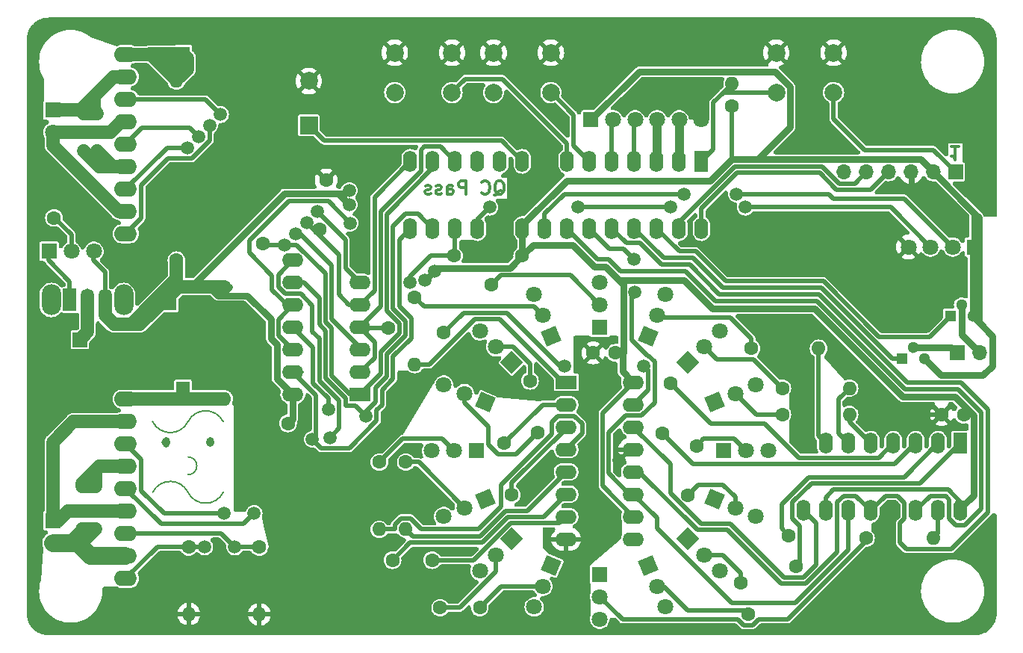
<source format=gbr>
%TF.GenerationSoftware,KiCad,Pcbnew,7.0.7*%
%TF.CreationDate,2023-09-12T01:41:05+09:00*%
%TF.ProjectId,maincircuit,6d61696e-6369-4726-9375-69742e6b6963,rev?*%
%TF.SameCoordinates,Original*%
%TF.FileFunction,Copper,L2,Bot*%
%TF.FilePolarity,Positive*%
%FSLAX46Y46*%
G04 Gerber Fmt 4.6, Leading zero omitted, Abs format (unit mm)*
G04 Created by KiCad (PCBNEW 7.0.7) date 2023-09-12 01:41:05*
%MOMM*%
%LPD*%
G01*
G04 APERTURE LIST*
G04 Aperture macros list*
%AMHorizOval*
0 Thick line with rounded ends*
0 $1 width*
0 $2 $3 position (X,Y) of the first rounded end (center of the circle)*
0 $4 $5 position (X,Y) of the second rounded end (center of the circle)*
0 Add line between two ends*
20,1,$1,$2,$3,$4,$5,0*
0 Add two circle primitives to create the rounded ends*
1,1,$1,$2,$3*
1,1,$1,$4,$5*%
%AMRotRect*
0 Rectangle, with rotation*
0 The origin of the aperture is its center*
0 $1 length*
0 $2 width*
0 $3 Rotation angle, in degrees counterclockwise*
0 Add horizontal line*
21,1,$1,$2,0,0,$3*%
G04 Aperture macros list end*
%TA.AperFunction,NonConductor*%
%ADD10C,0.200000*%
%TD*%
%ADD11C,0.300000*%
%TA.AperFunction,NonConductor*%
%ADD12C,0.300000*%
%TD*%
%TA.AperFunction,ComponentPad*%
%ADD13R,1.700000X1.700000*%
%TD*%
%TA.AperFunction,ComponentPad*%
%ADD14O,1.700000X1.700000*%
%TD*%
%TA.AperFunction,ComponentPad*%
%ADD15C,1.600000*%
%TD*%
%TA.AperFunction,ComponentPad*%
%ADD16O,1.600000X1.600000*%
%TD*%
%TA.AperFunction,ComponentPad*%
%ADD17HorizOval,1.600000X0.000000X0.000000X0.000000X0.000000X0*%
%TD*%
%TA.AperFunction,ComponentPad*%
%ADD18C,2.000000*%
%TD*%
%TA.AperFunction,ComponentPad*%
%ADD19R,1.800000X1.800000*%
%TD*%
%TA.AperFunction,ComponentPad*%
%ADD20C,1.800000*%
%TD*%
%TA.AperFunction,ComponentPad*%
%ADD21HorizOval,1.600000X0.000000X0.000000X0.000000X0.000000X0*%
%TD*%
%TA.AperFunction,ComponentPad*%
%ADD22HorizOval,1.600000X0.000000X0.000000X0.000000X0.000000X0*%
%TD*%
%TA.AperFunction,ComponentPad*%
%ADD23HorizOval,1.600000X0.000000X0.000000X0.000000X0.000000X0*%
%TD*%
%TA.AperFunction,ComponentPad*%
%ADD24R,1.300000X1.300000*%
%TD*%
%TA.AperFunction,ComponentPad*%
%ADD25C,1.300000*%
%TD*%
%TA.AperFunction,ComponentPad*%
%ADD26RotRect,1.800000X1.800000X225.000000*%
%TD*%
%TA.AperFunction,ComponentPad*%
%ADD27RotRect,1.800000X1.800000X157.500000*%
%TD*%
%TA.AperFunction,ComponentPad*%
%ADD28HorizOval,1.600000X0.000000X0.000000X0.000000X0.000000X0*%
%TD*%
%TA.AperFunction,ComponentPad*%
%ADD29R,1.600000X1.600000*%
%TD*%
%TA.AperFunction,ComponentPad*%
%ADD30R,2.610000X1.740000*%
%TD*%
%TA.AperFunction,ComponentPad*%
%ADD31O,2.610000X1.740000*%
%TD*%
%TA.AperFunction,ComponentPad*%
%ADD32RotRect,1.800000X1.800000X315.000000*%
%TD*%
%TA.AperFunction,ComponentPad*%
%ADD33RotRect,1.800000X1.800000X45.000000*%
%TD*%
%TA.AperFunction,ComponentPad*%
%ADD34R,2.400000X1.600000*%
%TD*%
%TA.AperFunction,ComponentPad*%
%ADD35O,2.400000X1.600000*%
%TD*%
%TA.AperFunction,ComponentPad*%
%ADD36RotRect,1.800000X1.800000X67.500000*%
%TD*%
%TA.AperFunction,ComponentPad*%
%ADD37RotRect,1.800000X1.800000X337.500000*%
%TD*%
%TA.AperFunction,ComponentPad*%
%ADD38RotRect,1.800000X1.800000X202.500000*%
%TD*%
%TA.AperFunction,ComponentPad*%
%ADD39RotRect,1.800000X1.800000X247.500000*%
%TD*%
%TA.AperFunction,ComponentPad*%
%ADD40RotRect,1.800000X1.800000X135.000000*%
%TD*%
%TA.AperFunction,ComponentPad*%
%ADD41R,1.600000X2.400000*%
%TD*%
%TA.AperFunction,ComponentPad*%
%ADD42O,1.600000X2.400000*%
%TD*%
%TA.AperFunction,ComponentPad*%
%ADD43RotRect,1.800000X1.800000X292.500000*%
%TD*%
%TA.AperFunction,ComponentPad*%
%ADD44RotRect,1.800000X1.800000X112.500000*%
%TD*%
%TA.AperFunction,ComponentPad*%
%ADD45O,2.200000X3.500000*%
%TD*%
%TA.AperFunction,ComponentPad*%
%ADD46R,1.500000X2.500000*%
%TD*%
%TA.AperFunction,ComponentPad*%
%ADD47O,1.500000X2.500000*%
%TD*%
%TA.AperFunction,ComponentPad*%
%ADD48R,2.000000X2.000000*%
%TD*%
%TA.AperFunction,ComponentPad*%
%ADD49RotRect,1.800000X1.800000X22.500000*%
%TD*%
%TA.AperFunction,ViaPad*%
%ADD50C,1.500000*%
%TD*%
%TA.AperFunction,Conductor*%
%ADD51C,1.500000*%
%TD*%
%TA.AperFunction,Conductor*%
%ADD52C,0.500000*%
%TD*%
%TA.AperFunction,Conductor*%
%ADD53C,0.750000*%
%TD*%
%TA.AperFunction,Conductor*%
%ADD54C,1.000000*%
%TD*%
%TA.AperFunction,Conductor*%
%ADD55C,2.000000*%
%TD*%
G04 APERTURE END LIST*
D10*
X38300000Y-71700000D02*
G75*
G03*
X38300000Y-69700000I0J1000000D01*
G01*
X41000000Y-67600000D02*
X41100000Y-67700000D01*
X41200000Y-68000000D01*
X41100000Y-68300000D01*
X41000000Y-68400000D01*
X40800000Y-68500000D01*
X40600000Y-68400000D01*
X40500000Y-68300000D01*
X40400000Y-68000000D01*
X40500000Y-67700000D01*
X40600000Y-67600000D01*
X40800000Y-67500000D01*
X41000000Y-67600000D01*
%TA.AperFunction,NonConductor*%
G36*
X41000000Y-67600000D02*
G01*
X41100000Y-67700000D01*
X41200000Y-68000000D01*
X41100000Y-68300000D01*
X41000000Y-68400000D01*
X40800000Y-68500000D01*
X40600000Y-68400000D01*
X40500000Y-68300000D01*
X40400000Y-68000000D01*
X40500000Y-67700000D01*
X40600000Y-67600000D01*
X40800000Y-67500000D01*
X41000000Y-67600000D01*
G37*
%TD.AperFunction*%
X38300000Y-73700000D02*
G75*
G03*
X42299998Y-73700000I1999999J1000000D01*
G01*
X36000000Y-67620000D02*
X36100000Y-67720000D01*
X36200000Y-68020000D01*
X36100000Y-68320000D01*
X36000000Y-68420000D01*
X35800000Y-68520000D01*
X35600000Y-68420000D01*
X35500000Y-68320000D01*
X35400000Y-68020000D01*
X35500000Y-67720000D01*
X35600000Y-67620000D01*
X35800000Y-67520000D01*
X36000000Y-67620000D01*
%TA.AperFunction,NonConductor*%
G36*
X36000000Y-67620000D02*
G01*
X36100000Y-67720000D01*
X36200000Y-68020000D01*
X36100000Y-68320000D01*
X36000000Y-68420000D01*
X35800000Y-68520000D01*
X35600000Y-68420000D01*
X35500000Y-68320000D01*
X35400000Y-68020000D01*
X35500000Y-67720000D01*
X35600000Y-67620000D01*
X35800000Y-67520000D01*
X36000000Y-67620000D01*
G37*
%TD.AperFunction*%
X38299998Y-73700000D02*
G75*
G03*
X34300000Y-73700000I-1999999J-1000000D01*
G01*
X34300001Y-65700000D02*
G75*
G03*
X38299999Y-65700000I1999999J1000000D01*
G01*
X42299999Y-65700000D02*
G75*
G03*
X38300001Y-65700000I-1999999J-1000000D01*
G01*
D11*
D12*
X125740225Y-34499171D02*
X124883082Y-34499171D01*
X125311653Y-34499171D02*
X125311653Y-35999171D01*
X125311653Y-35999171D02*
X125168796Y-35784885D01*
X125168796Y-35784885D02*
X125025939Y-35642028D01*
X125025939Y-35642028D02*
X124883082Y-35570600D01*
D11*
D12*
X73045489Y-40043685D02*
X73188346Y-39972257D01*
X73188346Y-39972257D02*
X73331203Y-39829400D01*
X73331203Y-39829400D02*
X73545489Y-39615114D01*
X73545489Y-39615114D02*
X73688346Y-39543685D01*
X73688346Y-39543685D02*
X73831203Y-39543685D01*
X73759774Y-39900828D02*
X73902632Y-39829400D01*
X73902632Y-39829400D02*
X74045489Y-39686542D01*
X74045489Y-39686542D02*
X74116917Y-39400828D01*
X74116917Y-39400828D02*
X74116917Y-38900828D01*
X74116917Y-38900828D02*
X74045489Y-38615114D01*
X74045489Y-38615114D02*
X73902632Y-38472257D01*
X73902632Y-38472257D02*
X73759774Y-38400828D01*
X73759774Y-38400828D02*
X73474060Y-38400828D01*
X73474060Y-38400828D02*
X73331203Y-38472257D01*
X73331203Y-38472257D02*
X73188346Y-38615114D01*
X73188346Y-38615114D02*
X73116917Y-38900828D01*
X73116917Y-38900828D02*
X73116917Y-39400828D01*
X73116917Y-39400828D02*
X73188346Y-39686542D01*
X73188346Y-39686542D02*
X73331203Y-39829400D01*
X73331203Y-39829400D02*
X73474060Y-39900828D01*
X73474060Y-39900828D02*
X73759774Y-39900828D01*
X71616917Y-39757971D02*
X71688345Y-39829400D01*
X71688345Y-39829400D02*
X71902631Y-39900828D01*
X71902631Y-39900828D02*
X72045488Y-39900828D01*
X72045488Y-39900828D02*
X72259774Y-39829400D01*
X72259774Y-39829400D02*
X72402631Y-39686542D01*
X72402631Y-39686542D02*
X72474060Y-39543685D01*
X72474060Y-39543685D02*
X72545488Y-39257971D01*
X72545488Y-39257971D02*
X72545488Y-39043685D01*
X72545488Y-39043685D02*
X72474060Y-38757971D01*
X72474060Y-38757971D02*
X72402631Y-38615114D01*
X72402631Y-38615114D02*
X72259774Y-38472257D01*
X72259774Y-38472257D02*
X72045488Y-38400828D01*
X72045488Y-38400828D02*
X71902631Y-38400828D01*
X71902631Y-38400828D02*
X71688345Y-38472257D01*
X71688345Y-38472257D02*
X71616917Y-38543685D01*
X69831203Y-39900828D02*
X69831203Y-38400828D01*
X69831203Y-38400828D02*
X69259774Y-38400828D01*
X69259774Y-38400828D02*
X69116917Y-38472257D01*
X69116917Y-38472257D02*
X69045488Y-38543685D01*
X69045488Y-38543685D02*
X68974060Y-38686542D01*
X68974060Y-38686542D02*
X68974060Y-38900828D01*
X68974060Y-38900828D02*
X69045488Y-39043685D01*
X69045488Y-39043685D02*
X69116917Y-39115114D01*
X69116917Y-39115114D02*
X69259774Y-39186542D01*
X69259774Y-39186542D02*
X69831203Y-39186542D01*
X67688346Y-39900828D02*
X67688346Y-39115114D01*
X67688346Y-39115114D02*
X67759774Y-38972257D01*
X67759774Y-38972257D02*
X67902631Y-38900828D01*
X67902631Y-38900828D02*
X68188346Y-38900828D01*
X68188346Y-38900828D02*
X68331203Y-38972257D01*
X67688346Y-39829400D02*
X67831203Y-39900828D01*
X67831203Y-39900828D02*
X68188346Y-39900828D01*
X68188346Y-39900828D02*
X68331203Y-39829400D01*
X68331203Y-39829400D02*
X68402631Y-39686542D01*
X68402631Y-39686542D02*
X68402631Y-39543685D01*
X68402631Y-39543685D02*
X68331203Y-39400828D01*
X68331203Y-39400828D02*
X68188346Y-39329400D01*
X68188346Y-39329400D02*
X67831203Y-39329400D01*
X67831203Y-39329400D02*
X67688346Y-39257971D01*
X67045488Y-39829400D02*
X66902631Y-39900828D01*
X66902631Y-39900828D02*
X66616917Y-39900828D01*
X66616917Y-39900828D02*
X66474060Y-39829400D01*
X66474060Y-39829400D02*
X66402631Y-39686542D01*
X66402631Y-39686542D02*
X66402631Y-39615114D01*
X66402631Y-39615114D02*
X66474060Y-39472257D01*
X66474060Y-39472257D02*
X66616917Y-39400828D01*
X66616917Y-39400828D02*
X66831203Y-39400828D01*
X66831203Y-39400828D02*
X66974060Y-39329400D01*
X66974060Y-39329400D02*
X67045488Y-39186542D01*
X67045488Y-39186542D02*
X67045488Y-39115114D01*
X67045488Y-39115114D02*
X66974060Y-38972257D01*
X66974060Y-38972257D02*
X66831203Y-38900828D01*
X66831203Y-38900828D02*
X66616917Y-38900828D01*
X66616917Y-38900828D02*
X66474060Y-38972257D01*
X65831202Y-39829400D02*
X65688345Y-39900828D01*
X65688345Y-39900828D02*
X65402631Y-39900828D01*
X65402631Y-39900828D02*
X65259774Y-39829400D01*
X65259774Y-39829400D02*
X65188345Y-39686542D01*
X65188345Y-39686542D02*
X65188345Y-39615114D01*
X65188345Y-39615114D02*
X65259774Y-39472257D01*
X65259774Y-39472257D02*
X65402631Y-39400828D01*
X65402631Y-39400828D02*
X65616917Y-39400828D01*
X65616917Y-39400828D02*
X65759774Y-39329400D01*
X65759774Y-39329400D02*
X65831202Y-39186542D01*
X65831202Y-39186542D02*
X65831202Y-39115114D01*
X65831202Y-39115114D02*
X65759774Y-38972257D01*
X65759774Y-38972257D02*
X65616917Y-38900828D01*
X65616917Y-38900828D02*
X65402631Y-38900828D01*
X65402631Y-38900828D02*
X65259774Y-38972257D01*
D13*
%TO.P,BT1,1,+*%
%TO.N,Net-(BT1-+)*%
X26040000Y-56400000D03*
D14*
%TO.P,BT1,2,-*%
%TO.N,GND*%
X23500000Y-56400000D03*
%TD*%
D15*
%TO.P,R11,1*%
%TO.N,Net-(LED1-K)*%
X115185000Y-78900000D03*
D16*
%TO.P,R11,2*%
%TO.N,/16x2LEDs/LED1*%
X122805000Y-78900000D03*
%TD*%
D15*
%TO.P,R12,1*%
%TO.N,Net-(LED2-K)*%
X101811846Y-87488154D03*
D17*
%TO.P,R12,2*%
%TO.N,/16x2LEDs/LED2*%
X107200000Y-82100000D03*
%TD*%
D18*
%TO.P,SW2,1,1*%
%TO.N,GND*%
X105000000Y-23900000D03*
X111500000Y-23900000D03*
%TO.P,SW2,2,2*%
%TO.N,PICKit3_MCLR*%
X105000000Y-28400000D03*
X111500000Y-28400000D03*
%TD*%
D19*
%TO.P,LED1,1,A1*%
%TO.N,/16x2LEDs/Red_Src*%
X85000000Y-83000000D03*
D20*
%TO.P,LED1,2,K*%
%TO.N,Net-(LED1-K)*%
X85000000Y-85540000D03*
%TO.P,LED1,3,A2*%
%TO.N,/16x2LEDs/Green_Src*%
X85000000Y-88080000D03*
%TD*%
D15*
%TO.P,R23,1*%
%TO.N,Net-(LED13-K)*%
X60000000Y-70280000D03*
D16*
%TO.P,R23,2*%
%TO.N,/16x2LEDs/LED13*%
X60000000Y-77900000D03*
%TD*%
D15*
%TO.P,R19,1*%
%TO.N,Net-(LED9-K)*%
X72694077Y-50205923D03*
D21*
%TO.P,R19,2*%
%TO.N,/16x2LEDs/LED9*%
X67305923Y-55594077D03*
%TD*%
D15*
%TO.P,R14,1*%
%TO.N,Net-(LED4-K)*%
X94996048Y-74019962D03*
D22*
%TO.P,R14,2*%
%TO.N,/16x2LEDs/LED4*%
X92080000Y-66980000D03*
%TD*%
D15*
%TO.P,R25,1*%
%TO.N,Net-(LED15-K)*%
X66888154Y-86788154D03*
D23*
%TO.P,R25,2*%
%TO.N,/16x2LEDs/LED15*%
X61500000Y-81400000D03*
%TD*%
D19*
%TO.P,J2,1,Pin_1*%
%TO.N,VDD*%
X84000000Y-31500000D03*
D20*
%TO.P,J2,2,Pin_2*%
%TO.N,Sensor_SEL2*%
X86500000Y-31500000D03*
%TO.P,J2,3,Pin_3*%
%TO.N,Sensor_SEL1*%
X89000000Y-31500000D03*
%TO.P,J2,4,Pin_4*%
%TO.N,Sensor_AN*%
X91500000Y-31500000D03*
%TO.P,J2,5,Pin_5*%
%TO.N,Sensor_DI*%
X94000000Y-31500000D03*
%TO.P,J2,6,Pin_6*%
%TO.N,GND*%
X96500000Y-31500000D03*
%TD*%
D18*
%TO.P,SW4,1,1*%
%TO.N,GND*%
X61750000Y-23900000D03*
X68250000Y-23900000D03*
%TO.P,SW4,2,2*%
%TO.N,Net-(IC1-RA5)*%
X61750000Y-28400000D03*
X68250000Y-28400000D03*
%TD*%
D15*
%TO.P,R15,1*%
%TO.N,Net-(LED5-K)*%
X95958024Y-68419981D03*
D22*
%TO.P,R15,2*%
%TO.N,/16x2LEDs/LED5*%
X93041976Y-61380019D03*
%TD*%
D15*
%TO.P,R1,1*%
%TO.N,VDD*%
X100000000Y-29945000D03*
D16*
%TO.P,R1,2*%
%TO.N,PICKit3_MCLR*%
X100000000Y-27405000D03*
%TD*%
D24*
%TO.P,Tr2,1,B*%
%TO.N,/16x2LEDs/Select_Green*%
X124730000Y-53760000D03*
D25*
%TO.P,Tr2,2,E*%
%TO.N,/16x2LEDs/Green_Src*%
X126000000Y-52490000D03*
%TO.P,Tr2,3,C*%
%TO.N,VDD*%
X127270000Y-53760000D03*
%TD*%
D15*
%TO.P,R6,1*%
%TO.N,/Motordrive/L_PWM*%
X61000000Y-55090000D03*
D16*
%TO.P,R6,2*%
%TO.N,GND*%
X61000000Y-65250000D03*
%TD*%
D26*
%TO.P,LED15,1,A1*%
%TO.N,/16x2LEDs/Red_Src*%
X75000000Y-79000000D03*
D20*
%TO.P,LED15,2,K*%
%TO.N,Net-(LED15-K)*%
X73203949Y-80796051D03*
%TO.P,LED15,3,A2*%
%TO.N,/16x2LEDs/Green_Src*%
X71407898Y-82592102D03*
%TD*%
D27*
%TO.P,LED12,1,A1*%
%TO.N,/16x2LEDs/Red_Src*%
X72000000Y-63500000D03*
D20*
%TO.P,LED12,2,K*%
%TO.N,Net-(LED12-K)*%
X69653346Y-62527984D03*
%TO.P,LED12,3,A2*%
%TO.N,/16x2LEDs/Green_Src*%
X67306692Y-61555968D03*
%TD*%
D15*
%TO.P,R21,1*%
%TO.N,Net-(LED11-K)*%
X77088024Y-61080019D03*
D28*
%TO.P,R21,2*%
%TO.N,/16x2LEDs/LED11*%
X74171976Y-68119981D03*
%TD*%
D15*
%TO.P,R22,1*%
%TO.N,Net-(LED12-K)*%
X77928024Y-66940019D03*
D28*
%TO.P,R22,2*%
%TO.N,/16x2LEDs/LED12*%
X75011976Y-73979981D03*
%TD*%
D15*
%TO.P,R9,1*%
%TO.N,/Motordrive/R_PWM*%
X68455000Y-46900000D03*
D16*
%TO.P,R9,2*%
%TO.N,GND*%
X70995000Y-46900000D03*
%TD*%
D29*
%TO.P,C5,1*%
%TO.N,Net-(Q2-S_3)*%
X37750000Y-61955113D03*
D15*
%TO.P,C5,2*%
%TO.N,GND*%
X37750000Y-59955113D03*
%TD*%
D30*
%TO.P,Q1,1,S_1*%
%TO.N,GND*%
X31250000Y-46950000D03*
D31*
%TO.P,Q1,2,G_1*%
%TO.N,/Motordrive/L_SEL2*%
X31250000Y-44410000D03*
%TO.P,Q1,3,D_1*%
%TO.N,Net-(J5-Pin_2)*%
X31250000Y-41870000D03*
%TO.P,Q1,4,G_2*%
%TO.N,/Motordrive/L_SEL1*%
X31250000Y-39330000D03*
%TO.P,Q1,5,S_2*%
%TO.N,Net-(J5-Pin_1)*%
X31250000Y-36790000D03*
%TO.P,Q1,6,G_3*%
%TO.N,Net-(Q1-G_3)*%
X31250000Y-34250000D03*
%TO.P,Q1,7,D_2*%
%TO.N,Net-(J5-Pin_2)*%
X31250000Y-31710000D03*
%TO.P,Q1,8,G_4*%
%TO.N,Net-(Q1-G_4)*%
X31250000Y-29170000D03*
%TO.P,Q1,9,D_3*%
%TO.N,Net-(J5-Pin_1)*%
X31250000Y-26630000D03*
%TO.P,Q1,10,S_3*%
%TO.N,Net-(Q1-S_3)*%
X31250000Y-24090000D03*
%TD*%
D32*
%TO.P,LED3,1,A1*%
%TO.N,/16x2LEDs/Red_Src*%
X95000000Y-79000000D03*
D20*
%TO.P,LED3,2,K*%
%TO.N,Net-(LED3-K)*%
X96796051Y-80796051D03*
%TO.P,LED3,3,A2*%
%TO.N,/16x2LEDs/Green_Src*%
X98592102Y-82592102D03*
%TD*%
D13*
%TO.P,J1,1,Pin_1*%
%TO.N,PICKit3_MCLR*%
X125350000Y-37400000D03*
D14*
%TO.P,J1,2,Pin_2*%
%TO.N,VDD*%
X122810000Y-37400000D03*
%TO.P,J1,3,Pin_3*%
%TO.N,GND*%
X120270000Y-37400000D03*
%TO.P,J1,4,Pin_4*%
%TO.N,PICKit3_ICSPDAT*%
X117730000Y-37400000D03*
%TO.P,J1,5,Pin_5*%
%TO.N,PICKit3_ICSPCLK*%
X115190000Y-37400000D03*
%TO.P,J1,6,Pin_6*%
%TO.N,unconnected-(J1-Pin_6-Pad6)*%
X112650000Y-37400000D03*
%TD*%
D15*
%TO.P,C3,1*%
%TO.N,VDD*%
X49650000Y-65900000D03*
%TO.P,C3,2*%
%TO.N,GND*%
X47150000Y-65900000D03*
%TD*%
D33*
%TO.P,LED7,1,A1*%
%TO.N,/16x2LEDs/Red_Src*%
X95000000Y-59000000D03*
D20*
%TO.P,LED7,2,K*%
%TO.N,Net-(LED7-K)*%
X96796051Y-57203949D03*
%TO.P,LED7,3,A2*%
%TO.N,/16x2LEDs/Green_Src*%
X98592102Y-55407898D03*
%TD*%
D34*
%TO.P,U1,1*%
%TO.N,/Motordrive/L_SEL1*%
X57800000Y-62625000D03*
D35*
%TO.P,U1,2*%
%TO.N,/Motordrive/L_PWM*%
X57800000Y-60085000D03*
%TO.P,U1,3*%
%TO.N,Net-(Q1-G_3)*%
X57800000Y-57545000D03*
%TO.P,U1,4*%
%TO.N,/Motordrive/L_PWM*%
X57800000Y-55005000D03*
%TO.P,U1,5*%
%TO.N,/Motordrive/L_SEL2*%
X57800000Y-52465000D03*
%TO.P,U1,6*%
%TO.N,Net-(Q1-G_4)*%
X57800000Y-49925000D03*
%TO.P,U1,7,GND*%
%TO.N,GND*%
X57800000Y-47385000D03*
%TO.P,U1,8*%
%TO.N,Net-(Q2-G_3)*%
X50180000Y-47385000D03*
%TO.P,U1,9*%
%TO.N,/Motordrive/R_SEL1*%
X50180000Y-49925000D03*
%TO.P,U1,10*%
%TO.N,/Motordrive/R_PWM*%
X50180000Y-52465000D03*
%TO.P,U1,11*%
%TO.N,Net-(Q2-G_4)*%
X50180000Y-55005000D03*
%TO.P,U1,12*%
%TO.N,/Motordrive/R_PWM*%
X50180000Y-57545000D03*
%TO.P,U1,13*%
%TO.N,/Motordrive/R_SEL2*%
X50180000Y-60085000D03*
%TO.P,U1,14,VCC*%
%TO.N,VDD*%
X50180000Y-62625000D03*
%TD*%
D34*
%TO.P,U3,1,QB*%
%TO.N,/16x2LEDs/LED10*%
X81175000Y-61225000D03*
D35*
%TO.P,U3,2,QC*%
%TO.N,/16x2LEDs/LED11*%
X81175000Y-63765000D03*
%TO.P,U3,3,QD*%
%TO.N,/16x2LEDs/LED12*%
X81175000Y-66305000D03*
%TO.P,U3,4,QE*%
%TO.N,/16x2LEDs/LED13*%
X81175000Y-68845000D03*
%TO.P,U3,5,QF*%
%TO.N,/16x2LEDs/LED14*%
X81175000Y-71385000D03*
%TO.P,U3,6,QG*%
%TO.N,/16x2LEDs/LED15*%
X81175000Y-73925000D03*
%TO.P,U3,7,QH*%
%TO.N,/16x2LEDs/LED16*%
X81175000Y-76465000D03*
%TO.P,U3,8,GND*%
%TO.N,GND*%
X81175000Y-79005000D03*
%TO.P,U3,9,QH'*%
%TO.N,unconnected-(U3-QH'-Pad9)*%
X88795000Y-79005000D03*
%TO.P,U3,10,~{SRCLR}*%
%TO.N,VDD*%
X88795000Y-76465000D03*
%TO.P,U3,11,SRCLK*%
%TO.N,/16x2LEDs/Clock*%
X88795000Y-73925000D03*
%TO.P,U3,12,RCLK*%
%TO.N,/16x2LEDs/Flash*%
X88795000Y-71385000D03*
%TO.P,U3,13,~{OE}*%
%TO.N,GND*%
X88795000Y-68845000D03*
%TO.P,U3,14,SER*%
%TO.N,Net-(U2-QH')*%
X88795000Y-66305000D03*
%TO.P,U3,15,QA*%
%TO.N,/16x2LEDs/LED9*%
X88795000Y-63765000D03*
%TO.P,U3,16,VCC*%
%TO.N,VDD*%
X88795000Y-61225000D03*
%TD*%
D36*
%TO.P,LED8,1,A1*%
%TO.N,/16x2LEDs/Red_Src*%
X90500000Y-56000000D03*
D20*
%TO.P,LED8,2,K*%
%TO.N,Net-(LED8-K)*%
X91472016Y-53653346D03*
%TO.P,LED8,3,A2*%
%TO.N,/16x2LEDs/Green_Src*%
X92444032Y-51306692D03*
%TD*%
D15*
%TO.P,R4,1*%
%TO.N,VDD*%
X42400000Y-50400000D03*
D16*
%TO.P,R4,2*%
%TO.N,Net-(Q2-S_3)*%
X42400000Y-63100000D03*
%TD*%
D18*
%TO.P,SW3,1,1*%
%TO.N,GND*%
X72950000Y-23900000D03*
X79450000Y-23900000D03*
%TO.P,SW3,2,2*%
%TO.N,Net-(IC1-RA4)*%
X72950000Y-28400000D03*
X79450000Y-28400000D03*
%TD*%
D15*
%TO.P,R18,1*%
%TO.N,Net-(LED8-K)*%
X102190000Y-57400000D03*
D16*
%TO.P,R18,2*%
%TO.N,/16x2LEDs/LED8*%
X109810000Y-57400000D03*
%TD*%
D37*
%TO.P,LED4,1,A1*%
%TO.N,/16x2LEDs/Red_Src*%
X98000000Y-74500000D03*
D20*
%TO.P,LED4,2,K*%
%TO.N,Net-(LED4-K)*%
X100346654Y-75472016D03*
%TO.P,LED4,3,A2*%
%TO.N,/16x2LEDs/Green_Src*%
X102693308Y-76444032D03*
%TD*%
D15*
%TO.P,R26,1*%
%TO.N,Net-(LED16-K)*%
X71388154Y-86788154D03*
D23*
%TO.P,R26,2*%
%TO.N,/16x2LEDs/LED16*%
X66000000Y-81400000D03*
%TD*%
D15*
%TO.P,R20,1*%
%TO.N,Net-(LED10-K)*%
X64000000Y-51590000D03*
D16*
%TO.P,R20,2*%
%TO.N,/16x2LEDs/LED10*%
X64000000Y-59210000D03*
%TD*%
D38*
%TO.P,LED14,1,A1*%
%TO.N,/16x2LEDs/Red_Src*%
X72000000Y-74500000D03*
D20*
%TO.P,LED14,2,K*%
%TO.N,Net-(LED14-K)*%
X69653346Y-75472016D03*
%TO.P,LED14,3,A2*%
%TO.N,/16x2LEDs/Green_Src*%
X67306692Y-76444032D03*
%TD*%
D19*
%TO.P,LED9,1,A1*%
%TO.N,/16x2LEDs/Red_Src*%
X85000000Y-55000000D03*
D20*
%TO.P,LED9,2,K*%
%TO.N,Net-(LED9-K)*%
X85000000Y-52460000D03*
%TO.P,LED9,3,A2*%
%TO.N,/16x2LEDs/Green_Src*%
X85000000Y-49920000D03*
%TD*%
D15*
%TO.P,C6,1*%
%TO.N,VDD*%
X126250000Y-64900000D03*
%TO.P,C6,2*%
%TO.N,GND*%
X123750000Y-64900000D03*
%TD*%
D39*
%TO.P,LED16,1,A1*%
%TO.N,/16x2LEDs/Red_Src*%
X79500000Y-82000000D03*
D20*
%TO.P,LED16,2,K*%
%TO.N,Net-(LED16-K)*%
X78527984Y-84346654D03*
%TO.P,LED16,3,A2*%
%TO.N,/16x2LEDs/Green_Src*%
X77555968Y-86693308D03*
%TD*%
D40*
%TO.P,LED11,1,A1*%
%TO.N,/16x2LEDs/Red_Src*%
X75000000Y-59000000D03*
D20*
%TO.P,LED11,2,K*%
%TO.N,Net-(LED11-K)*%
X73203949Y-57203949D03*
%TO.P,LED11,3,A2*%
%TO.N,/16x2LEDs/Green_Src*%
X71407898Y-55407898D03*
%TD*%
D15*
%TO.P,R24,1*%
%TO.N,Net-(LED14-K)*%
X63000000Y-70280000D03*
D16*
%TO.P,R24,2*%
%TO.N,/16x2LEDs/LED14*%
X63000000Y-77900000D03*
%TD*%
D41*
%TO.P,IC1,1,VPP/~{MCLR}/RE3*%
%TO.N,PICKit3_MCLR*%
X96525000Y-36200000D03*
D42*
%TO.P,IC1,2,RA0*%
%TO.N,Sensor_DI*%
X93985000Y-36200000D03*
%TO.P,IC1,3,RA1*%
%TO.N,Sensor_AN*%
X91445000Y-36200000D03*
%TO.P,IC1,4,RA2*%
%TO.N,Sensor_SEL1*%
X88905000Y-36200000D03*
%TO.P,IC1,5,RA3*%
%TO.N,Sensor_SEL2*%
X86365000Y-36200000D03*
%TO.P,IC1,6,RA4*%
%TO.N,Net-(IC1-RA4)*%
X83825000Y-36200000D03*
%TO.P,IC1,7,RA5*%
%TO.N,Net-(IC1-RA5)*%
X81285000Y-36200000D03*
%TO.P,IC1,8,VSS_1*%
%TO.N,GND*%
X78745000Y-36200000D03*
%TO.P,IC1,9,RA7*%
%TO.N,Net-(IC1-RA7)*%
X76205000Y-36200000D03*
%TO.P,IC1,10,RA6*%
%TO.N,unconnected-(IC1-RA6-Pad10)*%
X73665000Y-36200000D03*
%TO.P,IC1,11,RC0*%
%TO.N,unconnected-(IC1-RC0-Pad11)*%
X71125000Y-36200000D03*
%TO.P,IC1,12,RC1*%
%TO.N,/Motordrive/L_PWM*%
X68585000Y-36200000D03*
%TO.P,IC1,13,RC2*%
%TO.N,/Motordrive/L_SEL1*%
X66045000Y-36200000D03*
%TO.P,IC1,14,RC3*%
%TO.N,/Motordrive/L_SEL2*%
X63505000Y-36200000D03*
%TO.P,IC1,15,RC4*%
%TO.N,/Motordrive/R_SEL2*%
X63505000Y-43820000D03*
%TO.P,IC1,16,RC5*%
%TO.N,/Motordrive/R_SEL1*%
X66045000Y-43820000D03*
%TO.P,IC1,17,RC6*%
%TO.N,/Motordrive/R_PWM*%
X68585000Y-43820000D03*
%TO.P,IC1,18,RC7*%
%TO.N,I^{2}C_SCL*%
X71125000Y-43820000D03*
%TO.P,IC1,19,VSS_2*%
%TO.N,GND*%
X73665000Y-43820000D03*
%TO.P,IC1,20,VDD*%
%TO.N,VDD*%
X76205000Y-43820000D03*
%TO.P,IC1,21,RB0*%
%TO.N,I^{2}C_SDA*%
X78745000Y-43820000D03*
%TO.P,IC1,22,RB1*%
%TO.N,/16x2LEDs/Data*%
X81285000Y-43820000D03*
%TO.P,IC1,23,RB2*%
%TO.N,/16x2LEDs/Clock*%
X83825000Y-43820000D03*
%TO.P,IC1,24,RB3*%
%TO.N,/16x2LEDs/Flash*%
X86365000Y-43820000D03*
%TO.P,IC1,25,RB4*%
%TO.N,/16x2LEDs/Select_Red*%
X88905000Y-43820000D03*
%TO.P,IC1,26,RB5*%
%TO.N,/16x2LEDs/Select_Green*%
X91445000Y-43820000D03*
%TO.P,IC1,27,RB6/ICSPCLK*%
%TO.N,PICKit3_ICSPCLK*%
X93985000Y-43820000D03*
%TO.P,IC1,28,RB7/ICSPDAT*%
%TO.N,PICKit3_ICSPDAT*%
X96525000Y-43820000D03*
%TD*%
D41*
%TO.P,U2,1,QB*%
%TO.N,/16x2LEDs/LED2*%
X125875000Y-68140500D03*
D42*
%TO.P,U2,2,QC*%
%TO.N,/16x2LEDs/LED3*%
X123335000Y-68140500D03*
%TO.P,U2,3,QD*%
%TO.N,/16x2LEDs/LED4*%
X120795000Y-68140500D03*
%TO.P,U2,4,QE*%
%TO.N,/16x2LEDs/LED5*%
X118255000Y-68140500D03*
%TO.P,U2,5,QF*%
%TO.N,/16x2LEDs/LED6*%
X115715000Y-68140500D03*
%TO.P,U2,6,QG*%
%TO.N,/16x2LEDs/LED7*%
X113175000Y-68140500D03*
%TO.P,U2,7,QH*%
%TO.N,/16x2LEDs/LED8*%
X110635000Y-68140500D03*
%TO.P,U2,8,GND*%
%TO.N,GND*%
X108095000Y-68140500D03*
%TO.P,U2,9,QH'*%
%TO.N,Net-(U2-QH')*%
X108095000Y-75760500D03*
%TO.P,U2,10,~{SRCLR}*%
%TO.N,VDD*%
X110635000Y-75760500D03*
%TO.P,U2,11,SRCLK*%
%TO.N,/16x2LEDs/Clock*%
X113175000Y-75760500D03*
%TO.P,U2,12,RCLK*%
%TO.N,/16x2LEDs/Flash*%
X115715000Y-75760500D03*
%TO.P,U2,13,~{OE}*%
%TO.N,GND*%
X118255000Y-75760500D03*
%TO.P,U2,14,SER*%
%TO.N,/16x2LEDs/Data*%
X120795000Y-75760500D03*
%TO.P,U2,15,QA*%
%TO.N,/16x2LEDs/LED1*%
X123335000Y-75760500D03*
%TO.P,U2,16,VCC*%
%TO.N,VDD*%
X125875000Y-75760500D03*
%TD*%
D43*
%TO.P,LED2,1,A1*%
%TO.N,/16x2LEDs/Red_Src*%
X90500000Y-82000000D03*
D20*
%TO.P,LED2,2,K*%
%TO.N,Net-(LED2-K)*%
X91472016Y-84346654D03*
%TO.P,LED2,3,A2*%
%TO.N,/16x2LEDs/Green_Src*%
X92444032Y-86693308D03*
%TD*%
D15*
%TO.P,R8,1*%
%TO.N,/Motordrive/R_SEL2*%
X38400000Y-79880000D03*
D16*
%TO.P,R8,2*%
%TO.N,GND*%
X38400000Y-87500000D03*
%TD*%
D15*
%TO.P,R17,1*%
%TO.N,Net-(LED7-K)*%
X105690000Y-61900000D03*
D16*
%TO.P,R17,2*%
%TO.N,/16x2LEDs/LED7*%
X113310000Y-61900000D03*
%TD*%
D15*
%TO.P,R3,1*%
%TO.N,VDD*%
X37000000Y-47400000D03*
D16*
%TO.P,R3,2*%
%TO.N,Net-(Q1-S_3)*%
X37000000Y-27080000D03*
%TD*%
D15*
%TO.P,R5,1*%
%TO.N,/Motordrive/L_SEL2*%
X53200000Y-43900000D03*
D17*
%TO.P,R5,2*%
%TO.N,GND*%
X58588154Y-38511846D03*
%TD*%
D29*
%TO.P,C2,1*%
%TO.N,VDD*%
X36200000Y-52300000D03*
D15*
%TO.P,C2,2*%
%TO.N,GND*%
X36200000Y-55800000D03*
%TD*%
%TO.P,R10,1*%
%TO.N,/Motordrive/R_SEL1*%
X46400000Y-79900000D03*
D16*
%TO.P,R10,2*%
%TO.N,GND*%
X46400000Y-87520000D03*
%TD*%
D15*
%TO.P,R13,1*%
%TO.N,Net-(LED3-K)*%
X101005923Y-83994077D03*
D17*
%TO.P,R13,2*%
%TO.N,/16x2LEDs/LED3*%
X106394077Y-78605923D03*
%TD*%
D44*
%TO.P,LED10,1,A1*%
%TO.N,/16x2LEDs/Red_Src*%
X79500000Y-56000000D03*
D20*
%TO.P,LED10,2,K*%
%TO.N,Net-(LED10-K)*%
X78527984Y-53653346D03*
%TO.P,LED10,3,A2*%
%TO.N,/16x2LEDs/Green_Src*%
X77555968Y-51306692D03*
%TD*%
D13*
%TO.P,P1,1,Pin_1*%
%TO.N,/16x2LEDs/Red_Src*%
X125500000Y-57900000D03*
D14*
%TO.P,P1,2,Pin_2*%
%TO.N,/16x2LEDs/Green_Src*%
X128040000Y-57900000D03*
%TD*%
D45*
%TO.P,SW1,*%
%TO.N,*%
X22800000Y-51900000D03*
X31000000Y-51900000D03*
D46*
%TO.P,SW1,1,A*%
%TO.N,Net-(PWR1-A1)*%
X24900000Y-51900000D03*
D47*
%TO.P,SW1,2,B*%
%TO.N,Net-(BT1-+)*%
X26900000Y-51900000D03*
%TO.P,SW1,3,C*%
%TO.N,VDD*%
X28900000Y-51900000D03*
%TD*%
D19*
%TO.P,J3,1,Pin_1*%
%TO.N,VDD*%
X127500000Y-45900000D03*
D20*
%TO.P,J3,2,Pin_2*%
%TO.N,I^{2}C_SDA*%
X125000000Y-45900000D03*
%TO.P,J3,3,Pin_3*%
%TO.N,I^{2}C_SCL*%
X122500000Y-45900000D03*
%TO.P,J3,4,Pin_4*%
%TO.N,GND*%
X120000000Y-45900000D03*
%TD*%
D15*
%TO.P,C7,1*%
%TO.N,VDD*%
X86750000Y-57900000D03*
%TO.P,C7,2*%
%TO.N,GND*%
X84250000Y-57900000D03*
%TD*%
D19*
%TO.P,J6,1,Pin_1*%
%TO.N,Net-(J6-Pin_1)*%
X23000000Y-76900000D03*
D20*
%TO.P,J6,2,Pin_2*%
%TO.N,Net-(J6-Pin_2)*%
X23000000Y-79400000D03*
%TD*%
D48*
%TO.P,LS1,1,1*%
%TO.N,Net-(IC1-RA7)*%
X52000000Y-32100000D03*
D18*
%TO.P,LS1,2,2*%
%TO.N,GND*%
X52000000Y-27100000D03*
%TD*%
D19*
%TO.P,LED13,1,A1*%
%TO.N,/16x2LEDs/Red_Src*%
X71000000Y-69000000D03*
D20*
%TO.P,LED13,2,K*%
%TO.N,Net-(LED13-K)*%
X68460000Y-69000000D03*
%TO.P,LED13,3,A2*%
%TO.N,/16x2LEDs/Green_Src*%
X65920000Y-69000000D03*
%TD*%
D19*
%TO.P,J5,1,Pin_1*%
%TO.N,Net-(J5-Pin_1)*%
X23000000Y-30400000D03*
D20*
%TO.P,J5,2,Pin_2*%
%TO.N,Net-(J5-Pin_2)*%
X23000000Y-32900000D03*
%TD*%
D24*
%TO.P,Tr1,1,B*%
%TO.N,/16x2LEDs/Select_Red*%
X119230000Y-58540000D03*
D25*
%TO.P,Tr1,2,E*%
%TO.N,/16x2LEDs/Red_Src*%
X120500000Y-57270000D03*
%TO.P,Tr1,3,C*%
%TO.N,VDD*%
X121770000Y-58540000D03*
%TD*%
D19*
%TO.P,PWR1,1,A1*%
%TO.N,Net-(PWR1-A1)*%
X22550000Y-46400000D03*
D20*
%TO.P,PWR1,2,K*%
%TO.N,Net-(PWR1-K)*%
X25090000Y-46400000D03*
%TO.P,PWR1,3,A2*%
%TO.N,VDD*%
X27630000Y-46400000D03*
%TD*%
D15*
%TO.P,R7,1*%
%TO.N,/Motordrive/L_SEL1*%
X46800000Y-45500000D03*
D17*
%TO.P,R7,2*%
%TO.N,GND*%
X53984205Y-38315795D03*
%TD*%
D29*
%TO.P,C4,1*%
%TO.N,Net-(Q1-S_3)*%
X37750000Y-24000000D03*
D15*
%TO.P,C4,2*%
%TO.N,GND*%
X37750000Y-22000000D03*
%TD*%
%TO.P,R16,1*%
%TO.N,Net-(LED6-K)*%
X105690000Y-64900000D03*
D16*
%TO.P,R16,2*%
%TO.N,/16x2LEDs/LED6*%
X113310000Y-64900000D03*
%TD*%
D49*
%TO.P,LED6,1,A1*%
%TO.N,/16x2LEDs/Red_Src*%
X98000000Y-63500000D03*
D20*
%TO.P,LED6,2,K*%
%TO.N,Net-(LED6-K)*%
X100346654Y-62527984D03*
%TO.P,LED6,3,A2*%
%TO.N,/16x2LEDs/Green_Src*%
X102693308Y-61555968D03*
%TD*%
D15*
%TO.P,R2,1*%
%TO.N,Net-(PWR1-K)*%
X23100000Y-42600000D03*
D16*
%TO.P,R2,2*%
%TO.N,GND*%
X23100000Y-37520000D03*
%TD*%
D15*
%TO.P,C1,1*%
%TO.N,VDD*%
X76200000Y-46900000D03*
%TO.P,C1,2*%
%TO.N,GND*%
X73700000Y-46900000D03*
%TD*%
D19*
%TO.P,LED5,1,A1*%
%TO.N,/16x2LEDs/Red_Src*%
X99000000Y-69000000D03*
D20*
%TO.P,LED5,2,K*%
%TO.N,Net-(LED5-K)*%
X101540000Y-69000000D03*
%TO.P,LED5,3,A2*%
%TO.N,/16x2LEDs/Green_Src*%
X104080000Y-69000000D03*
%TD*%
D30*
%TO.P,Q2,1,S_1*%
%TO.N,GND*%
X31250000Y-86000000D03*
D31*
%TO.P,Q2,2,G_1*%
%TO.N,/Motordrive/R_SEL2*%
X31250000Y-83460000D03*
%TO.P,Q2,3,D_1*%
%TO.N,Net-(J6-Pin_2)*%
X31250000Y-80920000D03*
%TO.P,Q2,4,G_2*%
%TO.N,/Motordrive/R_SEL1*%
X31250000Y-78380000D03*
%TO.P,Q2,5,S_2*%
%TO.N,Net-(J6-Pin_1)*%
X31250000Y-75840000D03*
%TO.P,Q2,6,G_3*%
%TO.N,Net-(Q2-G_3)*%
X31250000Y-73300000D03*
%TO.P,Q2,7,D_2*%
%TO.N,Net-(J6-Pin_2)*%
X31250000Y-70760000D03*
%TO.P,Q2,8,G_4*%
%TO.N,Net-(Q2-G_4)*%
X31250000Y-68220000D03*
%TO.P,Q2,9,D_3*%
%TO.N,Net-(J6-Pin_1)*%
X31250000Y-65680000D03*
%TO.P,Q2,10,S_3*%
%TO.N,Net-(Q2-S_3)*%
X31250000Y-63140000D03*
%TD*%
D50*
%TO.N,GND*%
X90000000Y-24400000D03*
X120453378Y-39657028D03*
X106500000Y-48400000D03*
X110000000Y-34650500D03*
X90000000Y-27900000D03*
X94000000Y-24400000D03*
X94000000Y-27900000D03*
X102500000Y-48400000D03*
X92000000Y-27900000D03*
X107800000Y-42700000D03*
X125200000Y-41900000D03*
X104500000Y-54400000D03*
X106500000Y-54400000D03*
X96000000Y-27900000D03*
X106000000Y-42599500D03*
X127200000Y-39900000D03*
X108500000Y-54400000D03*
X102500000Y-54400000D03*
X108200000Y-34650500D03*
X87212551Y-70095595D03*
X92000000Y-24400000D03*
X108500000Y-48400000D03*
X117501825Y-42599500D03*
X106400000Y-34650500D03*
X84113051Y-70100000D03*
X109600000Y-42700000D03*
X96000000Y-24400000D03*
X104500000Y-48400000D03*
%TO.N,VDD*%
X66260308Y-48639692D03*
X56600000Y-39500000D03*
X65200000Y-49700000D03*
X56600000Y-41100000D03*
%TO.N,/Motordrive/L_SEL1*%
X38250000Y-34650000D03*
X49250000Y-45650000D03*
%TO.N,/Motordrive/L_SEL2*%
X40750000Y-32150000D03*
X51750000Y-43150000D03*
%TO.N,/Motordrive/R_SEL2*%
X52400000Y-67700000D03*
X40200000Y-79900000D03*
%TO.N,/Motordrive/R_SEL1*%
X58498528Y-65098528D03*
X43600000Y-79900000D03*
%TO.N,/Motordrive/R_PWM*%
X56700000Y-43200000D03*
X63449500Y-49900000D03*
%TO.N,I^{2}C_SCL*%
X72500000Y-41400000D03*
X93000000Y-41400000D03*
X101500000Y-41400000D03*
X82500000Y-41400000D03*
%TO.N,I^{2}C_SDA*%
X94500000Y-39900000D03*
X100500000Y-39900000D03*
%TO.N,Net-(J5-Pin_1)*%
X26450000Y-30750000D03*
X28000000Y-30750000D03*
X28000000Y-35000000D03*
X26500000Y-35000000D03*
%TO.N,Net-(J6-Pin_2)*%
X26300497Y-73000000D03*
X26300497Y-77900000D03*
X27800000Y-77900000D03*
X27800000Y-73000000D03*
%TO.N,Net-(Q1-G_3)*%
X50500000Y-44400000D03*
X39500000Y-33400000D03*
%TO.N,Net-(Q1-G_4)*%
X42000000Y-30900000D03*
X53000000Y-41900000D03*
%TO.N,Net-(Q2-G_3)*%
X45800000Y-76100000D03*
X54400000Y-67500000D03*
%TO.N,Net-(Q2-G_4)*%
X42383150Y-76100000D03*
X54200000Y-64300000D03*
%TO.N,/16x2LEDs/Clock*%
X88900000Y-47300000D03*
X88974500Y-51024500D03*
%TO.N,/16x2LEDs/LED9*%
X81000000Y-59400000D03*
X90000000Y-59400000D03*
%TD*%
D51*
%TO.N,Net-(BT1-+)*%
X26900000Y-55540000D02*
X26900000Y-51900000D01*
X26040000Y-56400000D02*
X26900000Y-55540000D01*
D52*
%TO.N,GND*%
X73700000Y-43855000D02*
X73665000Y-43820000D01*
D53*
X78745000Y-36200000D02*
X78745000Y-38740000D01*
D52*
X120453378Y-39657028D02*
X120453378Y-37583378D01*
X87212551Y-70095595D02*
X88463146Y-68845000D01*
X123750000Y-64900000D02*
X119722267Y-64900000D01*
D53*
X78745000Y-38740000D02*
X73665000Y-43820000D01*
D52*
X88463146Y-68845000D02*
X88795000Y-68845000D01*
X119722267Y-64900000D02*
X109222267Y-54400000D01*
X109222267Y-54400000D02*
X108500000Y-54400000D01*
X120453378Y-37583378D02*
X120270000Y-37400000D01*
D53*
%TO.N,VDD*%
X127955000Y-54445000D02*
X128000000Y-54400000D01*
D52*
X28900000Y-48740000D02*
X28900000Y-51900000D01*
D53*
X48405000Y-56975456D02*
X48405000Y-60850000D01*
X85669943Y-48169943D02*
X84397507Y-48169943D01*
X56600000Y-39500000D02*
X56225000Y-39875000D01*
X127500000Y-45900000D02*
X127500000Y-42090000D01*
X102925000Y-35975000D02*
X106575000Y-32325000D01*
X106575000Y-27747613D02*
X104857387Y-26030000D01*
D51*
X28900000Y-53650000D02*
X28900000Y-51900000D01*
D53*
X99925000Y-35975000D02*
X97500000Y-38400000D01*
X127270000Y-46130000D02*
X127500000Y-45900000D01*
D51*
X37000000Y-47400000D02*
X37000000Y-49519848D01*
D53*
X49225000Y-39875000D02*
X38700000Y-50400000D01*
X42500000Y-50900000D02*
X43000000Y-50400000D01*
X123680000Y-60450000D02*
X121770000Y-58540000D01*
X84397507Y-48169943D02*
X81927564Y-45700000D01*
X77400000Y-45700000D02*
X76200000Y-46900000D01*
D52*
X27560000Y-47400000D02*
X28900000Y-48740000D01*
D51*
X35900000Y-51750000D02*
X35750000Y-51750000D01*
X39000000Y-50400000D02*
X42400000Y-50400000D01*
D52*
X110635000Y-75760500D02*
X110635000Y-74265000D01*
D53*
X125262564Y-62900000D02*
X119343324Y-62900000D01*
X127270000Y-53760000D02*
X127270000Y-46130000D01*
X121385000Y-35975000D02*
X122810000Y-37400000D01*
D52*
X27560000Y-46470000D02*
X27630000Y-46400000D01*
D53*
X56225000Y-39875000D02*
X55375000Y-39875000D01*
X104857387Y-26030000D02*
X89470000Y-26030000D01*
X127270000Y-53760000D02*
X127955000Y-54445000D01*
X127500000Y-42090000D02*
X122810000Y-37400000D01*
X50180000Y-62625000D02*
X50180000Y-65370000D01*
X56600000Y-41100000D02*
X55375000Y-39875000D01*
X40800000Y-50500000D02*
X41700000Y-51400000D01*
X48405000Y-60850000D02*
X50180000Y-62625000D01*
X74825000Y-48275000D02*
X76200000Y-46900000D01*
X87600000Y-57950000D02*
X87600000Y-60030000D01*
X119343324Y-62900000D02*
X109343324Y-52900000D01*
X41700000Y-51400000D02*
X45000000Y-51400000D01*
D51*
X32850000Y-54650000D02*
X29900000Y-54650000D01*
D52*
X111509500Y-73390500D02*
X124490500Y-73390500D01*
D53*
X45000000Y-51400000D02*
X47705000Y-54105000D01*
X127955000Y-54445000D02*
X129500000Y-55990000D01*
X128450000Y-60450000D02*
X123680000Y-60450000D01*
X129500000Y-55990000D02*
X129500000Y-59400000D01*
D51*
X35750000Y-51750000D02*
X32850000Y-54650000D01*
D53*
X87200000Y-49700000D02*
X85669943Y-48169943D01*
X42000000Y-50400000D02*
X41500000Y-50400000D01*
D52*
X88795000Y-76465000D02*
X85312551Y-72982551D01*
D53*
X47705000Y-54105000D02*
X47705000Y-56236726D01*
D52*
X100000000Y-35900000D02*
X100000000Y-29945000D01*
D53*
X129500000Y-59400000D02*
X128450000Y-60450000D01*
X47705000Y-56236726D02*
X48424365Y-56956091D01*
X125875000Y-75760500D02*
X125875000Y-75525000D01*
X81927564Y-45700000D02*
X77400000Y-45700000D01*
D52*
X85312551Y-72982551D02*
X85312551Y-64707449D01*
D51*
X37250000Y-50400000D02*
X35900000Y-51750000D01*
D53*
X127375000Y-65012436D02*
X125262564Y-62900000D01*
X42500000Y-50900000D02*
X42000000Y-50400000D01*
X66260308Y-48639692D02*
X66625000Y-48275000D01*
X102500000Y-35975000D02*
X102925000Y-35975000D01*
X128000000Y-54400000D02*
X128000000Y-42590000D01*
X106575000Y-32325000D02*
X106575000Y-27747613D01*
X76205000Y-43420000D02*
X76205000Y-43820000D01*
X87650000Y-57900000D02*
X87600000Y-57950000D01*
X125875000Y-75525000D02*
X127375000Y-74025000D01*
X66625000Y-48275000D02*
X74825000Y-48275000D01*
D51*
X31869848Y-54650000D02*
X29900000Y-54650000D01*
D53*
X97500000Y-38400000D02*
X81225000Y-38400000D01*
X128000000Y-42590000D02*
X127500000Y-42090000D01*
D52*
X110635000Y-74265000D02*
X111509500Y-73390500D01*
D53*
X87650000Y-50150000D02*
X87200000Y-49700000D01*
D52*
X124490500Y-73390500D02*
X125875000Y-74775000D01*
D53*
X109343324Y-52900000D02*
X97762564Y-52900000D01*
X81225000Y-38400000D02*
X76205000Y-43420000D01*
X76205000Y-43820000D02*
X76205000Y-46895000D01*
X76205000Y-46895000D02*
X76200000Y-46900000D01*
D52*
X29000000Y-51800000D02*
X28900000Y-51900000D01*
D53*
X55375000Y-39875000D02*
X49225000Y-39875000D01*
X48424365Y-56956091D02*
X48405000Y-56975456D01*
D51*
X37000000Y-49519848D02*
X31869848Y-54650000D01*
D53*
X97762564Y-52900000D02*
X94562564Y-49700000D01*
X41500000Y-50400000D02*
X40500000Y-50400000D01*
X127375000Y-74025000D02*
X127375000Y-65012436D01*
X87600000Y-60030000D02*
X88795000Y-61225000D01*
D51*
X29900000Y-54650000D02*
X28900000Y-53650000D01*
D53*
X87650000Y-57900000D02*
X87650000Y-50150000D01*
D52*
X85312551Y-64707449D02*
X88795000Y-61225000D01*
D51*
X40500000Y-50400000D02*
X39000000Y-50400000D01*
D53*
X99925000Y-35975000D02*
X121385000Y-35975000D01*
X50180000Y-65370000D02*
X49650000Y-65900000D01*
D52*
X125875000Y-74775000D02*
X125875000Y-75760500D01*
X126120000Y-75760500D02*
X126120000Y-76040500D01*
D53*
X66260308Y-48639692D02*
X65200000Y-49700000D01*
D52*
X99925000Y-35975000D02*
X100000000Y-35900000D01*
X27560000Y-47400000D02*
X27560000Y-46470000D01*
D53*
X94562564Y-49700000D02*
X87200000Y-49700000D01*
D51*
X39000000Y-50400000D02*
X37250000Y-50400000D01*
D53*
X89470000Y-26030000D02*
X84000000Y-31500000D01*
X38700000Y-50400000D02*
X37250000Y-50400000D01*
X40800000Y-50400000D02*
X40800000Y-50500000D01*
D51*
%TO.N,Net-(Q1-S_3)*%
X31250000Y-24090000D02*
X37660000Y-24090000D01*
X37000000Y-27000000D02*
X34000000Y-24000000D01*
X37000000Y-25750000D02*
X35250000Y-24000000D01*
X38250000Y-25750000D02*
X38250000Y-24500000D01*
X37660000Y-24090000D02*
X37750000Y-24000000D01*
X38250000Y-24500000D02*
X37750000Y-24000000D01*
X37000000Y-27000000D02*
X38250000Y-25750000D01*
X34000000Y-24000000D02*
X35250000Y-24000000D01*
X35250000Y-24000000D02*
X37000000Y-24000000D01*
X37000000Y-27000000D02*
X37000000Y-25750000D01*
X37000000Y-27000000D02*
X37000000Y-24000000D01*
%TO.N,Net-(Q2-S_3)*%
X37750000Y-61955113D02*
X37750000Y-63100000D01*
X37750000Y-63100000D02*
X31290000Y-63100000D01*
X42400000Y-63100000D02*
X37750000Y-63100000D01*
X31290000Y-63100000D02*
X31250000Y-63140000D01*
D52*
%TO.N,PICKit3_MCLR*%
X97850000Y-34875000D02*
X97850000Y-29550000D01*
X99500000Y-27905000D02*
X99500000Y-28400000D01*
X99005000Y-28400000D02*
X99000000Y-28400000D01*
X100000000Y-27405000D02*
X99500000Y-27905000D01*
X97850000Y-29550000D02*
X99000000Y-28400000D01*
X96525000Y-36200000D02*
X97850000Y-34875000D01*
X100000000Y-28405000D02*
X100005000Y-28400000D01*
X99500000Y-28400000D02*
X99995000Y-28400000D01*
X100005000Y-28400000D02*
X105000000Y-28400000D01*
X99995000Y-28400000D02*
X100000000Y-28405000D01*
X125350000Y-37400000D02*
X122850000Y-34900000D01*
X99000000Y-28400000D02*
X99500000Y-28400000D01*
X111500000Y-31400000D02*
X111500000Y-28400000D01*
X122850000Y-34900000D02*
X115000000Y-34900000D01*
X115000000Y-34900000D02*
X111500000Y-31400000D01*
X100000000Y-27405000D02*
X99005000Y-28400000D01*
D54*
%TO.N,Sensor_DI*%
X94000000Y-31500000D02*
X94000000Y-36185000D01*
X94000000Y-36185000D02*
X93985000Y-36200000D01*
%TO.N,Sensor_AN*%
X91500000Y-31500000D02*
X91500000Y-36145000D01*
X91500000Y-36145000D02*
X91445000Y-36200000D01*
D52*
%TO.N,Sensor_SEL1*%
X88905000Y-31595000D02*
X89000000Y-31500000D01*
X88905000Y-36200000D02*
X88905000Y-31595000D01*
X89000000Y-36105000D02*
X88905000Y-36200000D01*
%TO.N,Sensor_SEL2*%
X86365000Y-36200000D02*
X86365000Y-31635000D01*
X86365000Y-31635000D02*
X86500000Y-31500000D01*
%TO.N,Net-(IC1-RA4)*%
X82035000Y-34400000D02*
X82035000Y-30935000D01*
X83825000Y-36190000D02*
X82035000Y-34400000D01*
X83825000Y-36200000D02*
X83825000Y-36190000D01*
X82035000Y-30935000D02*
X79450000Y-28350000D01*
%TO.N,Net-(IC1-RA5)*%
X69750000Y-26850000D02*
X73950000Y-26850000D01*
X81285000Y-34185000D02*
X81285000Y-36200000D01*
X73950000Y-26850000D02*
X81285000Y-34185000D01*
X68250000Y-28350000D02*
X69750000Y-26850000D01*
%TO.N,Net-(IC1-RA7)*%
X53750000Y-33850000D02*
X52000000Y-32100000D01*
X73855000Y-33850000D02*
X53750000Y-33850000D01*
X76205000Y-36200000D02*
X73855000Y-33850000D01*
%TO.N,/Motordrive/L_PWM*%
X60150000Y-52655000D02*
X57800000Y-55005000D01*
X57800000Y-55005000D02*
X59450000Y-56655000D01*
X68585000Y-36200000D02*
X68283478Y-36200000D01*
X59450000Y-58435000D02*
X57800000Y-60085000D01*
X68585000Y-36200000D02*
X66935000Y-34550000D01*
X64755000Y-37295000D02*
X60150000Y-41900000D01*
X66935000Y-34550000D02*
X65100001Y-34550000D01*
X65100001Y-34550000D02*
X64755000Y-34895001D01*
X57885000Y-55090000D02*
X57800000Y-55005000D01*
X59450000Y-56655000D02*
X59450000Y-58435000D01*
X64755000Y-34895001D02*
X64755000Y-37295000D01*
X61000000Y-55090000D02*
X57885000Y-55090000D01*
X60150000Y-41900000D02*
X60150000Y-52655000D01*
%TO.N,/Motordrive/L_SEL1*%
X60850000Y-42189950D02*
X60850000Y-53172233D01*
X54600000Y-55089950D02*
X53900000Y-54389949D01*
X57800000Y-62625000D02*
X56725000Y-62625000D01*
X53900000Y-54389949D02*
X53900000Y-48937233D01*
X49250000Y-45650000D02*
X46560000Y-45650000D01*
X60850000Y-53172233D02*
X62250000Y-54572233D01*
X50612767Y-45650000D02*
X49250000Y-45650000D01*
X60150000Y-57750000D02*
X60150000Y-60275000D01*
X62250000Y-55650000D02*
X60150000Y-57750000D01*
X35930000Y-34650000D02*
X31250000Y-39330000D01*
X54600000Y-60500000D02*
X54600000Y-55089950D01*
X56725000Y-62625000D02*
X54600000Y-60500000D01*
X60150000Y-60275000D02*
X57800000Y-62625000D01*
X62250000Y-54572233D02*
X62250000Y-55650000D01*
X66045000Y-36200000D02*
X66045000Y-36994950D01*
X53900000Y-48937233D02*
X50612767Y-45650000D01*
X66045000Y-36994950D02*
X60850000Y-42189950D01*
X46560000Y-45650000D02*
X46500000Y-45710000D01*
X49190000Y-45710000D02*
X49250000Y-45650000D01*
X38250000Y-34650000D02*
X35930000Y-34650000D01*
%TO.N,/Motordrive/L_SEL2*%
X59450000Y-50815000D02*
X57800000Y-52465000D01*
X57800000Y-52465000D02*
X57765000Y-52500000D01*
X40750000Y-32150000D02*
X40750000Y-33847057D01*
X56565000Y-52465000D02*
X57800000Y-52465000D01*
X59450000Y-40255000D02*
X59450000Y-50815000D01*
X33005000Y-38895000D02*
X33005000Y-42655000D01*
X63505000Y-36200000D02*
X59450000Y-40255000D01*
X38747057Y-35850000D02*
X36050000Y-35850000D01*
X51750000Y-43150000D02*
X55400000Y-46800000D01*
X33005000Y-42655000D02*
X31250000Y-44410000D01*
X55400000Y-46800000D02*
X55400000Y-51300000D01*
X36050000Y-35850000D02*
X33005000Y-38895000D01*
X40750000Y-33847057D02*
X38747057Y-35850000D01*
X55400000Y-51300000D02*
X56565000Y-52465000D01*
X31250000Y-44250000D02*
X31250000Y-44410000D01*
%TO.N,/Motordrive/R_SEL2*%
X49615000Y-60085000D02*
X50180000Y-60085000D01*
X52400000Y-67700000D02*
X53400000Y-68700000D01*
X40200000Y-79900000D02*
X34810000Y-79900000D01*
X63650000Y-53992335D02*
X62250000Y-52592335D01*
X61550000Y-58329900D02*
X63650000Y-56229900D01*
X61550000Y-60854899D02*
X61550000Y-58329900D01*
X62250000Y-52592335D02*
X62250000Y-45075000D01*
X34810000Y-79900000D02*
X31250000Y-83460000D01*
X52800000Y-62705000D02*
X50180000Y-60085000D01*
X59698528Y-65595585D02*
X59698528Y-64391422D01*
X59698528Y-64391422D02*
X60300000Y-63789949D01*
X52400000Y-67700000D02*
X52800000Y-67300000D01*
X53400000Y-68700000D02*
X56594113Y-68700000D01*
X52800000Y-67300000D02*
X52800000Y-62705000D01*
X49600000Y-60100000D02*
X49615000Y-60085000D01*
X60300000Y-63789949D02*
X60300000Y-62104900D01*
X56594113Y-68700000D02*
X59698528Y-65595585D01*
X62250000Y-45075000D02*
X63505000Y-43820000D01*
X51173478Y-60085000D02*
X50180000Y-60085000D01*
X63650000Y-56229900D02*
X63650000Y-53992335D01*
X60300000Y-62104900D02*
X61550000Y-60854899D01*
%TO.N,/Motordrive/R_SEL1*%
X64395000Y-42170000D02*
X66045000Y-43820000D01*
X59600000Y-61814950D02*
X60850000Y-60564950D01*
X62987233Y-42170000D02*
X64395000Y-42170000D01*
X61550000Y-52882284D02*
X61550000Y-43607233D01*
X58498528Y-65098528D02*
X57275000Y-63875000D01*
X62950000Y-54282284D02*
X61550000Y-52882284D01*
X58498528Y-65098528D02*
X58498528Y-64601472D01*
X59600000Y-63500000D02*
X59600000Y-61814950D01*
X61550000Y-43607233D02*
X62987233Y-42170000D01*
X53200000Y-51700000D02*
X51425000Y-49925000D01*
X60850000Y-60564950D02*
X60850000Y-58039950D01*
X58498528Y-64601472D02*
X59600000Y-63500000D01*
X50019648Y-49925000D02*
X50180000Y-49925000D01*
X56150000Y-63875000D02*
X56150000Y-63039950D01*
X53900000Y-60789949D02*
X53900000Y-55379899D01*
X56150000Y-63039950D02*
X53900000Y-60789949D01*
X46400000Y-79900000D02*
X43600000Y-79900000D01*
X53900000Y-55379899D02*
X53200000Y-54679898D01*
X53200000Y-54679898D02*
X53200000Y-51700000D01*
X62950000Y-55939950D02*
X62950000Y-54282284D01*
X42080000Y-78380000D02*
X31250000Y-78380000D01*
X60850000Y-58039950D02*
X62950000Y-55939950D01*
X57275000Y-63875000D02*
X56150000Y-63875000D01*
X51425000Y-49925000D02*
X50180000Y-49925000D01*
X43600000Y-79900000D02*
X42080000Y-78380000D01*
%TO.N,/Motordrive/R_PWM*%
X56700000Y-43200000D02*
X54200000Y-40700000D01*
X45250000Y-46550000D02*
X47830000Y-49130000D01*
X49742233Y-40700000D02*
X45250000Y-45192233D01*
X48530000Y-54115000D02*
X50180000Y-52465000D01*
X45250000Y-45192233D02*
X45250000Y-46550000D01*
X47830000Y-49130000D02*
X47830000Y-50732717D01*
X54200000Y-40700000D02*
X49742233Y-40700000D01*
X48530000Y-55895000D02*
X48530000Y-54115000D01*
X65800000Y-46900000D02*
X68455000Y-46900000D01*
X63449500Y-49250500D02*
X65800000Y-46900000D01*
X63449500Y-49900000D02*
X63449500Y-49250500D01*
X50225000Y-57500000D02*
X50180000Y-57545000D01*
X68585000Y-43820000D02*
X68585000Y-46770000D01*
X47830000Y-50732717D02*
X49562283Y-52465000D01*
X49562283Y-52465000D02*
X50180000Y-52465000D01*
X50180000Y-57545000D02*
X48530000Y-55895000D01*
X68585000Y-46770000D02*
X68455000Y-46900000D01*
%TO.N,I^{2}C_SCL*%
X93000000Y-41400000D02*
X82500000Y-41400000D01*
X71125000Y-43820000D02*
X71125000Y-42775000D01*
X118000000Y-41400000D02*
X122500000Y-45900000D01*
X101500000Y-41400000D02*
X118000000Y-41400000D01*
X71125000Y-42775000D02*
X72500000Y-41400000D01*
%TO.N,I^{2}C_SDA*%
X78745000Y-42955000D02*
X78745000Y-43820000D01*
X111000000Y-39900000D02*
X100500000Y-39900000D01*
X111500000Y-40400000D02*
X111000000Y-39900000D01*
X81000000Y-39900000D02*
X78745000Y-42155000D01*
X78745000Y-42155000D02*
X78745000Y-43820000D01*
X125000000Y-45900000D02*
X119500000Y-40400000D01*
X119500000Y-40400000D02*
X111500000Y-40400000D01*
X94500000Y-39900000D02*
X81000000Y-39900000D01*
%TO.N,PICKit3_ICSPCLK*%
X110211522Y-36800000D02*
X112111522Y-38700000D01*
X93985000Y-43820000D02*
X93985000Y-43117500D01*
X100302500Y-36800000D02*
X110211522Y-36800000D01*
X93985000Y-43117500D02*
X100302500Y-36800000D01*
X112111522Y-38700000D02*
X113890000Y-38700000D01*
X113890000Y-38700000D02*
X115190000Y-37400000D01*
%TO.N,PICKit3_ICSPDAT*%
X96460000Y-43885000D02*
X96525000Y-43820000D01*
X96525000Y-43820000D02*
X96525000Y-41567450D01*
X100592450Y-37500000D02*
X109921572Y-37500000D01*
X115730000Y-39400000D02*
X117730000Y-37400000D01*
X96525000Y-41567450D02*
X100592450Y-37500000D01*
X111821573Y-39400000D02*
X115730000Y-39400000D01*
X109921572Y-37500000D02*
X111821573Y-39400000D01*
D51*
%TO.N,Net-(J5-Pin_1)*%
X27625000Y-30375000D02*
X27625000Y-28875000D01*
X29870000Y-26630000D02*
X31250000Y-26630000D01*
X28625000Y-27875000D02*
X27625000Y-28875000D01*
X27625000Y-28875000D02*
X26100000Y-30400000D01*
X28000000Y-35000000D02*
X29790000Y-36790000D01*
X26100000Y-30400000D02*
X23000000Y-30400000D01*
X29790000Y-36790000D02*
X31250000Y-36790000D01*
X28290000Y-36790000D02*
X31250000Y-36790000D01*
X28625000Y-27875000D02*
X29870000Y-26630000D01*
X26450000Y-30750000D02*
X26100000Y-30400000D01*
X28000000Y-30750000D02*
X26450000Y-30750000D01*
X28000000Y-30750000D02*
X27625000Y-30375000D01*
X26500000Y-35000000D02*
X28290000Y-36790000D01*
%TO.N,Net-(J5-Pin_2)*%
X30710421Y-31710000D02*
X31250000Y-31710000D01*
X23000000Y-34400000D02*
X30470000Y-41870000D01*
X29520421Y-32900000D02*
X30710421Y-31710000D01*
X23000000Y-32900000D02*
X29520421Y-32900000D01*
X30470000Y-41870000D02*
X31250000Y-41870000D01*
X23000000Y-32900000D02*
X23000000Y-34400000D01*
%TO.N,Net-(J6-Pin_1)*%
X24660000Y-75840000D02*
X23600000Y-76900000D01*
X25320000Y-65680000D02*
X31250000Y-65680000D01*
X23000000Y-68000000D02*
X25320000Y-65680000D01*
X23000000Y-68000000D02*
X23000000Y-76900000D01*
X23600000Y-76900000D02*
X23000000Y-76900000D01*
X24660000Y-75840000D02*
X31250000Y-75840000D01*
%TO.N,Net-(J6-Pin_2)*%
X26300497Y-77900000D02*
X26300497Y-78022483D01*
X28240000Y-70760000D02*
X31250000Y-70760000D01*
X26300497Y-78022483D02*
X24922980Y-79400000D01*
X26300497Y-72699503D02*
X27500000Y-71500000D01*
D55*
X27269122Y-80920000D02*
X25799121Y-79449999D01*
D51*
X26424561Y-79275439D02*
X26424561Y-80075439D01*
X27800000Y-77900000D02*
X26424561Y-79275439D01*
X26300497Y-77900000D02*
X26300497Y-78200497D01*
X26300497Y-73000000D02*
X26300497Y-72699503D01*
X27800000Y-73000000D02*
X27800000Y-71200000D01*
X26674560Y-78574560D02*
X25799121Y-79449999D01*
X27800000Y-73000000D02*
X26300497Y-73000000D01*
X24922980Y-79400000D02*
X23000000Y-79400000D01*
X27800000Y-77900000D02*
X26300497Y-77900000D01*
X27800000Y-71200000D02*
X28240000Y-70760000D01*
D55*
X31250000Y-80920000D02*
X27269122Y-80920000D01*
D51*
X26300497Y-78200497D02*
X26674560Y-78574560D01*
X27500000Y-71500000D02*
X28240000Y-70760000D01*
D55*
X25799121Y-79449999D02*
X23000000Y-79449999D01*
D52*
%TO.N,Net-(Q1-G_3)*%
X57800000Y-57300000D02*
X57800000Y-57545000D01*
X33100000Y-32400000D02*
X31250000Y-34250000D01*
X50500000Y-44400000D02*
X51000000Y-44400000D01*
X54600000Y-48000000D02*
X54600000Y-54100000D01*
X54600000Y-54100000D02*
X57800000Y-57300000D01*
X38500000Y-32400000D02*
X33100000Y-32400000D01*
X39500000Y-33400000D02*
X38500000Y-32400000D01*
X51000000Y-44400000D02*
X54600000Y-48000000D01*
%TO.N,Net-(Q1-G_4)*%
X56150000Y-48275000D02*
X56150000Y-45050000D01*
X40270000Y-29170000D02*
X31250000Y-29170000D01*
X42000000Y-30900000D02*
X40270000Y-29170000D01*
X56150000Y-45050000D02*
X53000000Y-41900000D01*
X57800000Y-49925000D02*
X56150000Y-48275000D01*
%TO.N,Net-(Q2-G_3)*%
X54400000Y-67500000D02*
X55450000Y-66450000D01*
X45800000Y-76100000D02*
X44600000Y-77300000D01*
X48530000Y-50442767D02*
X48530000Y-49035000D01*
X52400000Y-55500000D02*
X52400000Y-52517233D01*
X48530000Y-49035000D02*
X50180000Y-47385000D01*
X35250000Y-77300000D02*
X31250000Y-73300000D01*
X55450000Y-63329899D02*
X53200000Y-61079899D01*
X51097767Y-51215000D02*
X49302233Y-51215000D01*
X53200000Y-61079899D02*
X53200000Y-56300000D01*
X44600000Y-77300000D02*
X35250000Y-77300000D01*
X49302233Y-51215000D02*
X48530000Y-50442767D01*
X55450000Y-66450000D02*
X55450000Y-63329899D01*
X52400000Y-52517233D02*
X51097767Y-51215000D01*
X53200000Y-56300000D02*
X52400000Y-55500000D01*
%TO.N,Net-(Q2-G_4)*%
X33005000Y-69975000D02*
X31250000Y-68220000D01*
X33005000Y-73505000D02*
X33005000Y-69975000D01*
X52500000Y-61369848D02*
X52500000Y-57325000D01*
X54200000Y-63069848D02*
X52500000Y-61369848D01*
X42383150Y-76100000D02*
X35600000Y-76100000D01*
X54200000Y-64300000D02*
X54200000Y-63069848D01*
X52500000Y-57325000D02*
X50180000Y-55005000D01*
X35600000Y-76100000D02*
X33005000Y-73505000D01*
%TO.N,/16x2LEDs/Data*%
X94750000Y-48650000D02*
X87387436Y-48650000D01*
X124625000Y-74514950D02*
X124625000Y-76678267D01*
X124220550Y-74110500D02*
X124625000Y-74514950D01*
X126392767Y-77410500D02*
X128250000Y-75553267D01*
X125625000Y-62025000D02*
X119635050Y-62025000D01*
X128250000Y-75553267D02*
X128250000Y-64650000D01*
X128250000Y-64650000D02*
X125625000Y-62025000D01*
X124625000Y-76678267D02*
X125357233Y-77410500D01*
X86032379Y-47294943D02*
X84759943Y-47294943D01*
X119635050Y-62025000D02*
X109635050Y-52025000D01*
X84759943Y-47294943D02*
X81285000Y-43820000D01*
X98125000Y-52025000D02*
X94750000Y-48650000D01*
X120795000Y-75760500D02*
X122445000Y-74110500D01*
X122445000Y-74110500D02*
X124220550Y-74110500D01*
X125357233Y-77410500D02*
X126392767Y-77410500D01*
X87387436Y-48650000D02*
X86032379Y-47294943D01*
X109635050Y-52025000D02*
X98125000Y-52025000D01*
%TO.N,/16x2LEDs/Clock*%
X113175000Y-80235050D02*
X113175000Y-75760500D01*
X90400620Y-58200000D02*
X88600000Y-56399380D01*
X88795000Y-73925000D02*
X91500000Y-76630000D01*
X88395000Y-73925000D02*
X86012551Y-71542551D01*
X86012551Y-66919682D02*
X87917233Y-65015000D01*
X87917233Y-65015000D02*
X89712767Y-65015000D01*
X91200000Y-58902943D02*
X90497057Y-58200000D01*
X88795000Y-73925000D02*
X88395000Y-73925000D01*
X88600000Y-56399380D02*
X88600000Y-51399000D01*
X91500000Y-77800000D02*
X99938154Y-86238154D01*
X107171896Y-86238154D02*
X113175000Y-80235050D01*
X88600000Y-51399000D02*
X88974500Y-51024500D01*
X88900000Y-47300000D02*
X87700000Y-46100000D01*
X87700000Y-46100000D02*
X86105000Y-46100000D01*
X91200000Y-63527767D02*
X91200000Y-58902943D01*
X99938154Y-86238154D02*
X107171896Y-86238154D01*
X90497057Y-58200000D02*
X90400620Y-58200000D01*
X91500000Y-76630000D02*
X91500000Y-77800000D01*
X86105000Y-46100000D02*
X83825000Y-43820000D01*
X83825000Y-44725000D02*
X83825000Y-43820000D01*
X89712767Y-65015000D02*
X91200000Y-63527767D01*
X86012551Y-71542551D02*
X86012551Y-66919682D01*
%TO.N,/16x2LEDs/Flash*%
X114045000Y-74090500D02*
X115715000Y-75760500D01*
X119015000Y-79417767D02*
X119015000Y-77208267D01*
X89485000Y-71385000D02*
X96077208Y-77977208D01*
X111925000Y-80495100D02*
X111925000Y-74842733D01*
X105560050Y-84050000D02*
X108370100Y-84050000D01*
X119747233Y-80150000D02*
X119015000Y-79417767D01*
X112677233Y-74090500D02*
X114045000Y-74090500D01*
X119545000Y-76678267D02*
X119545000Y-74882733D01*
X98560423Y-51275000D02*
X109875000Y-51275000D01*
X96077208Y-77977208D02*
X99487258Y-77977208D01*
X109875000Y-51275000D02*
X119875000Y-61275000D01*
X88015000Y-45470000D02*
X89565051Y-45470000D01*
X108370100Y-84050000D02*
X111925000Y-80495100D01*
X125935660Y-61275000D02*
X129000000Y-64339340D01*
X89565051Y-45470000D02*
X91995051Y-47900000D01*
X119875000Y-61275000D02*
X125935660Y-61275000D01*
X99487258Y-77977208D02*
X105560050Y-84050000D01*
X119545000Y-74882733D02*
X118772767Y-74110500D01*
X119015000Y-77208267D02*
X119545000Y-76678267D01*
X88795000Y-71385000D02*
X89485000Y-71385000D01*
X111925000Y-74842733D02*
X112677233Y-74090500D01*
X86365000Y-43820000D02*
X88015000Y-45470000D01*
X118772767Y-74110500D02*
X117365000Y-74110500D01*
X95185423Y-47900000D02*
X98560423Y-51275000D01*
X129000000Y-64339340D02*
X129000000Y-75960660D01*
X91995051Y-47900000D02*
X95185423Y-47900000D01*
X129000000Y-75960660D02*
X124810660Y-80150000D01*
X124810660Y-80150000D02*
X119747233Y-80150000D01*
X117365000Y-74110500D02*
X115715000Y-75760500D01*
%TO.N,/16x2LEDs/LED2*%
X106845000Y-74842733D02*
X106845000Y-76678267D01*
X106845000Y-76678267D02*
X107644077Y-77477344D01*
X125875000Y-68140500D02*
X121325000Y-72690500D01*
X121325000Y-72690500D02*
X108997233Y-72690500D01*
X107644077Y-77477344D02*
X107644077Y-81100000D01*
X107644077Y-81655923D02*
X107644077Y-81100000D01*
X107200000Y-82100000D02*
X107644077Y-81655923D01*
X108997233Y-72690500D02*
X106845000Y-74842733D01*
%TO.N,/16x2LEDs/LED3*%
X108707283Y-71990500D02*
X119485000Y-71990500D01*
X105594078Y-75103705D02*
X108707283Y-71990500D01*
X105594078Y-77805924D02*
X105594078Y-75103705D01*
X106394077Y-78605923D02*
X105594078Y-77805924D01*
X123335000Y-68140500D02*
X119485000Y-71990500D01*
%TO.N,/16x2LEDs/LED4*%
X92080000Y-66980000D02*
X95590500Y-70490500D01*
X118445000Y-70490500D02*
X120795000Y-68140500D01*
X95590500Y-70490500D02*
X118445000Y-70490500D01*
%TO.N,/16x2LEDs/LED5*%
X116605000Y-69790500D02*
X107577233Y-69790500D01*
X107577233Y-69790500D02*
X103686733Y-65900000D01*
X118255000Y-68140500D02*
X116605000Y-69790500D01*
X97561957Y-65900000D02*
X93041976Y-61380019D01*
X103686733Y-65900000D02*
X97561957Y-65900000D01*
%TO.N,/16x2LEDs/LED6*%
X113310000Y-64900000D02*
X113310000Y-65735500D01*
X113310000Y-65735500D02*
X115715000Y-68140500D01*
%TO.N,/16x2LEDs/LED7*%
X113310000Y-61900000D02*
X112060000Y-63150000D01*
X112060000Y-63150000D02*
X112060000Y-67025500D01*
X112060000Y-67025500D02*
X113175000Y-68140500D01*
%TO.N,/16x2LEDs/LED8*%
X109810000Y-57400000D02*
X109810000Y-67315500D01*
X109810000Y-67315500D02*
X110635000Y-68140500D01*
%TO.N,Net-(U2-QH')*%
X108080150Y-83350000D02*
X105850000Y-83350000D01*
X93000000Y-73791681D02*
X93000000Y-70510000D01*
X105850000Y-83350000D02*
X99777208Y-77277208D01*
X109500000Y-77165500D02*
X109500000Y-81930150D01*
X108095000Y-75760500D02*
X109500000Y-77165500D01*
X109500000Y-81930150D02*
X108080150Y-83350000D01*
X93000000Y-70510000D02*
X88795000Y-66305000D01*
X99777208Y-77277208D02*
X96485527Y-77277208D01*
X96485527Y-77277208D02*
X93000000Y-73791681D01*
D53*
%TO.N,/16x2LEDs/Red_Src*%
X124870000Y-57270000D02*
X120500000Y-57270000D01*
X125500000Y-57900000D02*
X124870000Y-57270000D01*
D52*
%TO.N,Net-(LED1-K)*%
X106300000Y-88100000D02*
X102967767Y-88100000D01*
X115185000Y-78900000D02*
X115185000Y-79215000D01*
X102329613Y-88738154D02*
X101294079Y-88738154D01*
X100655925Y-88100000D02*
X87560000Y-88100000D01*
X115185000Y-79215000D02*
X106300000Y-88100000D01*
X87560000Y-88100000D02*
X85000000Y-85540000D01*
X102967767Y-88100000D02*
X102329613Y-88738154D01*
X101294079Y-88738154D02*
X100655925Y-88100000D01*
%TO.N,/16x2LEDs/LED1*%
X123335000Y-75760500D02*
X123335000Y-78370000D01*
X123335000Y-78370000D02*
X122805000Y-78900000D01*
%TO.N,/16x2LEDs/LED10*%
X80825000Y-61225000D02*
X73657898Y-54057898D01*
X81175000Y-61225000D02*
X80825000Y-61225000D01*
X65696607Y-59210000D02*
X64000000Y-59210000D01*
X70848709Y-54057898D02*
X65696607Y-59210000D01*
X73657898Y-54057898D02*
X70848709Y-54057898D01*
%TO.N,/16x2LEDs/LED11*%
X78526957Y-63765000D02*
X81175000Y-63765000D01*
X74171976Y-68119981D02*
X78526957Y-63765000D01*
%TO.N,/16x2LEDs/LED12*%
X81175000Y-66475000D02*
X81175000Y-66305000D01*
X75011976Y-72638024D02*
X81175000Y-66475000D01*
X75011976Y-73979981D02*
X75011976Y-72638024D01*
%TO.N,/16x2LEDs/LED13*%
X83000000Y-67020000D02*
X81175000Y-68845000D01*
X79525000Y-65787233D02*
X80257233Y-65055000D01*
X83000000Y-65962233D02*
X83000000Y-67020000D01*
X71220962Y-77900000D02*
X73761976Y-75358986D01*
X60000000Y-77900000D02*
X61750000Y-77900000D01*
X61750000Y-77900000D02*
X61750000Y-77382233D01*
X73761976Y-72898074D02*
X79525000Y-67135050D01*
X64767767Y-77900000D02*
X71220962Y-77900000D01*
X80257233Y-65055000D02*
X82092767Y-65055000D01*
X73761976Y-75358986D02*
X73761976Y-72898074D01*
X79525000Y-67135050D02*
X79525000Y-65787233D01*
X63517767Y-76650000D02*
X64767767Y-77900000D01*
X82092767Y-65055000D02*
X83000000Y-65962233D01*
X62482233Y-76650000D02*
X63517767Y-76650000D01*
X61750000Y-77382233D02*
X62482233Y-76650000D01*
%TO.N,/16x2LEDs/LED14*%
X74310912Y-75800000D02*
X76760000Y-75800000D01*
X76760000Y-75800000D02*
X81175000Y-71385000D01*
X71400912Y-78710000D02*
X74310912Y-75800000D01*
X63810000Y-78710000D02*
X71400912Y-78710000D01*
X63000000Y-77900000D02*
X63810000Y-78710000D01*
%TO.N,/16x2LEDs/LED15*%
X74600861Y-76500000D02*
X78600000Y-76500000D01*
X61500000Y-81400000D02*
X63490000Y-79410000D01*
X78600000Y-76500000D02*
X81175000Y-73925000D01*
X71690861Y-79410000D02*
X74600861Y-76500000D01*
X63490000Y-79410000D02*
X71690861Y-79410000D01*
%TO.N,/16x2LEDs/LED16*%
X70690810Y-81400000D02*
X74890810Y-77200000D01*
X66000000Y-81400000D02*
X70690810Y-81400000D01*
X74890810Y-77200000D02*
X80440000Y-77200000D01*
X80440000Y-77200000D02*
X81175000Y-76465000D01*
%TO.N,/16x2LEDs/LED9*%
X90000000Y-59400000D02*
X90445000Y-59845000D01*
X90445000Y-62115000D02*
X88795000Y-63765000D01*
X74456692Y-53356692D02*
X80500000Y-59400000D01*
X80500000Y-59400000D02*
X81000000Y-59400000D01*
X90445000Y-59845000D02*
X90445000Y-62115000D01*
X69543308Y-53356692D02*
X74456692Y-53356692D01*
X67305923Y-55594077D02*
X69543308Y-53356692D01*
D53*
%TO.N,/16x2LEDs/Green_Src*%
X126000000Y-55860000D02*
X126000000Y-52490000D01*
X128040000Y-57900000D02*
X126000000Y-55860000D01*
D52*
%TO.N,Net-(LED2-K)*%
X101423692Y-87100000D02*
X101811846Y-87488154D01*
X92246654Y-84346654D02*
X95000000Y-87100000D01*
X91472016Y-84346654D02*
X92246654Y-84346654D01*
X95000000Y-87100000D02*
X101423692Y-87100000D01*
%TO.N,/16x2LEDs/Select_Red*%
X118129950Y-58540000D02*
X119230000Y-58540000D01*
X98964542Y-50525000D02*
X110114950Y-50525000D01*
X92235000Y-47150000D02*
X95589542Y-47150000D01*
X95589542Y-47150000D02*
X98964542Y-50525000D01*
X110114950Y-50525000D02*
X118129950Y-58540000D01*
X88905000Y-43820000D02*
X92235000Y-47150000D01*
X88905000Y-43420000D02*
X88905000Y-43820000D01*
%TO.N,/16x2LEDs/Select_Green*%
X116679900Y-56100000D02*
X122390000Y-56100000D01*
X94025000Y-46400000D02*
X95900202Y-46400000D01*
X95900202Y-46400000D02*
X99275202Y-49775000D01*
X99275202Y-49775000D02*
X110354900Y-49775000D01*
X91445000Y-43820000D02*
X94025000Y-46400000D01*
X122390000Y-56100000D02*
X124730000Y-53760000D01*
X110354900Y-49775000D02*
X116679900Y-56100000D01*
X91445000Y-44345000D02*
X91445000Y-43820000D01*
%TO.N,Net-(LED3-K)*%
X96931029Y-80661073D02*
X96796051Y-80796051D01*
X101005923Y-83994077D02*
X101005923Y-82862707D01*
X101005923Y-82862707D02*
X98939267Y-80796051D01*
X98939267Y-80796051D02*
X96796051Y-80796051D01*
%TO.N,Net-(LED4-K)*%
X98974093Y-72874093D02*
X100346654Y-74246654D01*
X100346654Y-74246654D02*
X100346654Y-75472016D01*
X96141917Y-72874093D02*
X98974093Y-72874093D01*
X94996048Y-74019962D02*
X96141917Y-72874093D01*
%TO.N,Net-(LED5-K)*%
X101540000Y-69000000D02*
X100190000Y-67650000D01*
X96728005Y-67650000D02*
X95958024Y-68419981D01*
X100190000Y-67650000D02*
X96728005Y-67650000D01*
%TO.N,Net-(LED6-K)*%
X100346654Y-62527984D02*
X102718670Y-64900000D01*
X102718670Y-64900000D02*
X105690000Y-64900000D01*
%TO.N,Net-(LED7-K)*%
X98242102Y-58650000D02*
X96796051Y-57203949D01*
X102440000Y-58650000D02*
X98242102Y-58650000D01*
X105690000Y-61900000D02*
X102440000Y-58650000D01*
%TO.N,Net-(LED8-K)*%
X102190000Y-57400000D02*
X102190000Y-56268630D01*
X102190000Y-56268630D02*
X99821370Y-53900000D01*
X99821370Y-53900000D02*
X91718670Y-53900000D01*
X91718670Y-53900000D02*
X91472016Y-53653346D01*
%TO.N,Net-(LED9-K)*%
X72694077Y-50205923D02*
X73800000Y-49100000D01*
X81640000Y-49100000D02*
X85000000Y-52460000D01*
X73800000Y-49100000D02*
X81640000Y-49100000D01*
%TO.N,Net-(LED10-K)*%
X65066692Y-52656692D02*
X77531330Y-52656692D01*
X77531330Y-52656692D02*
X78527984Y-53653346D01*
X64000000Y-51590000D02*
X65066692Y-52656692D01*
%TO.N,Net-(LED11-K)*%
X77088024Y-61080019D02*
X77088024Y-59178834D01*
X75113139Y-57203949D02*
X73203949Y-57203949D01*
X77088024Y-59178834D02*
X75113139Y-57203949D01*
%TO.N,Net-(LED12-K)*%
X69653346Y-63553346D02*
X69653346Y-62527984D01*
X72350000Y-68250000D02*
X72350000Y-66250000D01*
X77928024Y-66940019D02*
X75498062Y-69369981D01*
X72350000Y-66250000D02*
X69653346Y-63553346D01*
X73469981Y-69369981D02*
X72350000Y-68250000D01*
X75498062Y-69369981D02*
X73469981Y-69369981D01*
%TO.N,Net-(LED13-K)*%
X67110000Y-67650000D02*
X68460000Y-69000000D01*
X62630000Y-67650000D02*
X67110000Y-67650000D01*
X60000000Y-70280000D02*
X62630000Y-67650000D01*
%TO.N,Net-(LED14-K)*%
X64461330Y-70280000D02*
X69653346Y-75472016D01*
X63000000Y-70280000D02*
X64461330Y-70280000D01*
%TO.N,Net-(LED15-K)*%
X69121035Y-86788154D02*
X73203949Y-82705240D01*
X73203949Y-80796051D02*
X73203949Y-82705240D01*
X66888154Y-86788154D02*
X69121035Y-86788154D01*
%TO.N,Net-(LED16-K)*%
X73829654Y-84346654D02*
X78527984Y-84346654D01*
X71388154Y-86788154D02*
X73829654Y-84346654D01*
%TO.N,Net-(PWR1-A1)*%
X22480000Y-47400000D02*
X22480000Y-46470000D01*
X24900000Y-51900000D02*
X24900000Y-49820000D01*
X24900000Y-49820000D02*
X22480000Y-47400000D01*
X22480000Y-46470000D02*
X22550000Y-46400000D01*
%TO.N,Net-(PWR1-K)*%
X25090000Y-44490000D02*
X23200000Y-42600000D01*
X25090000Y-46400000D02*
X25090000Y-44490000D01*
X23200000Y-42600000D02*
X23100000Y-42600000D01*
%TD*%
%TA.AperFunction,Conductor*%
%TO.N,GND*%
G36*
X127524503Y-19901814D02*
G01*
X127539502Y-19900776D01*
X127612739Y-19904993D01*
X127787202Y-19915816D01*
X127800858Y-19917425D01*
X127933270Y-19940506D01*
X128081801Y-19968435D01*
X128094091Y-19971400D01*
X128227989Y-20011013D01*
X128367979Y-20055820D01*
X128378803Y-20059848D01*
X128509504Y-20115523D01*
X128641661Y-20176722D01*
X128650927Y-20181495D01*
X128758875Y-20242980D01*
X128775700Y-20252563D01*
X128898953Y-20329420D01*
X128906671Y-20334646D01*
X129020862Y-20418396D01*
X129025652Y-20422092D01*
X129136189Y-20511750D01*
X129142409Y-20517148D01*
X129246380Y-20613592D01*
X129251479Y-20618603D01*
X129349971Y-20721113D01*
X129354784Y-20726419D01*
X129446985Y-20834150D01*
X129452148Y-20840604D01*
X129537313Y-20954632D01*
X129540821Y-20959575D01*
X129619906Y-21076974D01*
X129624843Y-21084933D01*
X129696713Y-21211158D01*
X129762719Y-21338637D01*
X129767138Y-21348128D01*
X129823000Y-21482614D01*
X129873405Y-21615431D01*
X129877004Y-21626430D01*
X129916180Y-21768099D01*
X129950399Y-21903439D01*
X129952877Y-21915866D01*
X129974851Y-22065424D01*
X129983525Y-22130455D01*
X129992613Y-22198592D01*
X129993676Y-22212326D01*
X129997518Y-22387082D01*
X129999436Y-22496405D01*
X129999356Y-22503566D01*
X129996175Y-22583103D01*
X129999500Y-22600735D01*
X129999500Y-42251000D01*
X129980546Y-42346288D01*
X129926570Y-42427070D01*
X129845788Y-42481046D01*
X129750500Y-42500000D01*
X128752014Y-42500000D01*
X128656726Y-42481046D01*
X128575944Y-42427070D01*
X128521968Y-42346288D01*
X128521967Y-42346286D01*
X128520553Y-42342872D01*
X128502699Y-42299767D01*
X128433612Y-42209732D01*
X128433609Y-42209729D01*
X128430755Y-42206010D01*
X128428650Y-42203266D01*
X128428650Y-42203265D01*
X128410456Y-42179555D01*
X128410454Y-42179553D01*
X128410451Y-42179549D01*
X128410446Y-42179545D01*
X128410445Y-42179544D01*
X128386753Y-42161364D01*
X128374497Y-42150616D01*
X127939383Y-41715502D01*
X127928634Y-41703245D01*
X127910453Y-41679552D01*
X127910451Y-41679549D01*
X127910446Y-41679545D01*
X127910445Y-41679544D01*
X127886753Y-41661364D01*
X127874497Y-41650616D01*
X126489380Y-40265499D01*
X125099449Y-38875569D01*
X125045474Y-38794788D01*
X125026520Y-38699500D01*
X125045474Y-38604212D01*
X125099450Y-38523430D01*
X125180232Y-38469454D01*
X125275520Y-38450500D01*
X126219745Y-38450500D01*
X126219748Y-38450500D01*
X126278231Y-38438867D01*
X126344552Y-38394552D01*
X126388867Y-38328231D01*
X126400500Y-38269748D01*
X126400500Y-36530252D01*
X126388867Y-36471769D01*
X126357461Y-36424768D01*
X126344554Y-36405451D01*
X126344552Y-36405448D01*
X126344548Y-36405445D01*
X126278230Y-36361132D01*
X126255572Y-36351747D01*
X126256957Y-36348401D01*
X126206679Y-36327576D01*
X126137980Y-36258877D01*
X126100800Y-36169118D01*
X126096015Y-36120549D01*
X126096016Y-34143380D01*
X124527291Y-34143380D01*
X124527291Y-35339047D01*
X124508337Y-35434335D01*
X124454361Y-35515117D01*
X124373579Y-35569093D01*
X124278291Y-35588047D01*
X124183003Y-35569093D01*
X124102222Y-35515117D01*
X123191386Y-34604282D01*
X123182075Y-34593863D01*
X123180848Y-34592325D01*
X123159879Y-34566030D01*
X123110728Y-34532519D01*
X123103877Y-34527463D01*
X123062877Y-34497203D01*
X123055342Y-34493221D01*
X123055321Y-34493211D01*
X123047672Y-34489527D01*
X123019247Y-34480760D01*
X122990822Y-34471992D01*
X122934699Y-34452354D01*
X122934698Y-34452353D01*
X122934693Y-34452352D01*
X122926348Y-34450772D01*
X122917903Y-34449500D01*
X122917902Y-34449500D01*
X122858426Y-34449500D01*
X122856114Y-34449413D01*
X122798988Y-34447275D01*
X122786206Y-34448716D01*
X122772254Y-34449500D01*
X115289743Y-34449500D01*
X115194455Y-34430546D01*
X115113673Y-34376570D01*
X112023430Y-31286326D01*
X111969454Y-31205544D01*
X111950500Y-31110256D01*
X111950500Y-29671746D01*
X111969454Y-29576458D01*
X112023430Y-29495676D01*
X112068419Y-29460042D01*
X112187253Y-29386463D01*
X112226562Y-29362124D01*
X112390981Y-29212236D01*
X112525058Y-29034689D01*
X112624229Y-28835528D01*
X112685115Y-28621536D01*
X112705643Y-28400000D01*
X112685115Y-28178464D01*
X112624229Y-27964472D01*
X112525058Y-27765311D01*
X112390981Y-27587764D01*
X112226562Y-27437876D01*
X112226560Y-27437874D01*
X112037406Y-27320756D01*
X112037405Y-27320755D01*
X112037401Y-27320753D01*
X111932704Y-27280193D01*
X111829936Y-27240380D01*
X111611246Y-27199500D01*
X111611243Y-27199500D01*
X111388757Y-27199500D01*
X111388754Y-27199500D01*
X111170063Y-27240380D01*
X110962601Y-27320752D01*
X110962593Y-27320756D01*
X110773439Y-27437874D01*
X110609018Y-27587765D01*
X110474941Y-27765312D01*
X110474941Y-27765313D01*
X110375772Y-27964469D01*
X110314884Y-28178466D01*
X110294357Y-28400000D01*
X110314884Y-28621533D01*
X110322008Y-28646570D01*
X110375771Y-28835528D01*
X110474942Y-29034689D01*
X110609019Y-29212236D01*
X110746008Y-29337118D01*
X110773439Y-29362125D01*
X110931581Y-29460042D01*
X111002619Y-29526319D01*
X111042886Y-29614737D01*
X111049500Y-29671746D01*
X111049500Y-31367705D01*
X111048716Y-31381657D01*
X111044730Y-31417032D01*
X111044730Y-31417037D01*
X111055788Y-31475480D01*
X111064651Y-31534288D01*
X111067164Y-31542434D01*
X111069977Y-31550472D01*
X111097777Y-31603073D01*
X111123574Y-31656641D01*
X111128359Y-31663661D01*
X111133431Y-31670533D01*
X111133434Y-31670538D01*
X111156074Y-31693178D01*
X111175496Y-31712600D01*
X111215944Y-31756193D01*
X111225998Y-31764211D01*
X111236417Y-31773522D01*
X114437326Y-34974430D01*
X114491302Y-35055212D01*
X114510256Y-35150500D01*
X114491302Y-35245788D01*
X114437326Y-35326570D01*
X114356544Y-35380546D01*
X114261256Y-35399500D01*
X104915520Y-35399500D01*
X104820232Y-35380546D01*
X104739450Y-35326570D01*
X104685474Y-35245788D01*
X104666520Y-35150500D01*
X104685474Y-35055212D01*
X104739450Y-34974430D01*
X106949497Y-32764382D01*
X106961752Y-32753634D01*
X106985451Y-32735451D01*
X106996138Y-32721522D01*
X106996143Y-32721518D01*
X107009739Y-32703799D01*
X107077699Y-32615232D01*
X107118137Y-32517604D01*
X107135687Y-32475236D01*
X107150500Y-32362720D01*
X107150499Y-32362720D01*
X107155466Y-32325000D01*
X107155465Y-32324995D01*
X107157363Y-32310583D01*
X107150499Y-32269001D01*
X107150499Y-27793504D01*
X107151566Y-27777232D01*
X107153135Y-27765312D01*
X107155466Y-27747613D01*
X107146630Y-27680500D01*
X107135687Y-27597377D01*
X107131705Y-27587764D01*
X107099504Y-27510024D01*
X107080743Y-27464731D01*
X107077699Y-27457381D01*
X107008612Y-27367345D01*
X107008609Y-27367342D01*
X106985451Y-27337162D01*
X106985446Y-27337158D01*
X106985445Y-27337157D01*
X106961753Y-27318977D01*
X106949497Y-27308229D01*
X105376748Y-25735481D01*
X105322772Y-25654699D01*
X105303818Y-25559411D01*
X105322772Y-25464123D01*
X105376748Y-25383341D01*
X105457530Y-25329365D01*
X105471970Y-25323902D01*
X105604603Y-25278370D01*
X105604606Y-25278369D01*
X105823230Y-25160055D01*
X105823238Y-25160050D01*
X105870056Y-25123610D01*
X105391106Y-24644660D01*
X105337130Y-24563878D01*
X105318176Y-24468590D01*
X105337130Y-24373302D01*
X105391106Y-24292520D01*
X105410060Y-24275417D01*
X105411619Y-24274149D01*
X105497503Y-24228728D01*
X105594231Y-24219631D01*
X105687078Y-24248242D01*
X105744804Y-24291252D01*
X106223434Y-24769881D01*
X106223435Y-24769881D01*
X106323731Y-24616368D01*
X106423586Y-24388722D01*
X106423589Y-24388714D01*
X106484610Y-24147748D01*
X106484612Y-24147741D01*
X106505140Y-23900000D01*
X109994859Y-23900000D01*
X110015387Y-24147741D01*
X110015389Y-24147748D01*
X110076410Y-24388714D01*
X110076413Y-24388722D01*
X110176266Y-24616364D01*
X110276564Y-24769882D01*
X110757939Y-24288507D01*
X110838721Y-24234530D01*
X110934009Y-24215576D01*
X111029297Y-24234530D01*
X111110078Y-24288506D01*
X111115946Y-24294577D01*
X111117321Y-24296049D01*
X111168522Y-24378614D01*
X111184230Y-24474491D01*
X111162052Y-24569080D01*
X111111444Y-24642106D01*
X110629941Y-25123610D01*
X110676766Y-25160054D01*
X110676770Y-25160057D01*
X110895388Y-25278366D01*
X110895390Y-25278367D01*
X111130509Y-25359083D01*
X111130512Y-25359084D01*
X111375706Y-25400000D01*
X111624294Y-25400000D01*
X111869487Y-25359084D01*
X111869490Y-25359083D01*
X112104607Y-25278368D01*
X112323230Y-25160055D01*
X112323238Y-25160050D01*
X112370056Y-25123610D01*
X112146446Y-24900000D01*
X121419593Y-24900000D01*
X121419947Y-24906746D01*
X121439206Y-25274251D01*
X121497833Y-25644408D01*
X121497834Y-25644416D01*
X121594827Y-26006397D01*
X121729136Y-26356287D01*
X121729137Y-26356289D01*
X121899275Y-26690201D01*
X122103386Y-27004505D01*
X122103389Y-27004509D01*
X122103390Y-27004510D01*
X122339239Y-27295760D01*
X122604240Y-27560761D01*
X122891654Y-27793504D01*
X122895494Y-27796613D01*
X123049533Y-27896647D01*
X123165999Y-27972281D01*
X123209798Y-28000724D01*
X123543710Y-28170862D01*
X123543712Y-28170863D01*
X123543716Y-28170864D01*
X123543717Y-28170865D01*
X123893593Y-28305169D01*
X123893596Y-28305170D01*
X123893602Y-28305172D01*
X124255583Y-28402165D01*
X124255585Y-28402165D01*
X124255592Y-28402167D01*
X124625746Y-28460793D01*
X125000000Y-28480407D01*
X125374254Y-28460793D01*
X125744408Y-28402167D01*
X125744414Y-28402165D01*
X125744416Y-28402165D01*
X126106397Y-28305172D01*
X126106399Y-28305170D01*
X126106407Y-28305169D01*
X126456283Y-28170865D01*
X126790204Y-28000723D01*
X127104510Y-27796610D01*
X127395760Y-27560761D01*
X127660761Y-27295760D01*
X127896610Y-27004510D01*
X128100723Y-26690204D01*
X128270865Y-26356283D01*
X128405169Y-26006407D01*
X128408642Y-25993448D01*
X128502165Y-25644416D01*
X128502165Y-25644414D01*
X128502167Y-25644408D01*
X128560793Y-25274254D01*
X128580407Y-24900000D01*
X128560793Y-24525746D01*
X128502167Y-24155592D01*
X128502120Y-24155415D01*
X128405172Y-23793602D01*
X128399827Y-23779678D01*
X128270865Y-23443717D01*
X128270864Y-23443716D01*
X128270863Y-23443712D01*
X128270862Y-23443710D01*
X128100724Y-23109799D01*
X128091893Y-23096201D01*
X127896610Y-22795490D01*
X127660761Y-22504240D01*
X127395760Y-22239239D01*
X127104510Y-22003390D01*
X127104509Y-22003389D01*
X127104505Y-22003386D01*
X126790201Y-21799275D01*
X126456289Y-21629137D01*
X126456287Y-21629136D01*
X126106397Y-21494827D01*
X125744416Y-21397834D01*
X125744408Y-21397833D01*
X125374251Y-21339206D01*
X125000000Y-21319593D01*
X124625748Y-21339206D01*
X124255591Y-21397833D01*
X124255583Y-21397834D01*
X123893602Y-21494827D01*
X123543712Y-21629136D01*
X123543710Y-21629137D01*
X123209799Y-21799275D01*
X122895490Y-22003389D01*
X122604245Y-22239234D01*
X122339234Y-22504245D01*
X122103389Y-22795490D01*
X121899275Y-23109799D01*
X121729137Y-23443710D01*
X121729136Y-23443712D01*
X121594827Y-23793602D01*
X121497834Y-24155583D01*
X121497833Y-24155591D01*
X121439206Y-24525748D01*
X121426664Y-24765071D01*
X121419593Y-24900000D01*
X112146446Y-24900000D01*
X111891106Y-24644660D01*
X111837130Y-24563878D01*
X111818176Y-24468590D01*
X111837130Y-24373302D01*
X111891106Y-24292520D01*
X111910060Y-24275417D01*
X111911619Y-24274149D01*
X111997503Y-24228728D01*
X112094231Y-24219631D01*
X112187078Y-24248242D01*
X112244804Y-24291252D01*
X112723434Y-24769881D01*
X112723435Y-24769881D01*
X112823731Y-24616368D01*
X112923586Y-24388722D01*
X112923589Y-24388714D01*
X112984610Y-24147748D01*
X112984612Y-24147741D01*
X113005140Y-23900000D01*
X112984612Y-23652258D01*
X112984610Y-23652251D01*
X112923589Y-23411285D01*
X112923586Y-23411277D01*
X112823730Y-23183628D01*
X112723436Y-23030117D01*
X112723434Y-23030117D01*
X112242058Y-23511492D01*
X112161277Y-23565468D01*
X112065989Y-23584422D01*
X111970700Y-23565468D01*
X111889919Y-23511491D01*
X111883999Y-23505365D01*
X111882619Y-23503887D01*
X111831446Y-23421303D01*
X111815770Y-23325421D01*
X111837981Y-23230839D01*
X111888555Y-23157890D01*
X112370057Y-22676388D01*
X112323241Y-22639951D01*
X112323230Y-22639944D01*
X112104607Y-22521631D01*
X111869490Y-22440916D01*
X111869487Y-22440915D01*
X111624294Y-22400000D01*
X111375706Y-22400000D01*
X111130512Y-22440915D01*
X111130509Y-22440916D01*
X110895392Y-22521631D01*
X110676768Y-22639944D01*
X110676758Y-22639951D01*
X110629941Y-22676388D01*
X111108893Y-23155340D01*
X111162869Y-23236122D01*
X111181823Y-23331410D01*
X111162869Y-23426698D01*
X111108893Y-23507480D01*
X111089864Y-23524643D01*
X111088305Y-23525910D01*
X111002404Y-23571298D01*
X110905672Y-23580358D01*
X110812837Y-23551711D01*
X110755195Y-23508747D01*
X110276564Y-23030117D01*
X110176268Y-23183630D01*
X110176268Y-23183631D01*
X110076413Y-23411277D01*
X110076410Y-23411285D01*
X110015389Y-23652251D01*
X110015387Y-23652258D01*
X109994859Y-23900000D01*
X106505140Y-23900000D01*
X106484612Y-23652258D01*
X106484610Y-23652251D01*
X106423589Y-23411285D01*
X106423586Y-23411277D01*
X106323730Y-23183628D01*
X106223436Y-23030117D01*
X106223434Y-23030117D01*
X105742058Y-23511492D01*
X105661277Y-23565468D01*
X105565989Y-23584422D01*
X105470700Y-23565468D01*
X105389919Y-23511491D01*
X105383999Y-23505365D01*
X105382619Y-23503887D01*
X105331446Y-23421303D01*
X105315770Y-23325421D01*
X105337981Y-23230839D01*
X105388555Y-23157890D01*
X105870057Y-22676388D01*
X105823241Y-22639951D01*
X105823230Y-22639944D01*
X105604607Y-22521631D01*
X105369490Y-22440916D01*
X105369487Y-22440915D01*
X105124294Y-22400000D01*
X104875706Y-22400000D01*
X104630512Y-22440915D01*
X104630509Y-22440916D01*
X104395392Y-22521631D01*
X104176768Y-22639944D01*
X104176758Y-22639951D01*
X104129941Y-22676388D01*
X104608893Y-23155340D01*
X104662869Y-23236122D01*
X104681823Y-23331410D01*
X104662869Y-23426698D01*
X104608893Y-23507480D01*
X104589864Y-23524643D01*
X104588305Y-23525910D01*
X104502404Y-23571298D01*
X104405672Y-23580358D01*
X104312837Y-23551711D01*
X104255195Y-23508747D01*
X103776564Y-23030117D01*
X103676268Y-23183630D01*
X103676268Y-23183631D01*
X103576413Y-23411277D01*
X103576410Y-23411285D01*
X103515389Y-23652251D01*
X103515387Y-23652258D01*
X103494859Y-23900000D01*
X103515387Y-24147741D01*
X103515389Y-24147748D01*
X103576410Y-24388714D01*
X103576413Y-24388722D01*
X103676266Y-24616364D01*
X103776564Y-24769882D01*
X104257939Y-24288507D01*
X104338721Y-24234530D01*
X104434009Y-24215576D01*
X104529297Y-24234530D01*
X104610078Y-24288506D01*
X104615946Y-24294577D01*
X104617321Y-24296049D01*
X104668522Y-24378614D01*
X104684230Y-24474491D01*
X104662052Y-24569080D01*
X104611444Y-24642106D01*
X104129941Y-25123610D01*
X104134068Y-25190069D01*
X104121056Y-25286349D01*
X104072189Y-25370320D01*
X103994908Y-25429199D01*
X103900978Y-25454021D01*
X103885547Y-25454500D01*
X89515883Y-25454500D01*
X89499618Y-25453434D01*
X89470000Y-25449535D01*
X89469999Y-25449535D01*
X89437425Y-25453823D01*
X89437404Y-25453825D01*
X89297302Y-25472268D01*
X89280958Y-25484810D01*
X89266126Y-25491530D01*
X89179766Y-25527302D01*
X89091951Y-25594685D01*
X89091927Y-25594703D01*
X89059553Y-25619545D01*
X89059542Y-25619556D01*
X89041360Y-25643251D01*
X89030614Y-25655503D01*
X84359550Y-30326570D01*
X84278768Y-30380546D01*
X84183480Y-30399500D01*
X83080252Y-30399500D01*
X83045162Y-30406479D01*
X83021767Y-30411133D01*
X82955451Y-30455445D01*
X82955445Y-30455451D01*
X82911133Y-30521767D01*
X82907704Y-30539009D01*
X82899788Y-30578807D01*
X82899500Y-30580254D01*
X82899500Y-30600915D01*
X82880546Y-30696203D01*
X82826570Y-30776985D01*
X82745788Y-30830961D01*
X82650500Y-30849915D01*
X82555212Y-30830961D01*
X82474430Y-30776985D01*
X82426159Y-30708954D01*
X82422622Y-30701610D01*
X82411425Y-30678358D01*
X82411423Y-30678356D01*
X82411423Y-30678355D01*
X82406625Y-30671318D01*
X82406613Y-30671301D01*
X82406603Y-30671286D01*
X82401565Y-30664460D01*
X82359505Y-30622401D01*
X82319056Y-30578807D01*
X82308997Y-30570784D01*
X82298580Y-30561475D01*
X80677344Y-28940241D01*
X80623368Y-28859459D01*
X80604414Y-28764171D01*
X80613920Y-28696027D01*
X80624446Y-28659035D01*
X80635115Y-28621536D01*
X80655643Y-28400000D01*
X80635115Y-28178464D01*
X80574229Y-27964472D01*
X80475058Y-27765311D01*
X80340981Y-27587764D01*
X80176562Y-27437876D01*
X80176560Y-27437874D01*
X79987406Y-27320756D01*
X79987405Y-27320755D01*
X79987401Y-27320753D01*
X79882704Y-27280193D01*
X79779936Y-27240380D01*
X79561246Y-27199500D01*
X79561243Y-27199500D01*
X79338757Y-27199500D01*
X79338754Y-27199500D01*
X79120063Y-27240380D01*
X78912601Y-27320752D01*
X78912593Y-27320756D01*
X78723439Y-27437874D01*
X78559018Y-27587765D01*
X78424941Y-27765312D01*
X78424941Y-27765313D01*
X78325772Y-27964469D01*
X78264884Y-28178466D01*
X78244357Y-28399999D01*
X78264884Y-28621533D01*
X78272008Y-28646570D01*
X78325771Y-28835528D01*
X78424942Y-29034689D01*
X78559019Y-29212236D01*
X78696008Y-29337118D01*
X78723439Y-29362125D01*
X78800801Y-29410025D01*
X78912599Y-29479247D01*
X79120060Y-29559618D01*
X79120063Y-29559619D01*
X79338754Y-29600500D01*
X79338757Y-29600500D01*
X79561246Y-29600500D01*
X79779936Y-29559619D01*
X79779937Y-29559618D01*
X79779940Y-29559618D01*
X79803483Y-29550496D01*
X79899178Y-29533746D01*
X79994004Y-29554893D01*
X80069506Y-29606610D01*
X81511570Y-31048673D01*
X81565546Y-31129455D01*
X81584500Y-31224743D01*
X81584500Y-33246256D01*
X81565546Y-33341544D01*
X81511570Y-33422326D01*
X81430788Y-33476302D01*
X81335500Y-33495256D01*
X81240212Y-33476302D01*
X81159430Y-33422326D01*
X74291386Y-26554282D01*
X74282075Y-26543863D01*
X74267417Y-26525483D01*
X74259879Y-26516030D01*
X74210728Y-26482519D01*
X74206529Y-26479420D01*
X74162877Y-26447203D01*
X74155342Y-26443221D01*
X74155321Y-26443211D01*
X74147672Y-26439527D01*
X74118816Y-26430627D01*
X74090822Y-26421992D01*
X74034699Y-26402354D01*
X74034698Y-26402353D01*
X74034693Y-26402352D01*
X74026348Y-26400772D01*
X74017903Y-26399500D01*
X74017902Y-26399500D01*
X73958426Y-26399500D01*
X73956114Y-26399413D01*
X73898988Y-26397275D01*
X73886206Y-26398716D01*
X73872254Y-26399500D01*
X69782295Y-26399500D01*
X69768343Y-26398716D01*
X69732968Y-26394730D01*
X69732967Y-26394730D01*
X69732966Y-26394730D01*
X69732965Y-26394730D01*
X69692670Y-26402354D01*
X69674520Y-26405788D01*
X69615708Y-26414652D01*
X69607556Y-26417166D01*
X69599529Y-26419976D01*
X69546935Y-26447773D01*
X69493355Y-26473575D01*
X69486333Y-26478362D01*
X69479464Y-26483432D01*
X69437414Y-26525482D01*
X69393803Y-26565947D01*
X69385776Y-26576012D01*
X69376471Y-26586423D01*
X68792867Y-27170028D01*
X68712085Y-27224004D01*
X68616797Y-27242958D01*
X68571043Y-27238718D01*
X68361247Y-27199500D01*
X68361243Y-27199500D01*
X68138757Y-27199500D01*
X68138754Y-27199500D01*
X67920063Y-27240380D01*
X67712601Y-27320752D01*
X67712593Y-27320756D01*
X67523439Y-27437874D01*
X67359018Y-27587765D01*
X67224941Y-27765312D01*
X67224941Y-27765313D01*
X67125772Y-27964469D01*
X67064884Y-28178466D01*
X67044357Y-28400000D01*
X67064884Y-28621533D01*
X67072008Y-28646570D01*
X67125771Y-28835528D01*
X67224942Y-29034689D01*
X67359019Y-29212236D01*
X67496008Y-29337118D01*
X67523439Y-29362125D01*
X67600801Y-29410025D01*
X67712599Y-29479247D01*
X67920060Y-29559618D01*
X67920063Y-29559619D01*
X68138754Y-29600500D01*
X68138757Y-29600500D01*
X68361246Y-29600500D01*
X68579936Y-29559619D01*
X68579937Y-29559618D01*
X68579940Y-29559618D01*
X68787401Y-29479247D01*
X68976562Y-29362124D01*
X69140981Y-29212236D01*
X69275058Y-29034689D01*
X69374229Y-28835528D01*
X69435115Y-28621536D01*
X69455643Y-28400000D01*
X69435115Y-28178464D01*
X69391768Y-28026118D01*
X69383923Y-27929283D01*
X69413732Y-27836814D01*
X69455195Y-27781908D01*
X69639727Y-27597377D01*
X69863673Y-27373430D01*
X69944455Y-27319454D01*
X70039743Y-27300500D01*
X71775891Y-27300500D01*
X71871179Y-27319454D01*
X71951961Y-27373430D01*
X72005937Y-27454212D01*
X72024891Y-27549500D01*
X72005937Y-27644788D01*
X71974598Y-27699555D01*
X71924945Y-27765306D01*
X71924941Y-27765313D01*
X71825772Y-27964469D01*
X71764884Y-28178466D01*
X71744357Y-28400000D01*
X71764884Y-28621533D01*
X71772008Y-28646570D01*
X71825771Y-28835528D01*
X71924942Y-29034689D01*
X72059019Y-29212236D01*
X72196008Y-29337118D01*
X72223439Y-29362125D01*
X72300801Y-29410025D01*
X72412599Y-29479247D01*
X72620060Y-29559618D01*
X72620063Y-29559619D01*
X72838754Y-29600500D01*
X72838757Y-29600500D01*
X73061246Y-29600500D01*
X73279936Y-29559619D01*
X73279937Y-29559618D01*
X73279940Y-29559618D01*
X73487401Y-29479247D01*
X73676562Y-29362124D01*
X73840981Y-29212236D01*
X73975058Y-29034689D01*
X74074229Y-28835528D01*
X74135115Y-28621536D01*
X74155643Y-28400000D01*
X74147043Y-28307195D01*
X74157124Y-28210571D01*
X74203416Y-28125153D01*
X74278872Y-28063953D01*
X74372005Y-28036287D01*
X74468635Y-28046368D01*
X74554053Y-28092660D01*
X74571051Y-28108155D01*
X80761570Y-34298673D01*
X80815546Y-34379455D01*
X80834500Y-34474743D01*
X80834500Y-34763652D01*
X80815546Y-34858940D01*
X80761570Y-34939722D01*
X80717213Y-34974964D01*
X80669427Y-35004749D01*
X80521947Y-35144939D01*
X80405704Y-35311951D01*
X80325460Y-35498942D01*
X80284500Y-35698259D01*
X80284500Y-36650734D01*
X80284501Y-36650760D01*
X80299925Y-36802433D01*
X80299924Y-36802433D01*
X80360843Y-36996594D01*
X80459591Y-37174504D01*
X80592130Y-37328892D01*
X80592134Y-37328895D01*
X80753042Y-37453448D01*
X80853826Y-37502885D01*
X80856414Y-37504154D01*
X80933618Y-37563135D01*
X80982373Y-37647171D01*
X80995258Y-37743468D01*
X80970311Y-37837365D01*
X80911330Y-37914569D01*
X80898340Y-37925252D01*
X80846952Y-37964684D01*
X80846927Y-37964703D01*
X80814553Y-37989545D01*
X80814542Y-37989556D01*
X80796360Y-38013251D01*
X80785614Y-38025503D01*
X76462048Y-42349070D01*
X76381266Y-42403046D01*
X76285978Y-42422000D01*
X76273368Y-42421680D01*
X76154073Y-42415630D01*
X76154052Y-42415631D01*
X75952934Y-42446442D01*
X75952929Y-42446444D01*
X75762113Y-42517114D01*
X75589427Y-42624748D01*
X75441947Y-42764939D01*
X75325704Y-42931951D01*
X75245460Y-43118942D01*
X75204500Y-43318259D01*
X75204500Y-44270734D01*
X75204501Y-44270760D01*
X75219925Y-44422433D01*
X75219924Y-44422433D01*
X75251258Y-44522301D01*
X75278003Y-44607544D01*
X75280843Y-44616594D01*
X75379591Y-44794504D01*
X75512131Y-44948892D01*
X75512131Y-44948893D01*
X75532912Y-44964978D01*
X75596662Y-45038292D01*
X75627504Y-45130421D01*
X75629500Y-45161883D01*
X75629500Y-45956139D01*
X75610546Y-46051427D01*
X75556570Y-46132209D01*
X75538465Y-46148618D01*
X75489120Y-46189114D01*
X75489114Y-46189120D01*
X75364088Y-46341463D01*
X75271188Y-46515266D01*
X75271185Y-46515274D01*
X75213975Y-46703868D01*
X75194659Y-46900000D01*
X75200282Y-46957093D01*
X75190759Y-47053781D01*
X75144960Y-47139463D01*
X75128551Y-47157568D01*
X74659551Y-47626569D01*
X74578769Y-47680546D01*
X74483481Y-47699500D01*
X69577545Y-47699500D01*
X69482257Y-47680546D01*
X69401475Y-47626570D01*
X69347499Y-47545788D01*
X69328545Y-47450500D01*
X69347499Y-47355212D01*
X69357947Y-47333122D01*
X69383811Y-47284733D01*
X69383811Y-47284731D01*
X69383814Y-47284727D01*
X69441024Y-47096132D01*
X69460341Y-46900000D01*
X69441024Y-46703868D01*
X69383814Y-46515273D01*
X69383812Y-46515270D01*
X69383811Y-46515266D01*
X69290911Y-46341463D01*
X69165878Y-46189111D01*
X69126535Y-46156823D01*
X69064901Y-46081721D01*
X69036699Y-45988749D01*
X69035500Y-45964345D01*
X69035500Y-45349000D01*
X69054454Y-45253712D01*
X69108430Y-45172930D01*
X69189212Y-45118954D01*
X69284500Y-45100000D01*
X70589391Y-45100000D01*
X70684679Y-45118954D01*
X70699042Y-45125443D01*
X70709190Y-45130421D01*
X70775728Y-45163060D01*
X70813849Y-45172930D01*
X70972715Y-45214063D01*
X71061624Y-45218571D01*
X71175927Y-45224369D01*
X71175931Y-45224368D01*
X71175936Y-45224369D01*
X71175940Y-45224368D01*
X71175947Y-45224368D01*
X71377065Y-45193557D01*
X71377065Y-45193556D01*
X71377071Y-45193556D01*
X71567887Y-45122886D01*
X71740571Y-45015252D01*
X71888053Y-44875059D01*
X72004295Y-44708049D01*
X72084540Y-44521058D01*
X72125500Y-44321741D01*
X72125500Y-43369258D01*
X72110074Y-43217566D01*
X72110075Y-43217566D01*
X72104564Y-43200000D01*
X72049159Y-43023412D01*
X71950409Y-42845498D01*
X71950406Y-42845495D01*
X71949146Y-42843224D01*
X71919475Y-42750711D01*
X71927465Y-42653885D01*
X71971901Y-42567487D01*
X71990783Y-42546319D01*
X72127242Y-42409859D01*
X72208020Y-42355885D01*
X72303308Y-42336931D01*
X72327705Y-42338129D01*
X72500000Y-42355099D01*
X72686331Y-42336747D01*
X72865501Y-42282396D01*
X73030625Y-42194136D01*
X73175357Y-42075357D01*
X73294136Y-41930625D01*
X73382396Y-41765501D01*
X73436747Y-41586331D01*
X73455099Y-41400000D01*
X73436747Y-41213669D01*
X73382396Y-41034499D01*
X73294136Y-40869375D01*
X73276567Y-40847967D01*
X73242258Y-40806161D01*
X73196459Y-40720478D01*
X73186936Y-40623791D01*
X73215138Y-40530820D01*
X73276773Y-40455718D01*
X73362456Y-40409919D01*
X73434737Y-40399197D01*
X74467726Y-40399197D01*
X74467727Y-40399197D01*
X74467727Y-38045037D01*
X74467726Y-38045037D01*
X74033303Y-38045037D01*
X73938015Y-38026083D01*
X73857233Y-37972107D01*
X73803257Y-37891325D01*
X73784303Y-37796037D01*
X73803257Y-37700749D01*
X73857233Y-37619967D01*
X73938015Y-37565991D01*
X73946806Y-37562543D01*
X74107887Y-37502886D01*
X74280571Y-37395252D01*
X74428053Y-37255059D01*
X74544295Y-37088049D01*
X74624540Y-36901058D01*
X74665500Y-36701741D01*
X74665500Y-35898742D01*
X74684454Y-35803455D01*
X74738430Y-35722673D01*
X74819212Y-35668697D01*
X74914500Y-35649743D01*
X75009788Y-35668697D01*
X75090570Y-35722673D01*
X75131570Y-35763673D01*
X75185546Y-35844455D01*
X75204500Y-35939743D01*
X75204500Y-36650734D01*
X75204501Y-36650760D01*
X75219925Y-36802433D01*
X75219924Y-36802433D01*
X75280843Y-36996594D01*
X75379591Y-37174504D01*
X75512130Y-37328892D01*
X75512134Y-37328895D01*
X75673042Y-37453448D01*
X75673045Y-37453449D01*
X75673046Y-37453450D01*
X75855724Y-37543058D01*
X75855725Y-37543058D01*
X75855729Y-37543060D01*
X76052715Y-37594063D01*
X76141624Y-37598571D01*
X76255927Y-37604369D01*
X76255931Y-37604368D01*
X76255936Y-37604369D01*
X76255940Y-37604368D01*
X76255947Y-37604368D01*
X76457065Y-37573557D01*
X76457065Y-37573556D01*
X76457071Y-37573556D01*
X76647887Y-37502886D01*
X76820571Y-37395252D01*
X76968053Y-37255059D01*
X77084295Y-37088049D01*
X77164540Y-36901058D01*
X77205500Y-36701741D01*
X77205500Y-35749258D01*
X77190074Y-35597566D01*
X77190075Y-35597566D01*
X77188417Y-35592281D01*
X77129159Y-35403412D01*
X77129157Y-35403408D01*
X77129156Y-35403405D01*
X77030408Y-35225495D01*
X76897869Y-35071107D01*
X76837678Y-35024516D01*
X76736958Y-34946552D01*
X76736954Y-34946550D01*
X76736953Y-34946549D01*
X76554275Y-34856941D01*
X76554271Y-34856940D01*
X76357286Y-34805937D01*
X76357277Y-34805936D01*
X76154072Y-34795630D01*
X76154052Y-34795631D01*
X75952934Y-34826442D01*
X75952929Y-34826444D01*
X75762113Y-34897114D01*
X75762112Y-34897114D01*
X75750271Y-34901500D01*
X75749076Y-34898274D01*
X75678391Y-34917017D01*
X75582100Y-34904085D01*
X75498088Y-34855289D01*
X75486682Y-34844579D01*
X74196386Y-33554282D01*
X74187075Y-33543863D01*
X74164879Y-33516030D01*
X74115728Y-33482519D01*
X74067877Y-33447203D01*
X74060342Y-33443221D01*
X74060321Y-33443211D01*
X74052672Y-33439527D01*
X74024247Y-33430760D01*
X73995822Y-33421992D01*
X73939699Y-33402354D01*
X73939698Y-33402353D01*
X73939693Y-33402352D01*
X73931348Y-33400772D01*
X73922903Y-33399500D01*
X73922902Y-33399500D01*
X73863426Y-33399500D01*
X73861114Y-33399413D01*
X73803988Y-33397275D01*
X73791206Y-33398716D01*
X73777254Y-33399500D01*
X54039743Y-33399500D01*
X53944455Y-33380546D01*
X53863673Y-33326570D01*
X53273430Y-32736327D01*
X53219454Y-32655545D01*
X53200500Y-32560257D01*
X53200500Y-31080254D01*
X53198471Y-31070052D01*
X53188867Y-31021769D01*
X53174123Y-30999704D01*
X53144554Y-30955451D01*
X53144552Y-30955448D01*
X53144548Y-30955445D01*
X53078232Y-30911133D01*
X53063610Y-30908224D01*
X53019748Y-30899500D01*
X50980252Y-30899500D01*
X50945162Y-30906479D01*
X50921767Y-30911133D01*
X50855451Y-30955445D01*
X50855445Y-30955451D01*
X50811133Y-31021767D01*
X50805781Y-31048673D01*
X50799500Y-31080252D01*
X50799500Y-33119748D01*
X50800889Y-33126729D01*
X50811133Y-33178232D01*
X50855445Y-33244548D01*
X50855448Y-33244552D01*
X50855451Y-33244554D01*
X50921767Y-33288866D01*
X50921769Y-33288867D01*
X50980252Y-33300500D01*
X52460257Y-33300500D01*
X52555545Y-33319454D01*
X52636327Y-33373430D01*
X53408609Y-34145712D01*
X53417917Y-34156129D01*
X53440117Y-34183966D01*
X53440121Y-34183970D01*
X53489271Y-34217481D01*
X53537115Y-34252791D01*
X53537118Y-34252793D01*
X53537120Y-34252793D01*
X53544665Y-34256782D01*
X53544674Y-34256786D01*
X53544680Y-34256789D01*
X53552324Y-34260470D01*
X53552327Y-34260472D01*
X53609177Y-34278007D01*
X53665301Y-34297646D01*
X53665309Y-34297646D01*
X53673655Y-34299226D01*
X53673680Y-34299230D01*
X53673700Y-34299233D01*
X53682098Y-34300500D01*
X53741559Y-34300500D01*
X53801010Y-34302725D01*
X53813801Y-34301284D01*
X53827753Y-34300500D01*
X63416373Y-34300500D01*
X63463113Y-34309797D01*
X63516948Y-34300500D01*
X64140661Y-34300500D01*
X64235949Y-34319454D01*
X64316731Y-34373430D01*
X64370707Y-34454212D01*
X64389661Y-34549500D01*
X64370707Y-34644788D01*
X64360801Y-34665859D01*
X64348216Y-34689668D01*
X64344528Y-34697326D01*
X64339190Y-34714632D01*
X64326992Y-34754178D01*
X64324480Y-34761358D01*
X64319747Y-34774882D01*
X64270384Y-34858562D01*
X64192755Y-34916981D01*
X64098679Y-34941247D01*
X64002478Y-34927663D01*
X63975064Y-34916191D01*
X63854275Y-34856941D01*
X63854271Y-34856940D01*
X63657286Y-34805937D01*
X63657277Y-34805936D01*
X63504337Y-34798180D01*
X63473123Y-34790309D01*
X63454079Y-34795628D01*
X63252934Y-34826442D01*
X63252929Y-34826444D01*
X63062113Y-34897114D01*
X62889427Y-35004748D01*
X62741947Y-35144939D01*
X62625704Y-35311951D01*
X62545460Y-35498942D01*
X62504500Y-35698259D01*
X62504500Y-36460256D01*
X62485546Y-36555544D01*
X62431570Y-36636326D01*
X59154279Y-39913615D01*
X59143863Y-39922924D01*
X59116029Y-39945121D01*
X59082519Y-39994270D01*
X59047204Y-40042120D01*
X59043221Y-40049656D01*
X59039528Y-40057326D01*
X59021992Y-40114177D01*
X59002352Y-40170304D01*
X59000769Y-40178664D01*
X59000768Y-40178677D01*
X58999499Y-40187092D01*
X58999499Y-40246572D01*
X58997276Y-40306010D01*
X58998717Y-40318795D01*
X58999500Y-40332745D01*
X58999500Y-48801545D01*
X58980546Y-48896833D01*
X58926570Y-48977615D01*
X58845788Y-49031591D01*
X58750500Y-49050545D01*
X58655212Y-49031591D01*
X58652305Y-49030365D01*
X58501060Y-48965460D01*
X58301741Y-48924500D01*
X57539743Y-48924500D01*
X57444455Y-48905546D01*
X57363673Y-48851570D01*
X56673430Y-48161327D01*
X56619454Y-48080545D01*
X56600500Y-47985257D01*
X56600500Y-45082295D01*
X56601284Y-45068343D01*
X56602028Y-45061738D01*
X56605270Y-45032965D01*
X56594210Y-44974511D01*
X56585348Y-44915713D01*
X56585347Y-44915711D01*
X56582832Y-44907557D01*
X56582826Y-44907540D01*
X56582822Y-44907527D01*
X56580024Y-44899532D01*
X56580024Y-44899529D01*
X56552222Y-44846926D01*
X56526425Y-44793358D01*
X56526419Y-44793352D01*
X56521632Y-44786329D01*
X56521623Y-44786317D01*
X56521609Y-44786296D01*
X56516567Y-44779466D01*
X56516566Y-44779463D01*
X56474516Y-44737413D01*
X56473121Y-44735910D01*
X56434055Y-44693806D01*
X56423994Y-44685783D01*
X56413577Y-44676474D01*
X56295405Y-44558302D01*
X56241429Y-44477520D01*
X56222475Y-44382232D01*
X56241429Y-44286944D01*
X56295405Y-44206162D01*
X56376187Y-44152186D01*
X56471475Y-44133232D01*
X56501432Y-44136183D01*
X56501495Y-44135548D01*
X56699999Y-44155099D01*
X56700000Y-44155099D01*
X56700001Y-44155099D01*
X56793165Y-44145923D01*
X56886331Y-44136747D01*
X57065501Y-44082396D01*
X57230625Y-43994136D01*
X57375357Y-43875357D01*
X57494136Y-43730625D01*
X57582396Y-43565501D01*
X57636747Y-43386331D01*
X57655099Y-43200000D01*
X57650174Y-43150000D01*
X57636747Y-43013669D01*
X57621946Y-42964877D01*
X57582396Y-42834499D01*
X57494136Y-42669375D01*
X57375357Y-42524643D01*
X57300452Y-42463170D01*
X57230623Y-42405862D01*
X57112776Y-42342872D01*
X57037674Y-42281238D01*
X56991876Y-42195555D01*
X56982353Y-42098868D01*
X57010556Y-42005896D01*
X57072190Y-41930794D01*
X57112775Y-41903676D01*
X57130625Y-41894136D01*
X57275357Y-41775357D01*
X57394136Y-41630625D01*
X57482396Y-41465501D01*
X57536747Y-41286331D01*
X57555099Y-41100000D01*
X57538901Y-40935544D01*
X57536747Y-40913669D01*
X57525381Y-40876201D01*
X57482396Y-40734499D01*
X57394136Y-40569375D01*
X57380623Y-40552909D01*
X57302703Y-40457963D01*
X57256904Y-40372280D01*
X57247381Y-40275593D01*
X57275583Y-40182621D01*
X57302697Y-40142042D01*
X57394136Y-40030625D01*
X57482396Y-39865501D01*
X57536747Y-39686331D01*
X57555099Y-39500000D01*
X57554544Y-39494370D01*
X57536747Y-39313669D01*
X57482749Y-39135663D01*
X57482396Y-39134499D01*
X57394136Y-38969375D01*
X57275357Y-38824643D01*
X57130625Y-38705864D01*
X56965501Y-38617604D01*
X56965498Y-38617603D01*
X56965500Y-38617603D01*
X56786330Y-38563252D01*
X56600001Y-38544901D01*
X56599999Y-38544901D01*
X56413669Y-38563252D01*
X56234500Y-38617603D01*
X56069375Y-38705864D01*
X55924646Y-38824640D01*
X55924640Y-38824646D01*
X55805864Y-38969375D01*
X55717601Y-39134504D01*
X55712928Y-39145787D01*
X55658952Y-39226569D01*
X55578171Y-39280546D01*
X55482883Y-39299500D01*
X55420883Y-39299500D01*
X55404618Y-39298434D01*
X55375000Y-39294535D01*
X55374999Y-39294535D01*
X55358680Y-39294535D01*
X55358680Y-39291456D01*
X55288235Y-39286838D01*
X55201100Y-39243866D01*
X55137043Y-39170820D01*
X55105816Y-39078820D01*
X55112172Y-38981873D01*
X55127016Y-38941092D01*
X55210470Y-38762123D01*
X55269345Y-38542398D01*
X55269345Y-38542397D01*
X55289170Y-38315794D01*
X55269345Y-38089192D01*
X55269345Y-38089191D01*
X55210472Y-37869471D01*
X55114337Y-37663309D01*
X55114334Y-37663305D01*
X55063232Y-37590322D01*
X55063230Y-37590322D01*
X54619893Y-38033658D01*
X54539112Y-38087634D01*
X54443824Y-38106588D01*
X54348535Y-38087634D01*
X54267754Y-38033658D01*
X54266340Y-38032244D01*
X54212364Y-37951462D01*
X54193410Y-37856174D01*
X54212364Y-37760886D01*
X54266340Y-37680104D01*
X54709676Y-37236767D01*
X54636690Y-37185663D01*
X54636688Y-37185661D01*
X54430528Y-37089527D01*
X54210808Y-37030654D01*
X53984204Y-37010829D01*
X53757602Y-37030654D01*
X53757601Y-37030654D01*
X53537881Y-37089527D01*
X53331718Y-37185663D01*
X53258732Y-37236767D01*
X53702069Y-37680104D01*
X53756045Y-37760886D01*
X53774999Y-37856174D01*
X53756045Y-37951462D01*
X53702069Y-38032244D01*
X53700654Y-38033659D01*
X53619872Y-38087635D01*
X53524584Y-38106589D01*
X53429296Y-38087635D01*
X53348514Y-38033659D01*
X52905177Y-37590322D01*
X52854073Y-37663308D01*
X52757937Y-37869471D01*
X52699064Y-38089191D01*
X52699064Y-38089192D01*
X52679239Y-38315794D01*
X52699064Y-38542397D01*
X52699064Y-38542398D01*
X52757937Y-38762118D01*
X52843342Y-38945268D01*
X52866434Y-39039639D01*
X52851655Y-39135663D01*
X52801253Y-39218722D01*
X52722903Y-39276171D01*
X52628532Y-39299263D01*
X52617671Y-39299500D01*
X49270891Y-39299500D01*
X49254623Y-39298434D01*
X49225000Y-39294534D01*
X49187280Y-39299500D01*
X49074762Y-39314313D01*
X49033759Y-39331297D01*
X48934771Y-39372298D01*
X48934763Y-39372303D01*
X48847863Y-39438984D01*
X48847850Y-39438995D01*
X48814553Y-39464545D01*
X48814542Y-39464556D01*
X48796360Y-39488251D01*
X48785614Y-39500503D01*
X38909550Y-49376570D01*
X38828768Y-49430546D01*
X38733480Y-49449500D01*
X38199500Y-49449500D01*
X38104212Y-49430546D01*
X38023430Y-49376570D01*
X37969454Y-49295788D01*
X37950500Y-49200500D01*
X37950500Y-47750173D01*
X37961222Y-47677891D01*
X37963453Y-47670538D01*
X37986024Y-47596132D01*
X38005341Y-47400000D01*
X37986024Y-47203868D01*
X37928814Y-47015273D01*
X37928812Y-47015270D01*
X37928811Y-47015266D01*
X37835911Y-46841463D01*
X37770468Y-46761721D01*
X37710883Y-46689117D01*
X37630790Y-46623386D01*
X37558536Y-46564088D01*
X37384733Y-46471188D01*
X37384725Y-46471185D01*
X37196131Y-46413975D01*
X37000000Y-46394659D01*
X36803868Y-46413975D01*
X36615274Y-46471185D01*
X36615266Y-46471188D01*
X36441463Y-46564088D01*
X36289120Y-46689114D01*
X36289114Y-46689120D01*
X36164088Y-46841463D01*
X36071188Y-47015266D01*
X36071185Y-47015274D01*
X36013975Y-47203868D01*
X35994659Y-47400000D01*
X36013975Y-47596130D01*
X36018451Y-47610885D01*
X36035018Y-47665499D01*
X36038778Y-47677891D01*
X36049500Y-47750173D01*
X36049500Y-49022997D01*
X36030546Y-49118285D01*
X35976570Y-49199067D01*
X32725569Y-52450067D01*
X32644787Y-52504043D01*
X32549499Y-52522997D01*
X32454211Y-52504043D01*
X32373429Y-52450067D01*
X32319453Y-52369285D01*
X32300500Y-52274002D01*
X32300500Y-51193216D01*
X32285635Y-51023308D01*
X32226739Y-50803504D01*
X32172903Y-50688053D01*
X32130571Y-50597272D01*
X32130563Y-50597258D01*
X32000050Y-50410865D01*
X32000049Y-50410864D01*
X32000047Y-50410861D01*
X31839139Y-50249953D01*
X31839135Y-50249950D01*
X31839134Y-50249949D01*
X31652741Y-50119436D01*
X31652727Y-50119428D01*
X31446499Y-50023262D01*
X31446496Y-50023261D01*
X31226694Y-49964365D01*
X31226679Y-49964363D01*
X31000006Y-49944532D01*
X30999994Y-49944532D01*
X30773320Y-49964363D01*
X30773305Y-49964365D01*
X30553503Y-50023261D01*
X30553500Y-50023262D01*
X30347272Y-50119428D01*
X30347258Y-50119436D01*
X30160865Y-50249949D01*
X29999949Y-50410865D01*
X29863196Y-50606171D01*
X29861433Y-50604936D01*
X29807807Y-50666074D01*
X29720667Y-50709035D01*
X29623719Y-50715379D01*
X29531724Y-50684140D01*
X29503833Y-50665417D01*
X29447087Y-50621493D01*
X29383337Y-50548179D01*
X29352495Y-50456049D01*
X29350500Y-50424589D01*
X29350500Y-48772294D01*
X29351284Y-48758342D01*
X29352798Y-48744901D01*
X29355270Y-48722965D01*
X29344211Y-48664520D01*
X29335348Y-48605713D01*
X29332834Y-48597564D01*
X29330023Y-48589528D01*
X29302226Y-48536936D01*
X29276424Y-48483356D01*
X29271643Y-48476344D01*
X29266567Y-48469466D01*
X29266565Y-48469462D01*
X29224516Y-48427413D01*
X29184055Y-48383806D01*
X29173994Y-48375783D01*
X29163577Y-48366474D01*
X28366945Y-47569842D01*
X28312969Y-47489060D01*
X28294015Y-47393772D01*
X28312969Y-47298484D01*
X28366945Y-47217702D01*
X28375266Y-47209758D01*
X28400808Y-47186473D01*
X28446764Y-47144579D01*
X28569673Y-46981821D01*
X28660582Y-46799250D01*
X28716397Y-46603083D01*
X28735215Y-46400000D01*
X28716397Y-46196917D01*
X28711905Y-46181131D01*
X28687075Y-46093863D01*
X28660582Y-46000750D01*
X28638570Y-45956544D01*
X28569676Y-45818184D01*
X28569674Y-45818182D01*
X28569673Y-45818179D01*
X28446764Y-45655421D01*
X28446763Y-45655420D01*
X28446760Y-45655416D01*
X28296042Y-45518019D01*
X28122640Y-45410654D01*
X28122637Y-45410652D01*
X27932456Y-45336976D01*
X27932451Y-45336975D01*
X27731979Y-45299500D01*
X27731976Y-45299500D01*
X27528024Y-45299500D01*
X27528021Y-45299500D01*
X27327548Y-45336975D01*
X27327546Y-45336975D01*
X27327544Y-45336976D01*
X27137363Y-45410652D01*
X27137361Y-45410653D01*
X27137359Y-45410654D01*
X26963957Y-45518019D01*
X26813239Y-45655416D01*
X26690323Y-45818184D01*
X26599418Y-46000748D01*
X26595260Y-46011483D01*
X26594089Y-46011029D01*
X26555184Y-46086948D01*
X26481159Y-46149873D01*
X26388690Y-46179680D01*
X26291852Y-46171831D01*
X26205390Y-46127522D01*
X26142465Y-46053497D01*
X26125017Y-46011375D01*
X26124740Y-46011483D01*
X26120581Y-46000748D01*
X26029676Y-45818184D01*
X26029674Y-45818182D01*
X26029673Y-45818179D01*
X25906764Y-45655421D01*
X25906763Y-45655420D01*
X25906760Y-45655416D01*
X25756044Y-45518021D01*
X25728150Y-45500750D01*
X25658416Y-45457572D01*
X25587380Y-45391295D01*
X25547113Y-45302878D01*
X25540499Y-45245876D01*
X25540499Y-44522300D01*
X25541283Y-44508347D01*
X25544256Y-44481959D01*
X25545270Y-44472965D01*
X25534210Y-44414511D01*
X25525348Y-44355713D01*
X25525347Y-44355711D01*
X25522832Y-44347557D01*
X25522826Y-44347540D01*
X25522822Y-44347527D01*
X25520024Y-44339532D01*
X25520024Y-44339529D01*
X25492222Y-44286926D01*
X25466425Y-44233358D01*
X25466419Y-44233352D01*
X25461632Y-44226329D01*
X25461623Y-44226317D01*
X25461609Y-44226296D01*
X25456567Y-44219466D01*
X25456566Y-44219463D01*
X25414516Y-44177413D01*
X25374055Y-44133806D01*
X25363994Y-44125783D01*
X25353577Y-44116474D01*
X24164565Y-42927462D01*
X24110589Y-42846680D01*
X24091635Y-42751392D01*
X24092834Y-42726986D01*
X24093237Y-42722897D01*
X24105341Y-42600000D01*
X24086024Y-42403868D01*
X24028814Y-42215273D01*
X24028812Y-42215270D01*
X24028811Y-42215266D01*
X23935911Y-42041463D01*
X23900955Y-41998870D01*
X23810883Y-41889117D01*
X23705364Y-41802519D01*
X23658536Y-41764088D01*
X23484733Y-41671188D01*
X23484725Y-41671185D01*
X23296131Y-41613975D01*
X23100000Y-41594659D01*
X22903868Y-41613975D01*
X22715274Y-41671185D01*
X22715266Y-41671188D01*
X22541463Y-41764088D01*
X22389120Y-41889114D01*
X22389114Y-41889120D01*
X22264088Y-42041463D01*
X22171188Y-42215266D01*
X22171185Y-42215274D01*
X22113975Y-42403868D01*
X22094659Y-42599999D01*
X22113975Y-42796131D01*
X22171185Y-42984725D01*
X22171188Y-42984733D01*
X22264088Y-43158536D01*
X22297367Y-43199086D01*
X22389117Y-43310883D01*
X22460224Y-43369239D01*
X22541463Y-43435911D01*
X22715266Y-43528811D01*
X22715270Y-43528812D01*
X22715273Y-43528814D01*
X22903868Y-43586024D01*
X23100000Y-43605341D01*
X23296132Y-43586024D01*
X23347265Y-43570512D01*
X23443949Y-43560989D01*
X23536921Y-43589190D01*
X23595615Y-43632720D01*
X24566568Y-44603672D01*
X24620545Y-44684454D01*
X24639499Y-44779742D01*
X24639499Y-45245870D01*
X24620545Y-45341158D01*
X24566569Y-45421940D01*
X24521581Y-45457574D01*
X24423955Y-45518021D01*
X24273239Y-45655416D01*
X24150323Y-45818184D01*
X24122396Y-45874271D01*
X24062956Y-45951121D01*
X23978631Y-45999375D01*
X23882259Y-46011685D01*
X23788512Y-45986179D01*
X23711662Y-45926739D01*
X23663408Y-45842414D01*
X23650500Y-45763283D01*
X23650500Y-45480254D01*
X23648873Y-45472075D01*
X23638867Y-45421769D01*
X23608218Y-45375901D01*
X23594554Y-45355451D01*
X23594552Y-45355448D01*
X23594548Y-45355445D01*
X23528232Y-45311133D01*
X23513610Y-45308224D01*
X23469748Y-45299500D01*
X21630252Y-45299500D01*
X21595162Y-45306479D01*
X21571767Y-45311133D01*
X21505451Y-45355445D01*
X21505445Y-45355451D01*
X21461133Y-45421767D01*
X21461132Y-45421769D01*
X21461133Y-45421769D01*
X21449500Y-45480252D01*
X21449500Y-47319748D01*
X21455617Y-47350500D01*
X21461133Y-47378232D01*
X21499691Y-47435936D01*
X21505448Y-47444552D01*
X21505451Y-47444554D01*
X21571767Y-47488866D01*
X21571769Y-47488867D01*
X21630252Y-47500500D01*
X21871923Y-47500500D01*
X21967211Y-47519454D01*
X22047993Y-47573430D01*
X22096263Y-47641461D01*
X22103573Y-47656640D01*
X22108359Y-47663661D01*
X22113431Y-47670533D01*
X22113434Y-47670538D01*
X22137431Y-47694535D01*
X22155495Y-47712599D01*
X22195944Y-47756193D01*
X22205998Y-47764211D01*
X22216417Y-47773522D01*
X24376570Y-49933673D01*
X24430546Y-50014455D01*
X24449500Y-50109743D01*
X24449500Y-50200500D01*
X24430546Y-50295788D01*
X24376570Y-50376570D01*
X24295788Y-50430546D01*
X24200500Y-50449500D01*
X24130252Y-50449500D01*
X24099515Y-50455614D01*
X24071762Y-50461134D01*
X24068884Y-50462327D01*
X23973595Y-50481278D01*
X23878308Y-50462321D01*
X23797536Y-50408350D01*
X23639139Y-50249953D01*
X23639135Y-50249950D01*
X23639134Y-50249949D01*
X23452741Y-50119436D01*
X23452727Y-50119428D01*
X23246499Y-50023262D01*
X23246496Y-50023261D01*
X23026694Y-49964365D01*
X23026679Y-49964363D01*
X22800006Y-49944532D01*
X22799994Y-49944532D01*
X22573320Y-49964363D01*
X22573305Y-49964365D01*
X22353503Y-50023261D01*
X22353500Y-50023262D01*
X22147272Y-50119428D01*
X22147258Y-50119436D01*
X21960865Y-50249949D01*
X21799949Y-50410865D01*
X21669436Y-50597258D01*
X21669428Y-50597272D01*
X21573262Y-50803500D01*
X21573261Y-50803503D01*
X21514365Y-51023305D01*
X21514363Y-51023320D01*
X21499500Y-51193216D01*
X21499500Y-52606784D01*
X21514363Y-52776679D01*
X21514365Y-52776694D01*
X21573261Y-52996496D01*
X21573262Y-52996499D01*
X21669428Y-53202727D01*
X21669436Y-53202741D01*
X21790266Y-53375305D01*
X21799953Y-53389139D01*
X21960861Y-53550047D01*
X21960864Y-53550049D01*
X21960865Y-53550050D01*
X22147258Y-53680563D01*
X22147262Y-53680565D01*
X22147266Y-53680568D01*
X22147270Y-53680569D01*
X22147272Y-53680571D01*
X22241478Y-53724500D01*
X22353504Y-53776739D01*
X22573308Y-53835635D01*
X22592984Y-53837356D01*
X22799994Y-53855468D01*
X22800000Y-53855468D01*
X22800006Y-53855468D01*
X22979668Y-53839749D01*
X23026692Y-53835635D01*
X23246496Y-53776739D01*
X23452734Y-53680568D01*
X23639139Y-53550047D01*
X23797536Y-53391649D01*
X23878314Y-53337675D01*
X23973602Y-53318721D01*
X24068890Y-53337675D01*
X24068892Y-53337675D01*
X24071767Y-53338866D01*
X24071769Y-53338867D01*
X24130252Y-53350500D01*
X24130255Y-53350500D01*
X25669747Y-53350500D01*
X25669748Y-53350500D01*
X25669748Y-53350499D01*
X25676093Y-53349875D01*
X25772780Y-53359398D01*
X25858464Y-53405196D01*
X25920098Y-53480298D01*
X25948301Y-53573269D01*
X25949500Y-53597676D01*
X25949500Y-55043150D01*
X25930546Y-55138438D01*
X25876570Y-55219220D01*
X25819220Y-55276570D01*
X25738438Y-55330546D01*
X25643150Y-55349500D01*
X25170252Y-55349500D01*
X25135162Y-55356479D01*
X25111767Y-55361133D01*
X25045451Y-55405445D01*
X25045445Y-55405451D01*
X25001133Y-55471767D01*
X24996148Y-55496830D01*
X24989500Y-55530252D01*
X24989500Y-57269748D01*
X24994111Y-57292929D01*
X25001133Y-57328232D01*
X25044225Y-57392722D01*
X25045448Y-57394552D01*
X25045451Y-57394554D01*
X25111767Y-57438866D01*
X25111769Y-57438867D01*
X25170252Y-57450500D01*
X25170255Y-57450500D01*
X26909745Y-57450500D01*
X26909748Y-57450500D01*
X26968231Y-57438867D01*
X27034552Y-57394552D01*
X27078867Y-57328231D01*
X27090500Y-57269748D01*
X27090500Y-56796847D01*
X27109454Y-56701560D01*
X27163426Y-56620783D01*
X27563582Y-56220627D01*
X27624919Y-56162323D01*
X27656791Y-56116529D01*
X27662472Y-56108995D01*
X27697734Y-56065751D01*
X27710918Y-56040508D01*
X27719080Y-56027036D01*
X27735353Y-56003658D01*
X27757363Y-55952365D01*
X27761403Y-55943861D01*
X27787237Y-55894406D01*
X27795071Y-55867023D01*
X27800352Y-55852190D01*
X27811587Y-55826012D01*
X27812353Y-55822285D01*
X27822814Y-55771377D01*
X27825071Y-55762180D01*
X27840415Y-55708557D01*
X27840416Y-55708553D01*
X27840417Y-55708551D01*
X27842578Y-55680154D01*
X27844768Y-55664544D01*
X27850500Y-55636656D01*
X27850500Y-55580871D01*
X27850860Y-55571414D01*
X27855095Y-55515798D01*
X27854019Y-55507350D01*
X27851497Y-55487551D01*
X27850500Y-55471813D01*
X27850500Y-54547231D01*
X27869454Y-54451943D01*
X27923430Y-54371161D01*
X28004212Y-54317185D01*
X28099500Y-54298231D01*
X28194788Y-54317185D01*
X28251919Y-54350331D01*
X28259077Y-54355872D01*
X28264272Y-54359894D01*
X28276108Y-54370317D01*
X29219372Y-55313582D01*
X29277677Y-55374919D01*
X29323463Y-55406787D01*
X29331008Y-55412476D01*
X29374249Y-55447734D01*
X29374251Y-55447735D01*
X29399481Y-55460914D01*
X29412977Y-55469091D01*
X29436340Y-55485352D01*
X29436341Y-55485352D01*
X29436342Y-55485353D01*
X29487602Y-55507350D01*
X29496145Y-55511407D01*
X29545594Y-55537237D01*
X29572969Y-55545069D01*
X29587812Y-55550354D01*
X29607254Y-55558697D01*
X29613988Y-55561587D01*
X29668628Y-55572815D01*
X29677822Y-55575072D01*
X29705522Y-55582998D01*
X29731449Y-55590417D01*
X29759840Y-55592578D01*
X29775464Y-55594770D01*
X29803344Y-55600500D01*
X29859129Y-55600500D01*
X29868586Y-55600860D01*
X29878971Y-55601650D01*
X29924203Y-55605095D01*
X29952448Y-55601497D01*
X29968187Y-55600500D01*
X31857785Y-55600500D01*
X31942391Y-55602644D01*
X31942391Y-55602643D01*
X31942394Y-55602644D01*
X31942396Y-55602643D01*
X31954983Y-55601685D01*
X31955038Y-55602407D01*
X31976493Y-55600500D01*
X32837937Y-55600500D01*
X32922543Y-55602644D01*
X32922543Y-55602643D01*
X32922546Y-55602644D01*
X32977463Y-55592800D01*
X32986813Y-55591489D01*
X33042321Y-55585845D01*
X33069492Y-55577319D01*
X33084795Y-55573562D01*
X33112828Y-55568539D01*
X33164635Y-55547843D01*
X33173522Y-55544679D01*
X33226768Y-55527974D01*
X33251668Y-55514152D01*
X33265899Y-55507394D01*
X33292348Y-55496830D01*
X33338932Y-55466126D01*
X33347001Y-55461238D01*
X33395791Y-55434159D01*
X33417391Y-55415613D01*
X33429990Y-55406115D01*
X33432115Y-55404714D01*
X33453759Y-55390451D01*
X33493210Y-55350999D01*
X33500141Y-55344575D01*
X33542468Y-55308240D01*
X33559892Y-55285728D01*
X33570316Y-55273893D01*
X35470781Y-53373430D01*
X35551562Y-53319454D01*
X35646850Y-53300500D01*
X37019745Y-53300500D01*
X37019748Y-53300500D01*
X37078231Y-53288867D01*
X37144552Y-53244552D01*
X37188867Y-53178231D01*
X37200500Y-53119748D01*
X37200500Y-51896847D01*
X37219454Y-51801560D01*
X37273427Y-51720781D01*
X37570779Y-51423430D01*
X37651561Y-51369454D01*
X37746849Y-51350500D01*
X38903344Y-51350500D01*
X40548206Y-51350500D01*
X40733480Y-51350500D01*
X40828768Y-51369454D01*
X40909550Y-51423430D01*
X41260616Y-51774497D01*
X41271364Y-51786753D01*
X41289544Y-51810445D01*
X41289549Y-51810451D01*
X41319729Y-51833609D01*
X41319732Y-51833612D01*
X41391281Y-51888513D01*
X41409767Y-51902698D01*
X41549764Y-51960687D01*
X41662280Y-51975500D01*
X41662285Y-51975500D01*
X41700000Y-51980465D01*
X41729618Y-51976565D01*
X41745883Y-51975500D01*
X44658480Y-51975500D01*
X44753768Y-51994454D01*
X44834550Y-52048430D01*
X47056570Y-54270450D01*
X47110546Y-54351232D01*
X47129500Y-54446520D01*
X47129500Y-56190842D01*
X47128434Y-56207108D01*
X47127954Y-56210758D01*
X47124535Y-56236726D01*
X47128840Y-56269430D01*
X47128958Y-56270321D01*
X47128961Y-56270357D01*
X47144312Y-56386962D01*
X47177286Y-56466566D01*
X47202302Y-56526959D01*
X47202301Y-56526959D01*
X47271380Y-56616985D01*
X47271389Y-56616995D01*
X47287480Y-56637965D01*
X47294549Y-56647177D01*
X47300691Y-56651890D01*
X47318245Y-56665360D01*
X47330502Y-56676109D01*
X47756570Y-57102176D01*
X47810546Y-57182958D01*
X47829500Y-57278246D01*
X47829500Y-60804116D01*
X47828434Y-60820382D01*
X47824535Y-60849999D01*
X47828958Y-60883595D01*
X47828961Y-60883631D01*
X47844312Y-61000232D01*
X47844313Y-61000236D01*
X47895797Y-61124529D01*
X47902302Y-61140233D01*
X47945311Y-61196283D01*
X47974586Y-61234436D01*
X47992806Y-61258179D01*
X47994549Y-61260451D01*
X47994552Y-61260453D01*
X48018245Y-61278634D01*
X48030502Y-61289383D01*
X48773276Y-62032156D01*
X48827252Y-62112938D01*
X48846206Y-62208226D01*
X48838258Y-62270637D01*
X48785936Y-62472719D01*
X48785936Y-62472722D01*
X48775630Y-62675927D01*
X48775631Y-62675947D01*
X48806442Y-62877065D01*
X48806443Y-62877069D01*
X48806444Y-62877071D01*
X48877114Y-63067887D01*
X48922062Y-63140000D01*
X48984748Y-63240572D01*
X49124939Y-63388052D01*
X49156421Y-63409964D01*
X49291951Y-63504295D01*
X49453697Y-63573706D01*
X49533786Y-63628700D01*
X49586735Y-63710159D01*
X49604500Y-63802525D01*
X49604500Y-64683611D01*
X49585546Y-64778899D01*
X49531570Y-64859681D01*
X49450788Y-64913657D01*
X49427782Y-64921889D01*
X49265271Y-64971186D01*
X49265266Y-64971188D01*
X49091463Y-65064088D01*
X48939120Y-65189114D01*
X48939114Y-65189120D01*
X48814088Y-65341463D01*
X48721188Y-65515266D01*
X48721185Y-65515274D01*
X48663975Y-65703868D01*
X48644659Y-65900000D01*
X48663975Y-66096131D01*
X48721185Y-66284725D01*
X48721188Y-66284733D01*
X48814088Y-66458536D01*
X48862805Y-66517897D01*
X48939117Y-66610883D01*
X48993288Y-66655340D01*
X49091463Y-66735911D01*
X49265266Y-66828811D01*
X49265270Y-66828812D01*
X49265273Y-66828814D01*
X49453868Y-66886024D01*
X49650000Y-66905341D01*
X49846132Y-66886024D01*
X50034727Y-66828814D01*
X50042531Y-66824643D01*
X50182413Y-66749874D01*
X50208538Y-66735910D01*
X50360883Y-66610883D01*
X50485910Y-66458538D01*
X50532031Y-66372251D01*
X50578811Y-66284733D01*
X50578811Y-66284731D01*
X50578814Y-66284727D01*
X50636024Y-66096132D01*
X50655341Y-65900000D01*
X50646995Y-65815269D01*
X50656517Y-65718588D01*
X50679162Y-65666355D01*
X50682688Y-65660245D01*
X50682698Y-65660233D01*
X50740687Y-65520236D01*
X50746038Y-65479591D01*
X50755500Y-65407720D01*
X50755500Y-65407714D01*
X50760465Y-65370000D01*
X50756565Y-65340378D01*
X50755500Y-65324132D01*
X50755499Y-63801368D01*
X50774454Y-63706081D01*
X50828431Y-63625299D01*
X50909212Y-63571323D01*
X50929947Y-63563792D01*
X50976588Y-63549159D01*
X50977902Y-63548430D01*
X51154504Y-63450408D01*
X51308892Y-63317869D01*
X51308892Y-63317867D01*
X51308895Y-63317866D01*
X51433448Y-63156958D01*
X51523060Y-62974271D01*
X51574063Y-62777285D01*
X51577582Y-62707891D01*
X51601337Y-62613689D01*
X51659335Y-62535745D01*
X51742746Y-62485929D01*
X51838871Y-62471824D01*
X51933078Y-62495580D01*
X52002332Y-62544435D01*
X52276570Y-62818673D01*
X52330546Y-62899455D01*
X52349500Y-62994743D01*
X52349500Y-66537378D01*
X52330546Y-66632666D01*
X52276570Y-66713448D01*
X52195788Y-66767424D01*
X52172782Y-66775656D01*
X52034498Y-66817604D01*
X51869375Y-66905864D01*
X51724646Y-67024640D01*
X51724640Y-67024646D01*
X51605864Y-67169375D01*
X51517603Y-67334500D01*
X51463252Y-67513669D01*
X51444901Y-67699999D01*
X51444901Y-67700000D01*
X51463252Y-67886330D01*
X51517603Y-68065499D01*
X51517604Y-68065501D01*
X51605864Y-68230625D01*
X51724643Y-68375357D01*
X51869375Y-68494136D01*
X52034499Y-68582396D01*
X52213669Y-68636747D01*
X52400000Y-68655099D01*
X52572285Y-68638130D01*
X52668968Y-68647653D01*
X52754651Y-68693451D01*
X52772758Y-68709861D01*
X53058609Y-68995712D01*
X53067917Y-69006129D01*
X53090117Y-69033966D01*
X53090121Y-69033970D01*
X53139271Y-69067481D01*
X53179365Y-69097071D01*
X53187118Y-69102793D01*
X53187120Y-69102793D01*
X53194665Y-69106782D01*
X53194674Y-69106786D01*
X53194680Y-69106789D01*
X53202324Y-69110470D01*
X53202327Y-69110472D01*
X53259177Y-69128007D01*
X53315301Y-69147646D01*
X53315309Y-69147646D01*
X53323655Y-69149226D01*
X53323680Y-69149230D01*
X53323700Y-69149233D01*
X53332098Y-69150500D01*
X53391559Y-69150500D01*
X53451010Y-69152725D01*
X53463801Y-69151284D01*
X53477753Y-69150500D01*
X56561818Y-69150500D01*
X56575769Y-69151284D01*
X56611145Y-69155270D01*
X56611146Y-69155269D01*
X56611148Y-69155270D01*
X56669592Y-69144211D01*
X56728400Y-69135348D01*
X56728410Y-69135342D01*
X56736550Y-69132832D01*
X56744569Y-69130025D01*
X56744585Y-69130023D01*
X56781985Y-69110255D01*
X56797186Y-69102222D01*
X56825035Y-69088810D01*
X56850755Y-69076425D01*
X56850759Y-69076421D01*
X56857793Y-69071625D01*
X56857805Y-69071617D01*
X56857831Y-69071599D01*
X56864652Y-69066565D01*
X56906711Y-69024505D01*
X56928127Y-69004634D01*
X56950307Y-68984055D01*
X56950309Y-68984050D01*
X56958322Y-68974003D01*
X56967636Y-68963580D01*
X59994246Y-65936969D01*
X60004658Y-65927664D01*
X60032498Y-65905464D01*
X60051830Y-65877107D01*
X60066009Y-65856313D01*
X60096296Y-65815275D01*
X60101321Y-65808467D01*
X60101324Y-65808456D01*
X60105328Y-65800880D01*
X60108996Y-65793262D01*
X60109000Y-65793258D01*
X60126535Y-65736407D01*
X60146174Y-65680284D01*
X60146174Y-65680274D01*
X60147756Y-65671912D01*
X60149026Y-65663491D01*
X60149028Y-65663487D01*
X60149028Y-65604026D01*
X60151253Y-65544575D01*
X60151251Y-65544569D01*
X60149811Y-65531783D01*
X60149027Y-65517826D01*
X60149027Y-65064088D01*
X60149027Y-64681157D01*
X60167981Y-64585874D01*
X60221951Y-64505100D01*
X60595722Y-64131328D01*
X60606126Y-64122032D01*
X60633970Y-64099828D01*
X60657506Y-64065307D01*
X60667481Y-64050677D01*
X60692287Y-64017066D01*
X60702793Y-64002831D01*
X60702796Y-64002820D01*
X60706800Y-63995244D01*
X60710468Y-63987626D01*
X60710472Y-63987622D01*
X60728007Y-63930771D01*
X60747646Y-63874648D01*
X60747646Y-63874638D01*
X60749230Y-63866266D01*
X60750498Y-63857854D01*
X60750500Y-63857851D01*
X60750500Y-63798389D01*
X60752725Y-63738938D01*
X60752725Y-63738937D01*
X60751284Y-63726147D01*
X60750500Y-63712195D01*
X60750500Y-62394641D01*
X60769454Y-62299353D01*
X60823428Y-62218573D01*
X61845718Y-61196282D01*
X61856130Y-61186978D01*
X61883970Y-61164778D01*
X61911411Y-61124529D01*
X61917481Y-61115627D01*
X61949151Y-61072715D01*
X61952793Y-61067781D01*
X61952796Y-61067770D01*
X61956800Y-61060194D01*
X61960468Y-61052576D01*
X61960472Y-61052572D01*
X61978007Y-60995721D01*
X61997646Y-60939598D01*
X61997646Y-60939588D01*
X61999228Y-60931226D01*
X62000498Y-60922805D01*
X62000500Y-60922801D01*
X62000500Y-60863340D01*
X62002725Y-60803889D01*
X62002725Y-60803888D01*
X62001284Y-60791098D01*
X62000500Y-60777146D01*
X62000500Y-60149000D01*
X62019454Y-60053712D01*
X62073430Y-59972930D01*
X62154212Y-59918954D01*
X62249500Y-59900000D01*
X63174577Y-59900000D01*
X63269865Y-59918954D01*
X63332541Y-59956521D01*
X63441460Y-60045909D01*
X63615266Y-60138811D01*
X63615270Y-60138812D01*
X63615273Y-60138814D01*
X63803868Y-60196024D01*
X64000000Y-60215341D01*
X64196132Y-60196024D01*
X64384727Y-60138814D01*
X64390112Y-60135936D01*
X64558536Y-60045911D01*
X64558535Y-60045911D01*
X64558538Y-60045910D01*
X64710883Y-59920883D01*
X64826282Y-59780270D01*
X64843670Y-59759083D01*
X64845078Y-59760239D01*
X64902860Y-59702461D01*
X64992620Y-59665283D01*
X65041192Y-59660500D01*
X65664312Y-59660500D01*
X65678263Y-59661284D01*
X65713639Y-59665270D01*
X65713640Y-59665269D01*
X65713642Y-59665270D01*
X65772086Y-59654211D01*
X65830894Y-59645348D01*
X65830904Y-59645342D01*
X65839044Y-59642832D01*
X65847063Y-59640025D01*
X65847079Y-59640023D01*
X65884479Y-59620255D01*
X65899680Y-59612222D01*
X65927529Y-59598810D01*
X65953249Y-59586425D01*
X65953253Y-59586421D01*
X65960287Y-59581625D01*
X65960299Y-59581617D01*
X65960325Y-59581599D01*
X65967146Y-59576565D01*
X66009206Y-59534504D01*
X66024884Y-59519957D01*
X66052801Y-59494055D01*
X66052803Y-59494050D01*
X66060816Y-59484003D01*
X66070130Y-59473580D01*
X67036300Y-58507410D01*
X69935780Y-55607928D01*
X70016559Y-55553955D01*
X70111847Y-55535001D01*
X70207135Y-55553955D01*
X70287917Y-55607931D01*
X70341893Y-55688713D01*
X70351341Y-55715858D01*
X70377315Y-55807145D01*
X70377316Y-55807149D01*
X70468221Y-55989713D01*
X70468223Y-55989716D01*
X70468225Y-55989719D01*
X70543097Y-56088866D01*
X70591137Y-56152481D01*
X70741855Y-56289878D01*
X70759697Y-56300925D01*
X70915261Y-56397246D01*
X71105442Y-56470922D01*
X71239095Y-56495906D01*
X71305920Y-56508398D01*
X71305922Y-56508398D01*
X71509875Y-56508398D01*
X71543287Y-56502151D01*
X71710354Y-56470922D01*
X71890619Y-56401087D01*
X71986316Y-56384340D01*
X72081141Y-56405490D01*
X72160654Y-56461318D01*
X72212750Y-56543325D01*
X72229498Y-56639026D01*
X72208348Y-56733851D01*
X72203461Y-56744261D01*
X72173366Y-56804701D01*
X72117552Y-57000861D01*
X72117551Y-57000869D01*
X72098734Y-57203948D01*
X72117551Y-57407028D01*
X72117552Y-57407036D01*
X72173366Y-57603196D01*
X72173367Y-57603200D01*
X72264272Y-57785764D01*
X72264274Y-57785767D01*
X72264276Y-57785770D01*
X72364456Y-57918430D01*
X72387188Y-57948532D01*
X72537906Y-58085929D01*
X72578212Y-58110885D01*
X72711312Y-58193297D01*
X72901493Y-58266973D01*
X73032327Y-58291430D01*
X73101971Y-58304449D01*
X73101973Y-58304449D01*
X73305926Y-58304449D01*
X73370756Y-58292330D01*
X73506405Y-58266973D01*
X73506416Y-58266968D01*
X73517475Y-58263823D01*
X73518179Y-58266299D01*
X73595559Y-58252750D01*
X73690386Y-58273890D01*
X73769905Y-58329710D01*
X73822010Y-58411711D01*
X73838767Y-58507410D01*
X73817627Y-58602237D01*
X73765903Y-58677753D01*
X73571472Y-58872184D01*
X73538341Y-58921768D01*
X73534940Y-58938866D01*
X73522780Y-59000000D01*
X73538341Y-59078231D01*
X73571469Y-59127811D01*
X74872189Y-60428531D01*
X74921769Y-60461659D01*
X75000000Y-60477220D01*
X75078231Y-60461659D01*
X75127811Y-60428531D01*
X76212454Y-59343886D01*
X76293236Y-59289911D01*
X76388524Y-59270957D01*
X76483812Y-59289911D01*
X76564594Y-59343887D01*
X76618570Y-59424669D01*
X76637524Y-59519957D01*
X76637524Y-60038826D01*
X76618570Y-60134114D01*
X76564594Y-60214896D01*
X76538745Y-60236111D01*
X76538941Y-60236349D01*
X76377148Y-60369129D01*
X76377138Y-60369139D01*
X76252112Y-60521482D01*
X76159212Y-60695285D01*
X76159209Y-60695293D01*
X76101999Y-60883887D01*
X76082683Y-61080018D01*
X76101999Y-61276150D01*
X76159209Y-61464744D01*
X76159212Y-61464752D01*
X76252112Y-61638555D01*
X76305137Y-61703165D01*
X76377141Y-61790902D01*
X76447664Y-61848779D01*
X76529487Y-61915930D01*
X76703290Y-62008830D01*
X76703294Y-62008831D01*
X76703297Y-62008833D01*
X76891892Y-62066043D01*
X77088024Y-62085360D01*
X77284156Y-62066043D01*
X77472751Y-62008833D01*
X77497157Y-61995788D01*
X77646560Y-61915930D01*
X77646559Y-61915930D01*
X77646562Y-61915929D01*
X77798907Y-61790902D01*
X77923934Y-61638557D01*
X77950784Y-61588325D01*
X78016835Y-61464752D01*
X78016835Y-61464750D01*
X78016838Y-61464746D01*
X78074048Y-61276151D01*
X78093365Y-61080019D01*
X78074048Y-60883887D01*
X78016838Y-60695292D01*
X78016836Y-60695289D01*
X78016835Y-60695285D01*
X77923935Y-60521482D01*
X77874838Y-60461658D01*
X77798907Y-60369136D01*
X77798901Y-60369131D01*
X77798899Y-60369129D01*
X77637107Y-60236349D01*
X77638261Y-60234942D01*
X77580472Y-60177139D01*
X77543303Y-60087375D01*
X77538524Y-60038826D01*
X77538524Y-59211129D01*
X77539306Y-59197191D01*
X77543294Y-59161799D01*
X77543293Y-59161798D01*
X77544277Y-59153075D01*
X77573780Y-59060508D01*
X77636462Y-58986278D01*
X77722779Y-58941686D01*
X77819590Y-58933520D01*
X77912157Y-58963023D01*
X77967781Y-59004884D01*
X79701570Y-60738673D01*
X79755546Y-60819455D01*
X79774500Y-60914742D01*
X79774500Y-62044748D01*
X79780830Y-62076570D01*
X79786133Y-62103232D01*
X79830445Y-62169548D01*
X79830448Y-62169552D01*
X79830451Y-62169554D01*
X79896767Y-62213866D01*
X79896769Y-62213867D01*
X79955252Y-62225500D01*
X79955255Y-62225500D01*
X82394745Y-62225500D01*
X82394748Y-62225500D01*
X82453231Y-62213867D01*
X82519552Y-62169552D01*
X82563867Y-62103231D01*
X82575500Y-62044748D01*
X82575500Y-60405252D01*
X82563867Y-60346769D01*
X82557386Y-60337070D01*
X82519554Y-60280451D01*
X82519552Y-60280448D01*
X82519548Y-60280445D01*
X82453232Y-60236133D01*
X82438610Y-60233224D01*
X82394748Y-60224500D01*
X82394745Y-60224500D01*
X82249000Y-60224500D01*
X82153712Y-60205546D01*
X82072930Y-60151570D01*
X82018954Y-60070788D01*
X82000000Y-59975500D01*
X82000000Y-56149000D01*
X82018954Y-56053712D01*
X82072930Y-55972930D01*
X82153712Y-55918954D01*
X82249000Y-55900000D01*
X83725768Y-55900000D01*
X83821056Y-55918954D01*
X83901838Y-55972930D01*
X83932799Y-56010656D01*
X83955448Y-56044552D01*
X83955451Y-56044554D01*
X84021767Y-56088866D01*
X84021769Y-56088867D01*
X84080252Y-56100500D01*
X84080255Y-56100500D01*
X84199512Y-56100500D01*
X84243562Y-56109262D01*
X84300488Y-56100500D01*
X85919745Y-56100500D01*
X85919748Y-56100500D01*
X85978231Y-56088867D01*
X86044552Y-56044552D01*
X86067198Y-56010659D01*
X86135897Y-55941963D01*
X86225656Y-55904784D01*
X86274232Y-55900000D01*
X86825500Y-55900000D01*
X86920788Y-55918954D01*
X87001570Y-55972930D01*
X87055546Y-56053712D01*
X87074500Y-56149000D01*
X87074500Y-56651890D01*
X87055546Y-56747178D01*
X87001570Y-56827960D01*
X86920788Y-56881936D01*
X86825500Y-56900890D01*
X86801095Y-56899691D01*
X86750001Y-56894659D01*
X86750000Y-56894659D01*
X86553868Y-56913975D01*
X86365274Y-56971185D01*
X86365266Y-56971188D01*
X86191463Y-57064088D01*
X86039120Y-57189114D01*
X86039114Y-57189120D01*
X85914088Y-57341464D01*
X85887094Y-57391966D01*
X85825459Y-57467067D01*
X85739775Y-57512865D01*
X85643088Y-57522387D01*
X85550117Y-57494183D01*
X85475016Y-57432548D01*
X85441826Y-57379817D01*
X85380134Y-57247518D01*
X85380129Y-57247510D01*
X85329027Y-57174527D01*
X85329025Y-57174527D01*
X84885688Y-57617863D01*
X84804907Y-57671839D01*
X84709619Y-57690793D01*
X84614330Y-57671839D01*
X84533549Y-57617863D01*
X84532135Y-57616449D01*
X84478159Y-57535667D01*
X84459205Y-57440379D01*
X84478159Y-57345091D01*
X84532135Y-57264309D01*
X84975471Y-56820972D01*
X84902485Y-56769868D01*
X84902483Y-56769866D01*
X84696323Y-56673732D01*
X84476603Y-56614859D01*
X84278787Y-56597553D01*
X84252511Y-56589894D01*
X84221213Y-56597553D01*
X84023397Y-56614859D01*
X84023396Y-56614859D01*
X83803676Y-56673732D01*
X83597513Y-56769868D01*
X83524527Y-56820972D01*
X83967864Y-57264309D01*
X84021840Y-57345091D01*
X84040794Y-57440379D01*
X84021840Y-57535667D01*
X83967864Y-57616449D01*
X83966449Y-57617864D01*
X83885667Y-57671840D01*
X83790379Y-57690794D01*
X83695091Y-57671840D01*
X83614309Y-57617864D01*
X83170972Y-57174527D01*
X83119868Y-57247513D01*
X83023732Y-57453676D01*
X82964859Y-57673396D01*
X82964859Y-57673397D01*
X82945034Y-57900000D01*
X82964859Y-58126602D01*
X82964859Y-58126603D01*
X83023732Y-58346323D01*
X83119866Y-58552483D01*
X83119868Y-58552485D01*
X83170972Y-58625471D01*
X83614309Y-58182135D01*
X83695091Y-58128159D01*
X83790379Y-58109205D01*
X83885667Y-58128159D01*
X83966449Y-58182135D01*
X83967863Y-58183549D01*
X84021839Y-58264331D01*
X84040793Y-58359619D01*
X84021839Y-58454907D01*
X83967863Y-58535688D01*
X83524527Y-58979025D01*
X83524527Y-58979027D01*
X83597510Y-59030129D01*
X83597514Y-59030132D01*
X83803676Y-59126267D01*
X84023396Y-59185140D01*
X84250000Y-59204965D01*
X84476602Y-59185140D01*
X84476603Y-59185140D01*
X84696323Y-59126267D01*
X84902486Y-59030132D01*
X84902488Y-59030130D01*
X84975471Y-58979027D01*
X84975471Y-58979026D01*
X84532135Y-58535690D01*
X84478159Y-58454908D01*
X84459205Y-58359620D01*
X84478159Y-58264332D01*
X84532132Y-58183553D01*
X84533553Y-58182132D01*
X84614332Y-58128159D01*
X84709620Y-58109205D01*
X84804908Y-58128159D01*
X84885690Y-58182135D01*
X85329026Y-58625471D01*
X85329027Y-58625471D01*
X85380130Y-58552488D01*
X85380134Y-58552482D01*
X85441826Y-58420182D01*
X85499274Y-58341832D01*
X85582333Y-58291430D01*
X85678357Y-58276650D01*
X85772728Y-58299742D01*
X85851078Y-58357190D01*
X85887095Y-58408034D01*
X85914090Y-58458538D01*
X86039117Y-58610883D01*
X86109267Y-58668454D01*
X86191463Y-58735911D01*
X86365266Y-58828811D01*
X86365270Y-58828812D01*
X86365273Y-58828814D01*
X86553868Y-58886024D01*
X86750000Y-58905341D01*
X86751093Y-58905233D01*
X86752187Y-58905341D01*
X86762232Y-58905341D01*
X86762232Y-58906330D01*
X86847777Y-58914755D01*
X86933461Y-58960552D01*
X86995097Y-59035653D01*
X87023301Y-59128624D01*
X87024500Y-59153034D01*
X87024500Y-59984116D01*
X87023434Y-60000382D01*
X87019535Y-60030000D01*
X87021629Y-60045909D01*
X87023958Y-60063595D01*
X87023961Y-60063631D01*
X87039312Y-60180233D01*
X87039312Y-60180235D01*
X87085875Y-60292646D01*
X87097302Y-60320234D01*
X87166380Y-60410259D01*
X87166389Y-60410269D01*
X87180401Y-60428529D01*
X87189549Y-60440451D01*
X87189552Y-60440453D01*
X87213245Y-60458634D01*
X87225502Y-60469383D01*
X87388276Y-60632156D01*
X87442252Y-60712938D01*
X87461206Y-60808226D01*
X87453258Y-60870637D01*
X87426355Y-60974544D01*
X87402215Y-61067781D01*
X87400936Y-61072719D01*
X87400936Y-61072722D01*
X87390630Y-61275927D01*
X87390631Y-61275947D01*
X87421442Y-61477065D01*
X87421443Y-61477069D01*
X87421444Y-61477071D01*
X87484009Y-61646003D01*
X87496500Y-61679729D01*
X87493257Y-61680929D01*
X87512005Y-61751419D01*
X87499147Y-61847719D01*
X87450414Y-61931768D01*
X87439579Y-61943316D01*
X85016830Y-64366064D01*
X85006414Y-64375373D01*
X84978580Y-64397570D01*
X84945070Y-64446719D01*
X84909755Y-64494569D01*
X84905772Y-64502105D01*
X84902079Y-64509775D01*
X84884543Y-64566626D01*
X84864904Y-64622750D01*
X84863320Y-64631118D01*
X84862051Y-64639544D01*
X84862051Y-64699023D01*
X84859826Y-64758460D01*
X84861267Y-64771242D01*
X84862051Y-64785195D01*
X84862051Y-72950256D01*
X84861267Y-72964208D01*
X84857281Y-72999583D01*
X84857281Y-72999588D01*
X84868339Y-73058031D01*
X84877202Y-73116839D01*
X84879715Y-73124985D01*
X84882528Y-73133023D01*
X84910328Y-73185624D01*
X84936125Y-73239192D01*
X84940910Y-73246212D01*
X84945982Y-73253084D01*
X84945985Y-73253089D01*
X84978908Y-73286012D01*
X84988046Y-73295150D01*
X85028495Y-73338744D01*
X85038549Y-73346762D01*
X85048968Y-73356073D01*
X87443434Y-75750538D01*
X87497410Y-75831320D01*
X87516364Y-75926608D01*
X87497410Y-76021896D01*
X87490918Y-76036265D01*
X87451940Y-76115727D01*
X87451940Y-76115728D01*
X87400937Y-76312713D01*
X87400936Y-76312722D01*
X87390630Y-76515927D01*
X87390631Y-76515947D01*
X87421442Y-76717065D01*
X87421445Y-76717076D01*
X87484500Y-76887329D01*
X87500000Y-76973808D01*
X87500000Y-78499969D01*
X87481046Y-78595257D01*
X87474554Y-78609625D01*
X87451941Y-78655724D01*
X87451939Y-78655730D01*
X87400937Y-78852713D01*
X87400936Y-78852722D01*
X87399345Y-78884090D01*
X87375589Y-78978295D01*
X87317589Y-79056239D01*
X87312712Y-79060531D01*
X83988085Y-81910212D01*
X83959207Y-81951687D01*
X83955450Y-81955443D01*
X83911133Y-82021767D01*
X83909140Y-82031786D01*
X83899500Y-82080252D01*
X83899500Y-83919748D01*
X83903847Y-83941602D01*
X83911133Y-83978232D01*
X83958034Y-84048422D01*
X83995215Y-84138181D01*
X84000000Y-84186761D01*
X84000000Y-85020769D01*
X83981046Y-85116057D01*
X83973897Y-85131755D01*
X83969420Y-85140745D01*
X83969415Y-85140759D01*
X83913603Y-85336912D01*
X83913602Y-85336920D01*
X83894785Y-85540000D01*
X83913602Y-85743079D01*
X83913603Y-85743087D01*
X83969416Y-85939246D01*
X83969418Y-85939250D01*
X83973895Y-85948242D01*
X83999402Y-86041987D01*
X84000000Y-86059231D01*
X84000000Y-87560769D01*
X83981046Y-87656057D01*
X83973897Y-87671755D01*
X83969420Y-87680745D01*
X83969415Y-87680759D01*
X83913603Y-87876912D01*
X83913602Y-87876920D01*
X83894785Y-88080000D01*
X83913602Y-88283079D01*
X83913603Y-88283087D01*
X83969417Y-88479247D01*
X83969418Y-88479251D01*
X84060323Y-88661815D01*
X84060325Y-88661818D01*
X84060327Y-88661821D01*
X84112706Y-88731182D01*
X84183239Y-88824583D01*
X84333957Y-88961980D01*
X84381639Y-88991503D01*
X84507363Y-89069348D01*
X84697544Y-89143024D01*
X84821317Y-89166161D01*
X84898022Y-89180500D01*
X84898024Y-89180500D01*
X85101977Y-89180500D01*
X85139412Y-89173502D01*
X85302456Y-89143024D01*
X85492637Y-89069348D01*
X85666041Y-88961981D01*
X85696185Y-88934500D01*
X85816760Y-88824583D01*
X85816760Y-88824581D01*
X85816764Y-88824579D01*
X85939673Y-88661821D01*
X86030582Y-88479250D01*
X86086397Y-88283083D01*
X86100950Y-88126025D01*
X86128615Y-88032893D01*
X86189814Y-87957437D01*
X86275231Y-87911144D01*
X86348888Y-87900000D01*
X86619757Y-87900000D01*
X86715045Y-87918954D01*
X86795827Y-87972930D01*
X87218609Y-88395712D01*
X87227917Y-88406129D01*
X87250117Y-88433966D01*
X87250121Y-88433970D01*
X87299271Y-88467481D01*
X87342878Y-88499664D01*
X87347118Y-88502793D01*
X87347120Y-88502793D01*
X87354665Y-88506782D01*
X87354674Y-88506786D01*
X87354680Y-88506789D01*
X87362324Y-88510470D01*
X87362327Y-88510472D01*
X87419177Y-88528007D01*
X87475301Y-88547646D01*
X87475309Y-88547646D01*
X87483655Y-88549226D01*
X87483680Y-88549230D01*
X87483700Y-88549233D01*
X87492098Y-88550500D01*
X87551559Y-88550500D01*
X87611010Y-88552725D01*
X87623801Y-88551284D01*
X87637753Y-88550500D01*
X100366182Y-88550500D01*
X100461470Y-88569454D01*
X100542251Y-88623430D01*
X100952683Y-89033861D01*
X100961992Y-89044278D01*
X100984196Y-89072120D01*
X100984200Y-89072124D01*
X101033350Y-89105635D01*
X101080423Y-89140376D01*
X101081197Y-89140947D01*
X101081199Y-89140947D01*
X101088744Y-89144936D01*
X101088753Y-89144940D01*
X101088759Y-89144943D01*
X101096403Y-89148624D01*
X101096406Y-89148626D01*
X101153256Y-89166161D01*
X101199563Y-89182365D01*
X101209380Y-89185800D01*
X101209385Y-89185800D01*
X101217773Y-89187387D01*
X101226175Y-89188653D01*
X101226177Y-89188654D01*
X101226179Y-89188654D01*
X101285653Y-89188654D01*
X101345089Y-89190878D01*
X101345089Y-89190877D01*
X101345090Y-89190878D01*
X101357873Y-89189438D01*
X101371825Y-89188654D01*
X102297318Y-89188654D01*
X102311269Y-89189438D01*
X102346645Y-89193424D01*
X102346646Y-89193423D01*
X102346648Y-89193424D01*
X102405092Y-89182365D01*
X102463900Y-89173502D01*
X102463910Y-89173496D01*
X102472050Y-89170986D01*
X102480069Y-89168179D01*
X102480085Y-89168177D01*
X102517485Y-89148409D01*
X102532686Y-89140376D01*
X102560535Y-89126964D01*
X102586255Y-89114579D01*
X102586259Y-89114575D01*
X102593293Y-89109779D01*
X102593305Y-89109771D01*
X102593331Y-89109753D01*
X102600152Y-89104719D01*
X102642211Y-89062659D01*
X102647798Y-89057475D01*
X102685807Y-89022209D01*
X102685809Y-89022204D01*
X102693822Y-89012157D01*
X102703127Y-89001742D01*
X102978603Y-88726267D01*
X103081441Y-88623430D01*
X103162222Y-88569454D01*
X103257510Y-88550500D01*
X106267705Y-88550500D01*
X106281656Y-88551284D01*
X106317032Y-88555270D01*
X106317033Y-88555269D01*
X106317035Y-88555270D01*
X106375479Y-88544211D01*
X106434287Y-88535348D01*
X106434297Y-88535342D01*
X106442437Y-88532832D01*
X106450456Y-88530025D01*
X106450472Y-88530023D01*
X106487872Y-88510255D01*
X106503073Y-88502222D01*
X106530922Y-88488810D01*
X106556642Y-88476425D01*
X106556646Y-88476421D01*
X106563680Y-88471625D01*
X106563692Y-88471617D01*
X106563718Y-88471599D01*
X106570539Y-88466565D01*
X106612599Y-88424504D01*
X106643630Y-88395712D01*
X106656194Y-88384055D01*
X106656196Y-88384050D01*
X106664209Y-88374003D01*
X106673523Y-88363580D01*
X108763373Y-86273730D01*
X110137103Y-84900000D01*
X121419593Y-84900000D01*
X121420573Y-84918690D01*
X121439206Y-85274251D01*
X121497833Y-85644408D01*
X121497834Y-85644416D01*
X121594827Y-86006397D01*
X121729136Y-86356287D01*
X121729137Y-86356289D01*
X121899275Y-86690201D01*
X122103386Y-87004505D01*
X122333727Y-87288954D01*
X122339239Y-87295760D01*
X122604240Y-87560761D01*
X122891643Y-87793495D01*
X122895494Y-87796613D01*
X123054696Y-87900000D01*
X123126027Y-87946323D01*
X123209798Y-88000724D01*
X123543710Y-88170862D01*
X123543712Y-88170863D01*
X123543716Y-88170864D01*
X123543717Y-88170865D01*
X123893593Y-88305169D01*
X123893596Y-88305170D01*
X123893602Y-88305172D01*
X124255583Y-88402165D01*
X124255585Y-88402165D01*
X124255592Y-88402167D01*
X124625746Y-88460793D01*
X125000000Y-88480407D01*
X125374254Y-88460793D01*
X125744408Y-88402167D01*
X125744414Y-88402165D01*
X125744416Y-88402165D01*
X126106397Y-88305172D01*
X126106399Y-88305170D01*
X126106407Y-88305169D01*
X126456283Y-88170865D01*
X126790204Y-88000723D01*
X127104510Y-87796610D01*
X127395760Y-87560761D01*
X127660761Y-87295760D01*
X127896610Y-87004510D01*
X128100723Y-86690204D01*
X128270865Y-86356283D01*
X128405169Y-86006407D01*
X128408642Y-85993448D01*
X128502165Y-85644416D01*
X128502165Y-85644414D01*
X128502167Y-85644408D01*
X128560793Y-85274254D01*
X128580407Y-84900000D01*
X128560793Y-84525746D01*
X128502167Y-84155592D01*
X128497502Y-84138181D01*
X128405172Y-83793602D01*
X128402751Y-83787296D01*
X128270865Y-83443717D01*
X128270864Y-83443716D01*
X128270863Y-83443712D01*
X128270862Y-83443710D01*
X128100724Y-83109799D01*
X128093260Y-83098306D01*
X127896610Y-82795490D01*
X127660761Y-82504240D01*
X127395760Y-82239239D01*
X127324670Y-82181672D01*
X127104505Y-82003386D01*
X126790201Y-81799275D01*
X126456289Y-81629137D01*
X126456287Y-81629136D01*
X126106397Y-81494827D01*
X125744416Y-81397834D01*
X125744408Y-81397833D01*
X125374251Y-81339206D01*
X125021909Y-81320741D01*
X125000000Y-81319593D01*
X124999999Y-81319593D01*
X124625748Y-81339206D01*
X124255591Y-81397833D01*
X124255583Y-81397834D01*
X123893602Y-81494827D01*
X123543712Y-81629136D01*
X123543710Y-81629137D01*
X123209799Y-81799275D01*
X122895490Y-82003389D01*
X122604245Y-82239234D01*
X122339234Y-82504245D01*
X122103389Y-82795490D01*
X121899275Y-83109799D01*
X121729137Y-83443710D01*
X121729136Y-83443712D01*
X121594827Y-83793602D01*
X121497834Y-84155583D01*
X121497833Y-84155591D01*
X121439206Y-84525748D01*
X121419593Y-84899999D01*
X121419593Y-84900000D01*
X110137103Y-84900000D01*
X115062949Y-79974152D01*
X115143728Y-79920179D01*
X115214606Y-79902425D01*
X115381132Y-79886024D01*
X115569727Y-79828814D01*
X115657344Y-79781982D01*
X115743536Y-79735911D01*
X115743535Y-79735911D01*
X115743538Y-79735910D01*
X115895883Y-79610883D01*
X116020910Y-79458538D01*
X116065449Y-79375212D01*
X116113811Y-79284733D01*
X116113811Y-79284731D01*
X116113814Y-79284727D01*
X116171024Y-79096132D01*
X116190341Y-78900000D01*
X116171024Y-78703868D01*
X116113814Y-78515273D01*
X116113812Y-78515270D01*
X116113811Y-78515266D01*
X116020911Y-78341463D01*
X115974353Y-78284733D01*
X115895883Y-78189117D01*
X115891029Y-78185133D01*
X115829398Y-78110029D01*
X115801198Y-78017057D01*
X115800000Y-77992659D01*
X115800000Y-77369241D01*
X115818954Y-77273953D01*
X115872930Y-77193171D01*
X115953712Y-77139195D01*
X115962522Y-77135740D01*
X115967067Y-77134056D01*
X115967071Y-77134056D01*
X116157887Y-77063386D01*
X116330571Y-76955752D01*
X116478053Y-76815559D01*
X116594295Y-76648549D01*
X116674540Y-76461558D01*
X116715500Y-76262241D01*
X116715500Y-75500244D01*
X116734454Y-75404956D01*
X116788430Y-75324174D01*
X117478674Y-74633930D01*
X117559456Y-74579954D01*
X117654744Y-74561000D01*
X118483023Y-74561000D01*
X118578311Y-74579954D01*
X118659093Y-74633930D01*
X119021570Y-74996407D01*
X119075546Y-75077189D01*
X119094500Y-75172477D01*
X119094500Y-76388524D01*
X119075546Y-76483812D01*
X119021570Y-76564594D01*
X119021569Y-76564594D01*
X118719284Y-76866878D01*
X118708868Y-76876187D01*
X118681029Y-76898388D01*
X118647519Y-76947537D01*
X118612204Y-76995387D01*
X118608221Y-77002923D01*
X118604528Y-77010593D01*
X118586992Y-77067444D01*
X118567353Y-77123568D01*
X118565769Y-77131936D01*
X118564499Y-77140362D01*
X118564500Y-77199841D01*
X118562275Y-77259278D01*
X118563716Y-77272060D01*
X118564500Y-77286013D01*
X118564500Y-79385472D01*
X118563716Y-79399424D01*
X118559730Y-79434799D01*
X118559730Y-79434804D01*
X118570788Y-79493247D01*
X118579651Y-79552055D01*
X118582164Y-79560201D01*
X118584977Y-79568239D01*
X118612777Y-79620840D01*
X118638573Y-79674407D01*
X118643359Y-79681428D01*
X118648431Y-79688300D01*
X118648434Y-79688305D01*
X118671684Y-79711555D01*
X118690495Y-79730366D01*
X118730944Y-79773960D01*
X118741003Y-79781982D01*
X118751422Y-79791293D01*
X119405837Y-80445707D01*
X119415146Y-80456124D01*
X119437350Y-80483966D01*
X119437354Y-80483970D01*
X119486504Y-80517481D01*
X119533577Y-80552222D01*
X119534351Y-80552793D01*
X119534353Y-80552793D01*
X119541898Y-80556782D01*
X119541907Y-80556786D01*
X119541913Y-80556789D01*
X119549557Y-80560470D01*
X119549560Y-80560472D01*
X119606410Y-80578007D01*
X119662534Y-80597646D01*
X119662542Y-80597646D01*
X119670888Y-80599226D01*
X119670913Y-80599230D01*
X119670933Y-80599233D01*
X119679331Y-80600500D01*
X119738792Y-80600500D01*
X119798243Y-80602725D01*
X119811034Y-80601284D01*
X119824986Y-80600500D01*
X124778365Y-80600500D01*
X124792316Y-80601284D01*
X124827692Y-80605270D01*
X124827693Y-80605269D01*
X124827695Y-80605270D01*
X124886139Y-80594211D01*
X124944947Y-80585348D01*
X124944957Y-80585342D01*
X124953097Y-80582832D01*
X124961116Y-80580025D01*
X124961132Y-80580023D01*
X124998532Y-80560255D01*
X125013733Y-80552222D01*
X125041582Y-80538810D01*
X125067302Y-80526425D01*
X125067306Y-80526421D01*
X125074340Y-80521625D01*
X125074352Y-80521617D01*
X125074378Y-80521599D01*
X125081199Y-80516565D01*
X125123259Y-80474504D01*
X125137103Y-80461659D01*
X125166854Y-80434055D01*
X125166856Y-80434050D01*
X125174869Y-80424003D01*
X125184183Y-80413580D01*
X129295722Y-76302041D01*
X129306134Y-76292736D01*
X129333970Y-76270539D01*
X129367476Y-76221394D01*
X129382427Y-76201135D01*
X129454264Y-76135723D01*
X129545664Y-76102780D01*
X129582770Y-76100000D01*
X129750500Y-76100000D01*
X129845788Y-76118954D01*
X129926570Y-76172930D01*
X129980546Y-76253712D01*
X129999500Y-76349000D01*
X129999500Y-87396229D01*
X129999273Y-87403749D01*
X129993517Y-87498900D01*
X129980154Y-87702769D01*
X129978380Y-87717079D01*
X129954167Y-87849209D01*
X129921707Y-88012395D01*
X129918460Y-88025154D01*
X129876079Y-88161157D01*
X129824805Y-88312203D01*
X129820442Y-88323286D01*
X129760491Y-88456493D01*
X129690985Y-88597434D01*
X129685868Y-88606780D01*
X129610666Y-88731182D01*
X129607637Y-88735944D01*
X129522328Y-88863615D01*
X129516814Y-88871229D01*
X129426738Y-88986204D01*
X129422336Y-88991513D01*
X129321473Y-89106525D01*
X129315903Y-89112472D01*
X129212472Y-89215903D01*
X129206525Y-89221473D01*
X129091513Y-89322336D01*
X129086204Y-89326738D01*
X128971229Y-89416814D01*
X128963615Y-89422328D01*
X128835944Y-89507637D01*
X128831182Y-89510666D01*
X128706780Y-89585868D01*
X128697434Y-89590985D01*
X128556493Y-89660491D01*
X128423286Y-89720442D01*
X128412203Y-89724805D01*
X128261157Y-89776079D01*
X128125154Y-89818460D01*
X128112395Y-89821707D01*
X127949209Y-89854167D01*
X127817079Y-89878380D01*
X127802769Y-89880154D01*
X127598900Y-89893517D01*
X127503750Y-89899273D01*
X127496230Y-89899500D01*
X22503770Y-89899500D01*
X22496250Y-89899273D01*
X22401100Y-89893517D01*
X22197229Y-89880154D01*
X22182919Y-89878380D01*
X22050790Y-89854167D01*
X21887603Y-89821707D01*
X21874851Y-89818462D01*
X21822205Y-89802056D01*
X21738842Y-89776079D01*
X21587795Y-89724805D01*
X21576712Y-89720442D01*
X21443517Y-89660495D01*
X21385162Y-89631718D01*
X21302564Y-89590985D01*
X21293218Y-89585868D01*
X21215287Y-89538758D01*
X21168796Y-89510653D01*
X21164068Y-89507646D01*
X21129829Y-89484768D01*
X21036383Y-89422328D01*
X21028769Y-89416814D01*
X20913794Y-89326738D01*
X20908485Y-89322336D01*
X20793473Y-89221473D01*
X20787526Y-89215903D01*
X20684095Y-89112472D01*
X20678525Y-89106525D01*
X20577654Y-88991503D01*
X20573260Y-88986204D01*
X20483184Y-88871229D01*
X20477670Y-88863615D01*
X20448449Y-88819884D01*
X20392338Y-88735909D01*
X20389360Y-88731226D01*
X20314130Y-88606780D01*
X20309013Y-88597433D01*
X20286965Y-88552725D01*
X20239515Y-88456507D01*
X20179551Y-88323273D01*
X20175193Y-88312203D01*
X20123925Y-88161175D01*
X20081535Y-88025139D01*
X20078295Y-88012411D01*
X20045831Y-87849203D01*
X20021615Y-87717058D01*
X20019845Y-87702780D01*
X20006479Y-87498851D01*
X20000727Y-87403751D01*
X20000500Y-87396233D01*
X20000500Y-84900000D01*
X21419593Y-84900000D01*
X21439206Y-85274251D01*
X21497833Y-85644408D01*
X21497834Y-85644416D01*
X21594827Y-86006397D01*
X21729136Y-86356287D01*
X21729137Y-86356289D01*
X21899275Y-86690201D01*
X22103386Y-87004505D01*
X22333727Y-87288954D01*
X22339239Y-87295760D01*
X22604240Y-87560761D01*
X22891643Y-87793495D01*
X22895494Y-87796613D01*
X23054696Y-87900000D01*
X23126027Y-87946323D01*
X23209798Y-88000724D01*
X23543710Y-88170862D01*
X23543712Y-88170863D01*
X23543716Y-88170864D01*
X23543717Y-88170865D01*
X23893593Y-88305169D01*
X23893596Y-88305170D01*
X23893602Y-88305172D01*
X24255583Y-88402165D01*
X24255585Y-88402165D01*
X24255592Y-88402167D01*
X24625746Y-88460793D01*
X25000000Y-88480407D01*
X25374254Y-88460793D01*
X25744408Y-88402167D01*
X25744414Y-88402165D01*
X25744416Y-88402165D01*
X26106397Y-88305172D01*
X26106399Y-88305170D01*
X26106407Y-88305169D01*
X26456283Y-88170865D01*
X26790204Y-88000723D01*
X27104510Y-87796610D01*
X27162069Y-87750000D01*
X37121128Y-87750000D01*
X37173732Y-87946323D01*
X37269866Y-88152483D01*
X37400335Y-88338812D01*
X37561187Y-88499664D01*
X37747516Y-88630133D01*
X37953676Y-88726267D01*
X38149999Y-88778871D01*
X38150000Y-88778871D01*
X38150000Y-88149000D01*
X38168954Y-88053712D01*
X38222930Y-87972930D01*
X38303712Y-87918954D01*
X38399000Y-87900000D01*
X38401000Y-87900000D01*
X38496288Y-87918954D01*
X38577070Y-87972930D01*
X38631046Y-88053712D01*
X38650000Y-88149000D01*
X38650000Y-88778871D01*
X38846323Y-88726267D01*
X39052483Y-88630133D01*
X39238812Y-88499664D01*
X39399664Y-88338812D01*
X39530133Y-88152483D01*
X39626267Y-87946323D01*
X39673513Y-87770000D01*
X45121128Y-87770000D01*
X45173732Y-87966323D01*
X45269866Y-88172483D01*
X45400335Y-88358812D01*
X45561187Y-88519664D01*
X45747516Y-88650133D01*
X45953676Y-88746267D01*
X46149999Y-88798871D01*
X46150000Y-88798871D01*
X46150000Y-88169000D01*
X46168954Y-88073712D01*
X46222930Y-87992930D01*
X46303712Y-87938954D01*
X46399000Y-87920000D01*
X46401000Y-87920000D01*
X46496288Y-87938954D01*
X46577070Y-87992930D01*
X46631046Y-88073712D01*
X46650000Y-88169000D01*
X46650000Y-88798871D01*
X46846323Y-88746267D01*
X47052483Y-88650133D01*
X47238812Y-88519664D01*
X47399664Y-88358812D01*
X47530133Y-88172483D01*
X47626267Y-87966323D01*
X47678872Y-87770000D01*
X47053986Y-87770000D01*
X46958698Y-87751046D01*
X46877916Y-87697070D01*
X46823940Y-87616288D01*
X46804986Y-87521000D01*
X46804986Y-87519000D01*
X46823940Y-87423712D01*
X46877916Y-87342930D01*
X46958698Y-87288954D01*
X47053986Y-87270000D01*
X47678872Y-87270000D01*
X47678871Y-87269999D01*
X47626267Y-87073676D01*
X47530133Y-86867516D01*
X47399664Y-86681187D01*
X47238812Y-86520335D01*
X47052483Y-86389866D01*
X46846318Y-86293730D01*
X46650000Y-86241126D01*
X46650000Y-86871000D01*
X46631046Y-86966288D01*
X46577070Y-87047070D01*
X46496288Y-87101046D01*
X46401000Y-87120000D01*
X46399000Y-87120000D01*
X46303712Y-87101046D01*
X46222930Y-87047070D01*
X46168954Y-86966288D01*
X46150000Y-86871000D01*
X46150000Y-86241127D01*
X46149999Y-86241126D01*
X45953681Y-86293730D01*
X45747516Y-86389866D01*
X45561187Y-86520335D01*
X45400335Y-86681187D01*
X45269866Y-86867516D01*
X45173732Y-87073676D01*
X45121128Y-87269999D01*
X45121128Y-87270000D01*
X45746014Y-87270000D01*
X45841302Y-87288954D01*
X45922084Y-87342930D01*
X45976060Y-87423712D01*
X45995014Y-87519000D01*
X45995014Y-87521000D01*
X45976060Y-87616288D01*
X45922084Y-87697070D01*
X45841302Y-87751046D01*
X45746014Y-87770000D01*
X45121128Y-87770000D01*
X39673513Y-87770000D01*
X39678872Y-87750000D01*
X39053986Y-87750000D01*
X38958698Y-87731046D01*
X38877916Y-87677070D01*
X38823940Y-87596288D01*
X38804986Y-87501000D01*
X38804986Y-87499000D01*
X38823940Y-87403712D01*
X38877916Y-87322930D01*
X38958698Y-87268954D01*
X39053986Y-87250000D01*
X39678872Y-87250000D01*
X39678871Y-87249999D01*
X39626267Y-87053676D01*
X39530133Y-86847516D01*
X39399664Y-86661187D01*
X39238812Y-86500335D01*
X39052483Y-86369866D01*
X38846318Y-86273730D01*
X38650000Y-86221126D01*
X38650000Y-86851000D01*
X38631046Y-86946288D01*
X38577070Y-87027070D01*
X38496288Y-87081046D01*
X38401000Y-87100000D01*
X38399000Y-87100000D01*
X38303712Y-87081046D01*
X38222930Y-87027070D01*
X38168954Y-86946288D01*
X38150000Y-86851000D01*
X38150000Y-86221127D01*
X38149999Y-86221126D01*
X37953681Y-86273730D01*
X37747516Y-86369866D01*
X37561187Y-86500335D01*
X37400335Y-86661187D01*
X37269866Y-86847516D01*
X37173732Y-87053676D01*
X37121128Y-87249999D01*
X37121128Y-87250000D01*
X37746014Y-87250000D01*
X37841302Y-87268954D01*
X37922084Y-87322930D01*
X37976060Y-87403712D01*
X37995014Y-87499000D01*
X37995014Y-87501000D01*
X37976060Y-87596288D01*
X37922084Y-87677070D01*
X37841302Y-87731046D01*
X37746014Y-87750000D01*
X37121128Y-87750000D01*
X27162069Y-87750000D01*
X27395760Y-87560761D01*
X27660761Y-87295760D01*
X27896610Y-87004510D01*
X28100723Y-86690204D01*
X28270865Y-86356283D01*
X28405169Y-86006407D01*
X28408642Y-85993448D01*
X28502165Y-85644416D01*
X28502165Y-85644414D01*
X28502167Y-85644408D01*
X28560793Y-85274254D01*
X28580407Y-84900000D01*
X28572331Y-84745901D01*
X28567936Y-84662031D01*
X28581877Y-84565881D01*
X28631552Y-84482386D01*
X28709398Y-84424256D01*
X28803564Y-84400341D01*
X28816595Y-84400000D01*
X30240333Y-84400000D01*
X30335621Y-84418954D01*
X30357712Y-84429402D01*
X30403353Y-84453798D01*
X30403355Y-84453799D01*
X30605144Y-84515011D01*
X30620632Y-84516536D01*
X30762407Y-84530500D01*
X30762410Y-84530500D01*
X31737590Y-84530500D01*
X31737593Y-84530500D01*
X31894855Y-84515011D01*
X32096645Y-84453799D01*
X32282616Y-84354395D01*
X32445621Y-84220621D01*
X32579395Y-84057616D01*
X32678799Y-83871645D01*
X32740011Y-83669855D01*
X32760680Y-83460000D01*
X32748534Y-83336685D01*
X32740011Y-83250145D01*
X32678799Y-83048355D01*
X32678796Y-83048349D01*
X32648330Y-82991352D01*
X32633470Y-82963552D01*
X32605267Y-82870581D01*
X32614789Y-82773894D01*
X32660587Y-82688211D01*
X32676987Y-82670114D01*
X34923672Y-80423430D01*
X35004455Y-80369454D01*
X35099743Y-80350500D01*
X37374071Y-80350500D01*
X37469359Y-80369454D01*
X37550141Y-80423430D01*
X37566550Y-80441536D01*
X37684574Y-80585348D01*
X37689117Y-80590883D01*
X37798870Y-80680955D01*
X37841463Y-80715911D01*
X38015266Y-80808811D01*
X38015270Y-80808812D01*
X38015273Y-80808814D01*
X38203868Y-80866024D01*
X38400000Y-80885341D01*
X38596132Y-80866024D01*
X38784727Y-80808814D01*
X38841862Y-80778275D01*
X38958536Y-80715911D01*
X38958535Y-80715911D01*
X38958538Y-80715910D01*
X39110883Y-80590883D01*
X39131655Y-80565571D01*
X39206749Y-80503941D01*
X39299720Y-80475736D01*
X39396408Y-80485256D01*
X39482092Y-80531052D01*
X39516610Y-80565569D01*
X39524643Y-80575357D01*
X39669375Y-80694136D01*
X39834499Y-80782396D01*
X40013669Y-80836747D01*
X40199999Y-80855099D01*
X40200000Y-80855099D01*
X40200001Y-80855099D01*
X40293165Y-80845923D01*
X40386331Y-80836747D01*
X40565501Y-80782396D01*
X40730625Y-80694136D01*
X40875357Y-80575357D01*
X40994136Y-80430625D01*
X41082396Y-80265501D01*
X41136747Y-80086331D01*
X41155099Y-79900000D01*
X41153944Y-79888278D01*
X41136747Y-79713669D01*
X41126699Y-79680546D01*
X41082396Y-79534499D01*
X40994136Y-79369375D01*
X40885877Y-79237462D01*
X40840080Y-79151782D01*
X40830557Y-79055095D01*
X40858759Y-78962123D01*
X40920393Y-78887021D01*
X41006076Y-78841222D01*
X41078358Y-78830500D01*
X41790257Y-78830500D01*
X41885545Y-78849454D01*
X41966326Y-78903430D01*
X42287539Y-79224643D01*
X42590137Y-79527240D01*
X42644114Y-79608022D01*
X42663068Y-79703310D01*
X42661869Y-79727716D01*
X42644901Y-79899999D01*
X42644901Y-79900000D01*
X42663252Y-80086330D01*
X42705019Y-80224015D01*
X42717604Y-80265501D01*
X42805864Y-80430625D01*
X42924643Y-80575357D01*
X43069375Y-80694136D01*
X43234499Y-80782396D01*
X43413669Y-80836747D01*
X43599999Y-80855099D01*
X43600000Y-80855099D01*
X43600001Y-80855099D01*
X43693165Y-80845923D01*
X43786331Y-80836747D01*
X43965501Y-80782396D01*
X44130625Y-80694136D01*
X44275357Y-80575357D01*
X44360847Y-80471188D01*
X44385182Y-80441536D01*
X44460284Y-80379901D01*
X44553255Y-80351699D01*
X44577661Y-80350500D01*
X45358808Y-80350500D01*
X45454096Y-80369454D01*
X45534878Y-80423430D01*
X45556091Y-80449278D01*
X45556330Y-80449083D01*
X45688080Y-80609620D01*
X45689117Y-80610883D01*
X45784441Y-80689114D01*
X45841463Y-80735911D01*
X46015266Y-80828811D01*
X46015270Y-80828812D01*
X46015273Y-80828814D01*
X46203868Y-80886024D01*
X46400000Y-80905341D01*
X46596132Y-80886024D01*
X46784727Y-80828814D01*
X46793736Y-80823999D01*
X46958536Y-80735911D01*
X46958535Y-80735911D01*
X46958538Y-80735910D01*
X47110883Y-80610883D01*
X47235910Y-80458538D01*
X47272319Y-80390421D01*
X47328811Y-80284733D01*
X47328811Y-80284731D01*
X47328814Y-80284727D01*
X47386024Y-80096132D01*
X47386025Y-80096120D01*
X47387868Y-80086859D01*
X47425048Y-79997100D01*
X47435821Y-79982198D01*
X47499998Y-79900000D01*
X47500000Y-79900000D01*
X47499999Y-79899998D01*
X47500000Y-79899998D01*
X47000000Y-77900000D01*
X58994659Y-77900000D01*
X59013975Y-78096131D01*
X59071185Y-78284725D01*
X59071188Y-78284733D01*
X59164088Y-78458536D01*
X59164090Y-78458538D01*
X59289117Y-78610883D01*
X59343756Y-78655724D01*
X59441463Y-78735911D01*
X59615266Y-78828811D01*
X59615270Y-78828812D01*
X59615273Y-78828814D01*
X59803868Y-78886024D01*
X60000000Y-78905341D01*
X60196132Y-78886024D01*
X60384727Y-78828814D01*
X60434792Y-78802054D01*
X60558536Y-78735911D01*
X60558535Y-78735911D01*
X60558538Y-78735910D01*
X60710883Y-78610883D01*
X60835910Y-78458538D01*
X60843670Y-78449083D01*
X60845078Y-78450239D01*
X60902860Y-78392461D01*
X60992620Y-78355283D01*
X61041192Y-78350500D01*
X61671186Y-78350500D01*
X61697309Y-78353443D01*
X61697349Y-78352920D01*
X61715946Y-78354313D01*
X61715954Y-78354315D01*
X61759937Y-78351018D01*
X61762217Y-78350848D01*
X61771523Y-78350500D01*
X61783760Y-78350500D01*
X61783762Y-78350500D01*
X61795864Y-78348675D01*
X61805104Y-78347633D01*
X61851378Y-78344166D01*
X61851388Y-78344161D01*
X61868002Y-78340370D01*
X61871754Y-78339213D01*
X61876368Y-78338736D01*
X61895092Y-78333720D01*
X61902745Y-78332567D01*
X61903256Y-78335961D01*
X61968395Y-78329237D01*
X62061498Y-78357004D01*
X62136888Y-78418285D01*
X62157154Y-78448461D01*
X62157294Y-78448368D01*
X62164085Y-78458532D01*
X62164090Y-78458538D01*
X62289117Y-78610883D01*
X62343756Y-78655724D01*
X62441463Y-78735911D01*
X62615266Y-78828811D01*
X62615270Y-78828812D01*
X62615273Y-78828814D01*
X62758254Y-78872187D01*
X62803871Y-78886025D01*
X62815866Y-78888411D01*
X62815541Y-78890040D01*
X62894512Y-78913987D01*
X62969621Y-78975614D01*
X63015428Y-79061292D01*
X63024960Y-79157978D01*
X62996767Y-79250952D01*
X62953227Y-79309667D01*
X61917680Y-80345214D01*
X61836898Y-80399190D01*
X61741610Y-80418144D01*
X61708335Y-80414866D01*
X61708305Y-80415175D01*
X61696132Y-80413976D01*
X61500000Y-80394659D01*
X61303868Y-80413975D01*
X61115274Y-80471185D01*
X61115266Y-80471188D01*
X60941463Y-80564088D01*
X60789120Y-80689114D01*
X60789114Y-80689120D01*
X60664088Y-80841463D01*
X60571188Y-81015266D01*
X60571185Y-81015274D01*
X60513975Y-81203868D01*
X60494659Y-81400000D01*
X60513975Y-81596131D01*
X60571185Y-81784725D01*
X60571188Y-81784733D01*
X60664088Y-81958536D01*
X60721946Y-82029035D01*
X60789117Y-82110883D01*
X60831360Y-82145551D01*
X60941463Y-82235911D01*
X61115266Y-82328811D01*
X61115270Y-82328812D01*
X61115273Y-82328814D01*
X61303868Y-82386024D01*
X61500000Y-82405341D01*
X61696132Y-82386024D01*
X61884727Y-82328814D01*
X61965042Y-82285885D01*
X62058536Y-82235911D01*
X62058535Y-82235911D01*
X62058538Y-82235910D01*
X62210883Y-82110883D01*
X62335910Y-81958538D01*
X62382393Y-81871575D01*
X62428811Y-81784733D01*
X62428811Y-81784731D01*
X62428814Y-81784727D01*
X62486024Y-81596132D01*
X62505341Y-81400000D01*
X62486024Y-81203868D01*
X62486023Y-81203867D01*
X62484825Y-81191694D01*
X62486641Y-81191515D01*
X62486637Y-81109822D01*
X62523812Y-81020061D01*
X62554780Y-80982322D01*
X63603672Y-79933430D01*
X63684455Y-79879454D01*
X63779743Y-79860500D01*
X70992067Y-79860500D01*
X71087355Y-79879454D01*
X71168137Y-79933430D01*
X71222113Y-80014212D01*
X71241067Y-80109500D01*
X71222113Y-80204788D01*
X71168137Y-80285570D01*
X70577137Y-80876570D01*
X70496355Y-80930546D01*
X70401067Y-80949500D01*
X67041192Y-80949500D01*
X66945904Y-80930546D01*
X66865122Y-80876570D01*
X66843908Y-80850721D01*
X66843670Y-80850917D01*
X66710889Y-80689124D01*
X66710885Y-80689120D01*
X66710883Y-80689117D01*
X66615550Y-80610879D01*
X66558536Y-80564088D01*
X66384733Y-80471188D01*
X66384725Y-80471185D01*
X66196131Y-80413975D01*
X66000000Y-80394659D01*
X65803868Y-80413975D01*
X65615274Y-80471185D01*
X65615266Y-80471188D01*
X65441463Y-80564088D01*
X65289120Y-80689114D01*
X65289114Y-80689120D01*
X65164088Y-80841463D01*
X65071188Y-81015266D01*
X65071185Y-81015274D01*
X65013975Y-81203868D01*
X64994659Y-81400000D01*
X65013975Y-81596131D01*
X65071185Y-81784725D01*
X65071188Y-81784733D01*
X65164088Y-81958536D01*
X65221946Y-82029035D01*
X65289117Y-82110883D01*
X65331360Y-82145551D01*
X65441463Y-82235911D01*
X65615266Y-82328811D01*
X65615270Y-82328812D01*
X65615273Y-82328814D01*
X65803868Y-82386024D01*
X66000000Y-82405341D01*
X66196132Y-82386024D01*
X66384727Y-82328814D01*
X66465042Y-82285885D01*
X66558536Y-82235911D01*
X66558535Y-82235911D01*
X66558538Y-82235910D01*
X66710883Y-82110883D01*
X66816429Y-81982276D01*
X66843670Y-81949083D01*
X66845078Y-81950239D01*
X66902860Y-81892461D01*
X66992620Y-81855283D01*
X67041192Y-81850500D01*
X70146449Y-81850500D01*
X70241737Y-81869454D01*
X70322519Y-81923430D01*
X70376495Y-82004212D01*
X70395449Y-82099500D01*
X70380087Y-82181672D01*
X70380466Y-82181780D01*
X70379303Y-82185864D01*
X70378633Y-82189453D01*
X70377314Y-82192856D01*
X70321501Y-82389014D01*
X70321500Y-82389022D01*
X70302683Y-82592102D01*
X70321500Y-82795181D01*
X70321501Y-82795189D01*
X70377315Y-82991349D01*
X70377316Y-82991353D01*
X70468221Y-83173917D01*
X70468223Y-83173920D01*
X70468225Y-83173923D01*
X70550737Y-83283187D01*
X70591137Y-83336685D01*
X70741855Y-83474082D01*
X70741857Y-83474083D01*
X70915261Y-83581450D01*
X71105442Y-83655126D01*
X71105445Y-83655126D01*
X71116177Y-83659284D01*
X71115052Y-83662185D01*
X71182517Y-83696728D01*
X71245468Y-83770730D01*
X71275308Y-83863189D01*
X71267494Y-83960029D01*
X71223216Y-84046507D01*
X71204047Y-84068037D01*
X69007362Y-86264724D01*
X68926580Y-86318700D01*
X68831292Y-86337654D01*
X67929346Y-86337654D01*
X67834058Y-86318700D01*
X67753276Y-86264724D01*
X67732062Y-86238875D01*
X67731824Y-86239071D01*
X67599043Y-86077278D01*
X67599039Y-86077274D01*
X67599037Y-86077271D01*
X67531875Y-86022152D01*
X67446690Y-85952242D01*
X67272887Y-85859342D01*
X67272879Y-85859339D01*
X67084285Y-85802129D01*
X66888154Y-85782813D01*
X66692022Y-85802129D01*
X66503428Y-85859339D01*
X66503420Y-85859342D01*
X66329617Y-85952242D01*
X66177274Y-86077268D01*
X66177268Y-86077274D01*
X66052242Y-86229617D01*
X65959342Y-86403420D01*
X65959339Y-86403428D01*
X65902129Y-86592022D01*
X65882813Y-86788153D01*
X65902129Y-86984285D01*
X65959339Y-87172879D01*
X65959342Y-87172887D01*
X66052242Y-87346690D01*
X66052244Y-87346692D01*
X66177271Y-87499037D01*
X66252491Y-87560769D01*
X66329617Y-87624065D01*
X66503420Y-87716965D01*
X66503424Y-87716966D01*
X66503427Y-87716968D01*
X66692022Y-87774178D01*
X66888154Y-87793495D01*
X67084286Y-87774178D01*
X67272881Y-87716968D01*
X67299446Y-87702769D01*
X67446690Y-87624065D01*
X67446689Y-87624065D01*
X67446692Y-87624064D01*
X67599037Y-87499037D01*
X67724064Y-87346692D01*
X67731824Y-87337237D01*
X67733232Y-87338393D01*
X67791014Y-87280615D01*
X67880774Y-87243437D01*
X67929346Y-87238654D01*
X69088740Y-87238654D01*
X69102691Y-87239438D01*
X69138067Y-87243424D01*
X69138068Y-87243423D01*
X69138070Y-87243424D01*
X69196514Y-87232365D01*
X69255322Y-87223502D01*
X69255332Y-87223496D01*
X69263472Y-87220986D01*
X69271491Y-87218179D01*
X69271507Y-87218177D01*
X69308907Y-87198409D01*
X69324108Y-87190376D01*
X69351957Y-87176964D01*
X69377677Y-87164579D01*
X69377681Y-87164575D01*
X69384715Y-87159779D01*
X69384727Y-87159771D01*
X69384753Y-87159753D01*
X69391574Y-87154719D01*
X69433634Y-87112658D01*
X69455297Y-87092558D01*
X69477229Y-87072209D01*
X69477231Y-87072204D01*
X69485244Y-87062157D01*
X69494558Y-87051734D01*
X69703926Y-86842366D01*
X69958980Y-86587311D01*
X70039759Y-86533338D01*
X70135047Y-86514384D01*
X70230335Y-86533338D01*
X70311117Y-86587314D01*
X70365093Y-86668096D01*
X70384047Y-86763384D01*
X70382850Y-86787773D01*
X70382813Y-86788148D01*
X70382813Y-86788153D01*
X70402129Y-86984285D01*
X70459339Y-87172879D01*
X70459342Y-87172887D01*
X70552242Y-87346690D01*
X70552244Y-87346692D01*
X70677271Y-87499037D01*
X70752491Y-87560769D01*
X70829617Y-87624065D01*
X71003420Y-87716965D01*
X71003424Y-87716966D01*
X71003427Y-87716968D01*
X71192022Y-87774178D01*
X71388154Y-87793495D01*
X71584286Y-87774178D01*
X71772881Y-87716968D01*
X71799446Y-87702769D01*
X71946690Y-87624065D01*
X71946689Y-87624065D01*
X71946692Y-87624064D01*
X72099037Y-87499037D01*
X72224064Y-87346692D01*
X72262315Y-87275129D01*
X72316965Y-87172887D01*
X72316965Y-87172885D01*
X72316968Y-87172881D01*
X72374178Y-86984286D01*
X72393495Y-86788154D01*
X72374178Y-86592022D01*
X72374177Y-86592021D01*
X72372979Y-86579848D01*
X72374795Y-86579669D01*
X72374791Y-86497976D01*
X72411966Y-86408215D01*
X72442940Y-86370471D01*
X73943329Y-84870084D01*
X74024110Y-84816108D01*
X74119398Y-84797154D01*
X77368747Y-84797154D01*
X77464035Y-84816108D01*
X77544817Y-84870084D01*
X77580547Y-84919745D01*
X77582253Y-84918690D01*
X77588308Y-84928469D01*
X77588311Y-84928475D01*
X77627297Y-84980101D01*
X77711223Y-85091237D01*
X77786428Y-85159795D01*
X77844078Y-85237997D01*
X77867412Y-85332308D01*
X77852879Y-85428370D01*
X77802691Y-85511558D01*
X77724489Y-85569208D01*
X77630178Y-85592542D01*
X77618678Y-85592808D01*
X77453989Y-85592808D01*
X77253516Y-85630283D01*
X77253514Y-85630283D01*
X77253512Y-85630284D01*
X77063331Y-85703960D01*
X77063329Y-85703961D01*
X77063327Y-85703962D01*
X76889925Y-85811327D01*
X76739207Y-85948724D01*
X76616291Y-86111492D01*
X76525386Y-86294056D01*
X76525385Y-86294060D01*
X76469571Y-86490220D01*
X76469570Y-86490228D01*
X76450753Y-86693308D01*
X76469570Y-86896387D01*
X76469571Y-86896395D01*
X76525385Y-87092555D01*
X76525386Y-87092559D01*
X76616291Y-87275123D01*
X76616293Y-87275126D01*
X76616295Y-87275129D01*
X76710216Y-87399500D01*
X76739207Y-87437891D01*
X76889925Y-87575288D01*
X76944187Y-87608885D01*
X77063331Y-87682656D01*
X77253512Y-87756332D01*
X77387165Y-87781316D01*
X77453990Y-87793808D01*
X77453992Y-87793808D01*
X77657945Y-87793808D01*
X77691357Y-87787562D01*
X77858424Y-87756332D01*
X78048605Y-87682656D01*
X78222009Y-87575289D01*
X78289115Y-87514114D01*
X78372728Y-87437891D01*
X78372728Y-87437889D01*
X78372732Y-87437887D01*
X78495641Y-87275129D01*
X78586550Y-87092558D01*
X78642365Y-86896391D01*
X78661183Y-86693308D01*
X78642365Y-86490225D01*
X78637974Y-86474794D01*
X78613810Y-86389866D01*
X78586550Y-86294058D01*
X78576428Y-86273730D01*
X78495644Y-86111492D01*
X78495642Y-86111490D01*
X78495641Y-86111487D01*
X78372732Y-85948729D01*
X78372731Y-85948728D01*
X78372728Y-85948724D01*
X78297524Y-85880167D01*
X78239874Y-85801965D01*
X78216540Y-85707654D01*
X78231073Y-85611592D01*
X78281261Y-85528404D01*
X78359463Y-85470754D01*
X78453774Y-85447420D01*
X78465274Y-85447154D01*
X78629961Y-85447154D01*
X78663373Y-85440907D01*
X78830440Y-85409678D01*
X79020621Y-85336002D01*
X79194025Y-85228635D01*
X79269539Y-85159795D01*
X79344744Y-85091237D01*
X79344744Y-85091235D01*
X79344748Y-85091233D01*
X79467657Y-84928475D01*
X79558566Y-84745904D01*
X79614381Y-84549737D01*
X79633199Y-84346654D01*
X79614381Y-84143571D01*
X79612847Y-84138181D01*
X79584027Y-84036890D01*
X79558566Y-83947404D01*
X79543243Y-83916631D01*
X79467660Y-83764838D01*
X79467656Y-83764831D01*
X79374054Y-83640882D01*
X79331755Y-83553418D01*
X79326148Y-83456425D01*
X79358085Y-83364669D01*
X79422704Y-83292120D01*
X79510168Y-83249821D01*
X79607161Y-83244214D01*
X79668043Y-83260778D01*
X79928593Y-83368702D01*
X79987076Y-83380335D01*
X80045561Y-83368701D01*
X80065303Y-83364774D01*
X80065303Y-83364773D01*
X80065307Y-83364773D01*
X80131629Y-83320459D01*
X80164757Y-83270879D01*
X80868702Y-81571407D01*
X80880335Y-81512924D01*
X80864773Y-81434693D01*
X80820459Y-81368371D01*
X80770879Y-81335243D01*
X80770875Y-81335241D01*
X80770873Y-81335240D01*
X79390118Y-80763312D01*
X79309336Y-80709336D01*
X78572930Y-79972930D01*
X78518954Y-79892148D01*
X78500000Y-79796860D01*
X78500000Y-77899500D01*
X78518954Y-77804212D01*
X78572930Y-77723430D01*
X78653712Y-77669454D01*
X78749000Y-77650500D01*
X79689883Y-77650500D01*
X79785171Y-77669454D01*
X79865953Y-77723430D01*
X79919929Y-77804212D01*
X79938883Y-77899500D01*
X79919929Y-77994788D01*
X79865953Y-78075570D01*
X79775335Y-78166187D01*
X79644866Y-78352516D01*
X79548732Y-78558676D01*
X79496128Y-78754999D01*
X79496128Y-78755000D01*
X80521014Y-78755000D01*
X80616302Y-78773954D01*
X80697084Y-78827930D01*
X80751060Y-78908712D01*
X80770014Y-79004000D01*
X80770014Y-79006000D01*
X80751060Y-79101288D01*
X80697084Y-79182070D01*
X80616302Y-79236046D01*
X80521014Y-79255000D01*
X79496128Y-79255000D01*
X79548732Y-79451323D01*
X79644866Y-79657483D01*
X79775335Y-79843812D01*
X79936187Y-80004664D01*
X80122516Y-80135133D01*
X80328676Y-80231267D01*
X80548396Y-80290140D01*
X80718237Y-80305000D01*
X80924999Y-80305000D01*
X80925000Y-80304999D01*
X80925000Y-79654000D01*
X80943954Y-79558712D01*
X80997930Y-79477930D01*
X81078712Y-79423954D01*
X81174000Y-79405000D01*
X81176000Y-79405000D01*
X81271288Y-79423954D01*
X81352070Y-79477930D01*
X81406046Y-79558712D01*
X81425000Y-79654000D01*
X81425000Y-80304999D01*
X81425001Y-80305000D01*
X81631763Y-80305000D01*
X81801602Y-80290140D01*
X81801603Y-80290140D01*
X82021323Y-80231267D01*
X82227483Y-80135133D01*
X82413812Y-80004664D01*
X82574664Y-79843812D01*
X82705133Y-79657483D01*
X82801267Y-79451323D01*
X82853872Y-79255000D01*
X81828986Y-79255000D01*
X81733698Y-79236046D01*
X81652916Y-79182070D01*
X81598940Y-79101288D01*
X81579986Y-79006000D01*
X81579986Y-79004000D01*
X81598940Y-78908712D01*
X81652916Y-78827930D01*
X81733698Y-78773954D01*
X81828986Y-78755000D01*
X82853872Y-78755000D01*
X82853871Y-78754999D01*
X82801267Y-78558676D01*
X82705133Y-78352516D01*
X82574664Y-78166187D01*
X82413812Y-78005335D01*
X82227482Y-77874866D01*
X82227479Y-77874864D01*
X82055461Y-77794650D01*
X81977111Y-77737201D01*
X81926710Y-77654142D01*
X81911931Y-77558118D01*
X81935024Y-77463747D01*
X81992473Y-77385397D01*
X82039849Y-77351270D01*
X82149502Y-77290409D01*
X82254233Y-77200500D01*
X82303892Y-77157869D01*
X82303892Y-77157867D01*
X82303895Y-77157866D01*
X82428448Y-76996958D01*
X82518060Y-76814271D01*
X82569063Y-76617285D01*
X82579369Y-76414064D01*
X82579368Y-76414052D01*
X82548557Y-76212934D01*
X82548556Y-76212933D01*
X82548556Y-76212929D01*
X82477886Y-76022113D01*
X82370252Y-75849429D01*
X82370251Y-75849427D01*
X82230060Y-75701947D01*
X82063048Y-75585704D01*
X81952921Y-75538445D01*
X81876058Y-75505460D01*
X81676741Y-75464500D01*
X80873743Y-75464500D01*
X80778455Y-75445546D01*
X80697673Y-75391570D01*
X80643697Y-75310788D01*
X80624743Y-75215500D01*
X80643697Y-75120212D01*
X80697673Y-75039430D01*
X80738673Y-74998430D01*
X80819455Y-74944454D01*
X80914743Y-74925500D01*
X81625735Y-74925500D01*
X81625742Y-74925500D01*
X81665461Y-74921461D01*
X81777433Y-74910075D01*
X81777435Y-74910074D01*
X81777438Y-74910074D01*
X81971588Y-74849159D01*
X81971592Y-74849156D01*
X81971594Y-74849156D01*
X82149504Y-74750408D01*
X82303892Y-74617869D01*
X82303892Y-74617867D01*
X82303895Y-74617866D01*
X82428448Y-74456958D01*
X82518060Y-74274271D01*
X82569063Y-74077285D01*
X82579369Y-73874064D01*
X82579368Y-73874052D01*
X82548557Y-73672934D01*
X82548556Y-73672933D01*
X82548556Y-73672929D01*
X82477886Y-73482113D01*
X82370252Y-73309429D01*
X82370251Y-73309427D01*
X82230060Y-73161947D01*
X82063048Y-73045704D01*
X81927899Y-72987707D01*
X81876058Y-72965460D01*
X81676741Y-72924500D01*
X80873743Y-72924500D01*
X80778455Y-72905546D01*
X80697673Y-72851570D01*
X80643697Y-72770788D01*
X80624743Y-72675500D01*
X80643697Y-72580212D01*
X80697673Y-72499430D01*
X80738673Y-72458430D01*
X80819455Y-72404454D01*
X80914743Y-72385500D01*
X81625735Y-72385500D01*
X81625742Y-72385500D01*
X81664663Y-72381542D01*
X81777433Y-72370075D01*
X81777435Y-72370074D01*
X81777438Y-72370074D01*
X81971588Y-72309159D01*
X81971592Y-72309156D01*
X81971594Y-72309156D01*
X82149504Y-72210408D01*
X82303892Y-72077869D01*
X82303892Y-72077867D01*
X82303895Y-72077866D01*
X82428448Y-71916958D01*
X82518060Y-71734271D01*
X82569063Y-71537285D01*
X82579369Y-71334064D01*
X82579368Y-71334052D01*
X82548557Y-71132934D01*
X82548556Y-71132933D01*
X82548556Y-71132929D01*
X82477886Y-70942113D01*
X82370252Y-70769429D01*
X82370251Y-70769427D01*
X82230060Y-70621947D01*
X82063048Y-70505704D01*
X81939224Y-70452567D01*
X81876058Y-70425460D01*
X81676741Y-70384500D01*
X80724258Y-70384500D01*
X80724253Y-70384500D01*
X80724239Y-70384501D01*
X80572566Y-70399924D01*
X80378405Y-70460843D01*
X80200495Y-70559591D01*
X80046107Y-70692130D01*
X79921549Y-70853046D01*
X79831941Y-71035724D01*
X79831940Y-71035728D01*
X79780937Y-71232713D01*
X79780936Y-71232722D01*
X79770630Y-71435927D01*
X79770631Y-71435947D01*
X79801442Y-71637065D01*
X79801443Y-71637069D01*
X79801444Y-71637071D01*
X79872114Y-71827887D01*
X79876500Y-71839729D01*
X79873274Y-71840923D01*
X79892017Y-71911611D01*
X79879083Y-72007902D01*
X79830286Y-72091913D01*
X79819578Y-72103316D01*
X76646327Y-75276570D01*
X76565545Y-75330546D01*
X76470257Y-75349500D01*
X75566266Y-75349500D01*
X75470978Y-75330546D01*
X75390196Y-75276570D01*
X75336220Y-75195788D01*
X75317266Y-75100500D01*
X75336220Y-75005212D01*
X75390196Y-74924430D01*
X75448888Y-74880902D01*
X75570512Y-74815892D01*
X75570511Y-74815892D01*
X75570514Y-74815891D01*
X75722859Y-74690864D01*
X75847886Y-74538519D01*
X75878169Y-74481864D01*
X75940787Y-74364714D01*
X75940787Y-74364712D01*
X75940790Y-74364708D01*
X75998000Y-74176113D01*
X76017317Y-73979981D01*
X75998000Y-73783849D01*
X75940790Y-73595254D01*
X75940788Y-73595251D01*
X75940787Y-73595247D01*
X75847887Y-73421444D01*
X75792719Y-73354222D01*
X75722859Y-73269098D01*
X75722853Y-73269093D01*
X75722851Y-73269091D01*
X75561059Y-73136311D01*
X75562213Y-73134904D01*
X75504424Y-73077101D01*
X75467255Y-72987337D01*
X75462476Y-72938788D01*
X75462476Y-72927766D01*
X75481430Y-72832478D01*
X75535404Y-72751698D01*
X79372493Y-68914608D01*
X79453272Y-68860635D01*
X79548560Y-68841681D01*
X79643848Y-68860635D01*
X79724630Y-68914611D01*
X79778606Y-68995393D01*
X79794688Y-69052973D01*
X79801126Y-69095000D01*
X79801444Y-69097071D01*
X79872114Y-69287887D01*
X79903588Y-69338383D01*
X79979748Y-69460572D01*
X80119939Y-69608052D01*
X80256709Y-69703246D01*
X80286951Y-69724295D01*
X80473942Y-69804540D01*
X80673259Y-69845500D01*
X81625735Y-69845500D01*
X81625742Y-69845500D01*
X81664663Y-69841542D01*
X81777433Y-69830075D01*
X81777435Y-69830074D01*
X81777438Y-69830074D01*
X81971588Y-69769159D01*
X81971592Y-69769156D01*
X81971594Y-69769156D01*
X82149504Y-69670408D01*
X82303892Y-69537869D01*
X82303892Y-69537867D01*
X82303895Y-69537866D01*
X82428448Y-69376958D01*
X82518060Y-69194271D01*
X82569063Y-68997285D01*
X82579369Y-68794064D01*
X82579368Y-68794052D01*
X82548557Y-68592934D01*
X82548556Y-68592933D01*
X82548556Y-68592929D01*
X82477886Y-68402113D01*
X82477885Y-68402111D01*
X82473500Y-68390271D01*
X82476734Y-68389073D01*
X82457988Y-68318488D01*
X82470882Y-68222192D01*
X82519645Y-68138161D01*
X82530404Y-68126697D01*
X83295718Y-67361383D01*
X83306130Y-67352079D01*
X83333970Y-67329879D01*
X83361023Y-67290199D01*
X83367481Y-67280728D01*
X83395162Y-67243221D01*
X83402793Y-67232882D01*
X83402796Y-67232871D01*
X83406800Y-67225295D01*
X83410468Y-67217677D01*
X83410472Y-67217673D01*
X83428007Y-67160822D01*
X83447646Y-67104699D01*
X83447646Y-67104689D01*
X83449228Y-67096327D01*
X83450498Y-67087906D01*
X83450500Y-67087902D01*
X83450500Y-67028441D01*
X83452725Y-66968990D01*
X83452725Y-66968989D01*
X83451284Y-66956199D01*
X83450500Y-66942247D01*
X83450500Y-65994527D01*
X83451284Y-65980575D01*
X83451458Y-65979027D01*
X83455270Y-65945198D01*
X83444211Y-65886753D01*
X83435348Y-65827946D01*
X83432834Y-65819797D01*
X83430023Y-65811761D01*
X83402226Y-65759169D01*
X83376424Y-65705589D01*
X83371643Y-65698577D01*
X83366567Y-65691699D01*
X83366565Y-65691695D01*
X83324516Y-65649646D01*
X83321513Y-65646410D01*
X83284055Y-65606039D01*
X83273994Y-65598016D01*
X83263577Y-65588707D01*
X82434153Y-64759282D01*
X82424842Y-64748863D01*
X82416488Y-64738388D01*
X82402646Y-64721030D01*
X82393539Y-64712580D01*
X82336579Y-64633874D01*
X82314075Y-64539361D01*
X82329452Y-64443431D01*
X82365995Y-64377639D01*
X82428448Y-64296958D01*
X82518060Y-64114271D01*
X82569063Y-63917285D01*
X82579369Y-63714064D01*
X82579368Y-63714052D01*
X82548557Y-63512934D01*
X82548556Y-63512933D01*
X82548556Y-63512929D01*
X82477886Y-63322113D01*
X82370252Y-63149429D01*
X82370251Y-63149427D01*
X82230060Y-63001947D01*
X82063048Y-62885704D01*
X81956302Y-62839895D01*
X81876058Y-62805460D01*
X81676741Y-62764500D01*
X80724258Y-62764500D01*
X80724253Y-62764500D01*
X80724239Y-62764501D01*
X80572566Y-62779924D01*
X80378405Y-62840843D01*
X80200495Y-62939591D01*
X80046107Y-63072130D01*
X80016945Y-63109805D01*
X79933259Y-63217916D01*
X79859947Y-63281664D01*
X79767817Y-63312505D01*
X79736359Y-63314500D01*
X78559252Y-63314500D01*
X78545300Y-63313716D01*
X78509925Y-63309730D01*
X78509924Y-63309730D01*
X78509923Y-63309730D01*
X78509922Y-63309730D01*
X78466921Y-63317866D01*
X78451477Y-63320788D01*
X78392665Y-63329652D01*
X78384513Y-63332166D01*
X78376486Y-63334976D01*
X78354952Y-63346357D01*
X78261849Y-63374123D01*
X78216063Y-63374187D01*
X73477077Y-62943370D01*
X73383896Y-62915867D01*
X73323550Y-62871463D01*
X73320461Y-62868374D01*
X73320459Y-62868371D01*
X73270879Y-62835243D01*
X73270875Y-62835241D01*
X73270873Y-62835240D01*
X71952099Y-62288986D01*
X71571407Y-62131298D01*
X71512924Y-62119665D01*
X71512922Y-62119665D01*
X71512921Y-62119665D01*
X71434696Y-62135225D01*
X71434692Y-62135227D01*
X71368374Y-62179538D01*
X71368369Y-62179543D01*
X71335242Y-62229122D01*
X71226481Y-62491693D01*
X71172504Y-62572474D01*
X71091722Y-62626450D01*
X70996434Y-62645404D01*
X70901146Y-62626450D01*
X70820365Y-62572473D01*
X70766389Y-62491691D01*
X70748497Y-62419377D01*
X70745693Y-62389120D01*
X70739743Y-62324901D01*
X70735171Y-62308833D01*
X70708006Y-62213359D01*
X70683928Y-62128734D01*
X70665088Y-62090898D01*
X70593022Y-61946168D01*
X70593020Y-61946166D01*
X70593019Y-61946163D01*
X70470110Y-61783405D01*
X70470109Y-61783404D01*
X70470106Y-61783400D01*
X70319388Y-61646003D01*
X70145986Y-61538638D01*
X70145983Y-61538636D01*
X69955802Y-61464960D01*
X69955797Y-61464959D01*
X69755325Y-61427484D01*
X69755322Y-61427484D01*
X69551370Y-61427484D01*
X69551367Y-61427484D01*
X69350894Y-61464959D01*
X69350892Y-61464959D01*
X69350890Y-61464960D01*
X69160709Y-61538636D01*
X69160707Y-61538637D01*
X69160705Y-61538638D01*
X68987303Y-61646003D01*
X68828074Y-61791160D01*
X68826420Y-61789346D01*
X68762668Y-61836334D01*
X68668355Y-61859659D01*
X68572294Y-61845115D01*
X68489112Y-61794919D01*
X68431470Y-61716710D01*
X68408145Y-61622397D01*
X68408943Y-61587951D01*
X68411907Y-61555968D01*
X68393089Y-61352885D01*
X68372411Y-61280212D01*
X68369301Y-61269280D01*
X68337274Y-61156718D01*
X68336544Y-61155252D01*
X68246368Y-60974152D01*
X68246366Y-60974150D01*
X68246365Y-60974147D01*
X68123456Y-60811389D01*
X68123455Y-60811388D01*
X68123452Y-60811384D01*
X67972734Y-60673987D01*
X67799332Y-60566622D01*
X67799329Y-60566620D01*
X67609148Y-60492944D01*
X67609143Y-60492943D01*
X67408671Y-60455468D01*
X67408668Y-60455468D01*
X67204716Y-60455468D01*
X67204713Y-60455468D01*
X67004240Y-60492943D01*
X67004238Y-60492943D01*
X67004236Y-60492944D01*
X66814055Y-60566620D01*
X66814053Y-60566621D01*
X66814051Y-60566622D01*
X66640649Y-60673987D01*
X66489931Y-60811384D01*
X66367015Y-60974152D01*
X66276110Y-61156716D01*
X66276108Y-61156720D01*
X66228840Y-61322850D01*
X66201409Y-61385207D01*
X62686765Y-67096506D01*
X62620682Y-67167725D01*
X62532376Y-67208235D01*
X62511819Y-67212224D01*
X62495708Y-67214652D01*
X62487538Y-67217172D01*
X62479532Y-67219973D01*
X62426926Y-67247777D01*
X62373356Y-67273575D01*
X62366316Y-67278375D01*
X62359464Y-67283431D01*
X62317414Y-67325482D01*
X62273803Y-67365947D01*
X62265776Y-67376012D01*
X62256471Y-67386423D01*
X60417681Y-69225214D01*
X60336899Y-69279190D01*
X60241611Y-69298144D01*
X60208335Y-69294867D01*
X60208305Y-69295175D01*
X60196132Y-69293976D01*
X60000000Y-69274659D01*
X59803868Y-69293975D01*
X59615274Y-69351185D01*
X59615266Y-69351188D01*
X59441463Y-69444088D01*
X59289120Y-69569114D01*
X59289114Y-69569120D01*
X59164088Y-69721463D01*
X59071188Y-69895266D01*
X59071185Y-69895274D01*
X59013975Y-70083868D01*
X58994659Y-70280000D01*
X59013975Y-70476131D01*
X59071185Y-70664725D01*
X59071188Y-70664733D01*
X59164088Y-70838536D01*
X59229719Y-70918507D01*
X59289117Y-70990883D01*
X59343762Y-71035729D01*
X59441463Y-71115911D01*
X59615266Y-71208811D01*
X59615270Y-71208812D01*
X59615273Y-71208814D01*
X59803868Y-71266024D01*
X60000000Y-71285341D01*
X60196132Y-71266024D01*
X60384727Y-71208814D01*
X60558538Y-71115910D01*
X60710883Y-70990883D01*
X60835910Y-70838538D01*
X60872851Y-70769427D01*
X60928811Y-70664733D01*
X60928811Y-70664731D01*
X60928814Y-70664727D01*
X60986024Y-70476132D01*
X61005341Y-70280000D01*
X60986024Y-70083868D01*
X60986023Y-70083867D01*
X60984825Y-70071694D01*
X60986641Y-70071515D01*
X60986637Y-69989822D01*
X61023812Y-69900061D01*
X61054780Y-69862322D01*
X62743672Y-68173430D01*
X62824455Y-68119454D01*
X62919743Y-68100500D01*
X64736363Y-68100500D01*
X64831651Y-68119454D01*
X64912433Y-68173430D01*
X64966409Y-68254212D01*
X64985363Y-68349500D01*
X64966409Y-68444788D01*
X64959259Y-68460488D01*
X64889418Y-68600748D01*
X64889417Y-68600752D01*
X64833603Y-68796912D01*
X64833602Y-68796920D01*
X64814785Y-68999999D01*
X64833602Y-69203079D01*
X64833603Y-69203087D01*
X64889417Y-69399247D01*
X64889420Y-69399256D01*
X64948854Y-69518617D01*
X64974360Y-69612364D01*
X64962050Y-69708736D01*
X64913796Y-69793060D01*
X64836945Y-69852500D01*
X64743198Y-69878006D01*
X64652568Y-69867543D01*
X64602152Y-69851992D01*
X64546029Y-69832354D01*
X64546028Y-69832353D01*
X64546023Y-69832352D01*
X64537678Y-69830772D01*
X64529233Y-69829500D01*
X64529232Y-69829500D01*
X64469756Y-69829500D01*
X64467444Y-69829413D01*
X64410318Y-69827275D01*
X64397536Y-69828716D01*
X64383584Y-69829500D01*
X64041192Y-69829500D01*
X63945904Y-69810546D01*
X63865122Y-69756570D01*
X63843908Y-69730721D01*
X63843670Y-69730917D01*
X63710889Y-69569124D01*
X63710885Y-69569120D01*
X63710883Y-69569117D01*
X63643721Y-69513998D01*
X63558536Y-69444088D01*
X63384733Y-69351188D01*
X63384725Y-69351185D01*
X63196131Y-69293975D01*
X63000000Y-69274659D01*
X62803868Y-69293975D01*
X62615274Y-69351185D01*
X62615266Y-69351188D01*
X62441463Y-69444088D01*
X62289120Y-69569114D01*
X62289114Y-69569120D01*
X62164088Y-69721463D01*
X62071188Y-69895266D01*
X62071185Y-69895274D01*
X62013975Y-70083868D01*
X61994659Y-70280000D01*
X62013975Y-70476131D01*
X62071185Y-70664725D01*
X62071188Y-70664733D01*
X62164088Y-70838536D01*
X62229719Y-70918507D01*
X62289117Y-70990883D01*
X62343762Y-71035729D01*
X62441463Y-71115911D01*
X62615266Y-71208811D01*
X62615270Y-71208812D01*
X62615273Y-71208814D01*
X62803868Y-71266024D01*
X63000000Y-71285341D01*
X63196132Y-71266024D01*
X63384727Y-71208814D01*
X63558538Y-71115910D01*
X63710883Y-70990883D01*
X63787694Y-70897289D01*
X63843670Y-70829083D01*
X63845078Y-70830239D01*
X63902860Y-70772461D01*
X63992620Y-70735283D01*
X64041192Y-70730500D01*
X64171586Y-70730500D01*
X64266874Y-70749454D01*
X64347656Y-70803430D01*
X68518015Y-74973789D01*
X68571991Y-75054571D01*
X68590945Y-75149859D01*
X68581440Y-75217999D01*
X68566949Y-75268930D01*
X68566948Y-75268932D01*
X68548131Y-75472016D01*
X68548131Y-75472018D01*
X68551094Y-75503999D01*
X68541012Y-75600630D01*
X68494718Y-75686046D01*
X68419261Y-75747245D01*
X68326128Y-75774909D01*
X68229497Y-75764827D01*
X68144081Y-75718533D01*
X68132083Y-75707076D01*
X68131964Y-75707208D01*
X67972734Y-75562051D01*
X67815182Y-75464500D01*
X67799329Y-75454684D01*
X67609148Y-75381008D01*
X67598690Y-75379053D01*
X67408671Y-75343532D01*
X67408668Y-75343532D01*
X67204716Y-75343532D01*
X67204713Y-75343532D01*
X67004240Y-75381007D01*
X67004238Y-75381007D01*
X67004236Y-75381008D01*
X66814055Y-75454684D01*
X66814053Y-75454685D01*
X66814051Y-75454686D01*
X66640649Y-75562051D01*
X66489931Y-75699448D01*
X66367015Y-75862216D01*
X66276110Y-76044780D01*
X66276109Y-76044784D01*
X66220295Y-76240944D01*
X66220294Y-76240952D01*
X66201477Y-76444032D01*
X66220294Y-76647111D01*
X66220295Y-76647119D01*
X66276109Y-76843279D01*
X66276110Y-76843283D01*
X66367015Y-77025847D01*
X66367019Y-77025854D01*
X66385589Y-77050444D01*
X66427888Y-77137908D01*
X66433495Y-77234901D01*
X66401558Y-77326657D01*
X66336939Y-77399206D01*
X66249475Y-77441505D01*
X66186883Y-77449500D01*
X65057511Y-77449500D01*
X64962223Y-77430546D01*
X64881441Y-77376570D01*
X63859153Y-76354282D01*
X63849842Y-76343863D01*
X63827646Y-76316030D01*
X63778495Y-76282519D01*
X63730644Y-76247203D01*
X63723109Y-76243221D01*
X63723088Y-76243211D01*
X63715439Y-76239527D01*
X63684567Y-76230005D01*
X63658589Y-76221992D01*
X63602466Y-76202354D01*
X63602465Y-76202353D01*
X63602460Y-76202352D01*
X63594115Y-76200772D01*
X63585670Y-76199500D01*
X63585669Y-76199500D01*
X63526193Y-76199500D01*
X63523881Y-76199413D01*
X63466755Y-76197275D01*
X63453973Y-76198716D01*
X63440021Y-76199500D01*
X62514527Y-76199500D01*
X62500592Y-76198717D01*
X62465198Y-76194730D01*
X62465196Y-76194730D01*
X62465195Y-76194730D01*
X62424898Y-76202354D01*
X62406741Y-76205789D01*
X62396941Y-76207266D01*
X62347941Y-76214652D01*
X62339771Y-76217171D01*
X62331763Y-76219974D01*
X62279148Y-76247783D01*
X62225587Y-76273576D01*
X62218541Y-76278379D01*
X62211698Y-76283431D01*
X62169633Y-76325495D01*
X62126035Y-76365947D01*
X62118011Y-76376009D01*
X62108707Y-76386421D01*
X61454285Y-77040844D01*
X61443868Y-77050153D01*
X61416029Y-77072354D01*
X61382519Y-77121503D01*
X61347204Y-77169353D01*
X61343221Y-77176889D01*
X61339528Y-77184558D01*
X61334814Y-77199841D01*
X61321992Y-77241410D01*
X61308779Y-77279173D01*
X61307532Y-77282737D01*
X61258171Y-77366418D01*
X61180543Y-77424840D01*
X61086468Y-77449108D01*
X61072504Y-77449500D01*
X61041192Y-77449500D01*
X60945904Y-77430546D01*
X60865122Y-77376570D01*
X60843908Y-77350721D01*
X60843670Y-77350917D01*
X60710889Y-77189124D01*
X60710885Y-77189120D01*
X60710883Y-77189117D01*
X60621693Y-77115920D01*
X60558536Y-77064088D01*
X60384733Y-76971188D01*
X60384725Y-76971185D01*
X60196131Y-76913975D01*
X60000000Y-76894659D01*
X59803868Y-76913975D01*
X59615274Y-76971185D01*
X59615266Y-76971188D01*
X59441463Y-77064088D01*
X59289120Y-77189114D01*
X59289114Y-77189120D01*
X59164088Y-77341463D01*
X59071188Y-77515266D01*
X59071185Y-77515274D01*
X59013975Y-77703868D01*
X58994659Y-77900000D01*
X47000000Y-77900000D01*
X46676606Y-76606425D01*
X46671883Y-76509385D01*
X46679893Y-76473753D01*
X46716134Y-76354282D01*
X46736747Y-76286331D01*
X46755099Y-76100000D01*
X46736747Y-75913669D01*
X46682396Y-75734499D01*
X46594136Y-75569375D01*
X46475357Y-75424643D01*
X46330625Y-75305864D01*
X46165501Y-75217604D01*
X46165498Y-75217603D01*
X46165500Y-75217603D01*
X45986330Y-75163252D01*
X45800001Y-75144901D01*
X45799999Y-75144901D01*
X45613669Y-75163252D01*
X45434500Y-75217603D01*
X45269375Y-75305864D01*
X45124646Y-75424640D01*
X45124640Y-75424646D01*
X45059521Y-75503994D01*
X45005864Y-75569375D01*
X44943503Y-75686046D01*
X44917603Y-75734501D01*
X44912923Y-75745800D01*
X44909685Y-75744459D01*
X44875218Y-75808952D01*
X44800120Y-75870591D01*
X44707151Y-75898799D01*
X44682729Y-75900000D01*
X43749000Y-75900000D01*
X43653712Y-75881046D01*
X43572930Y-75827070D01*
X43518954Y-75746288D01*
X43500000Y-75651000D01*
X43500000Y-63900000D01*
X43398111Y-63832074D01*
X43329340Y-63763446D01*
X43292066Y-63673726D01*
X43291965Y-63576571D01*
X43316634Y-63507513D01*
X43328814Y-63484727D01*
X43386024Y-63296132D01*
X43405341Y-63100000D01*
X43386024Y-62903868D01*
X43328814Y-62715273D01*
X43328812Y-62715270D01*
X43328811Y-62715266D01*
X43235911Y-62541463D01*
X43170274Y-62461485D01*
X43110883Y-62389117D01*
X43032640Y-62324904D01*
X42958536Y-62264088D01*
X42784733Y-62171188D01*
X42784725Y-62171185D01*
X42596131Y-62113975D01*
X42400000Y-62094659D01*
X42203868Y-62113975D01*
X42122107Y-62138778D01*
X42049826Y-62149500D01*
X38999500Y-62149500D01*
X38904212Y-62130546D01*
X38823430Y-62076570D01*
X38769454Y-61995788D01*
X38750500Y-61900500D01*
X38750500Y-61135367D01*
X38748345Y-61124532D01*
X38738867Y-61076882D01*
X38736087Y-61072722D01*
X38694554Y-61010564D01*
X38694552Y-61010561D01*
X38672343Y-60995721D01*
X38628232Y-60966246D01*
X38613610Y-60963337D01*
X38569748Y-60954613D01*
X36930252Y-60954613D01*
X36895162Y-60961592D01*
X36871767Y-60966246D01*
X36805451Y-61010558D01*
X36805445Y-61010564D01*
X36761133Y-61076880D01*
X36755649Y-61104454D01*
X36751656Y-61124529D01*
X36749500Y-61135367D01*
X36749500Y-61900500D01*
X36730546Y-61995788D01*
X36676570Y-62076570D01*
X36595788Y-62130546D01*
X36500500Y-62149500D01*
X32144455Y-62149500D01*
X32072175Y-62138778D01*
X32039057Y-62128732D01*
X31894855Y-62084988D01*
X31737593Y-62069500D01*
X30762407Y-62069500D01*
X30762406Y-62069500D01*
X30605144Y-62084988D01*
X30403355Y-62146200D01*
X30403348Y-62146203D01*
X30217383Y-62245605D01*
X30054385Y-62379372D01*
X30054372Y-62379385D01*
X29920605Y-62542383D01*
X29821203Y-62728348D01*
X29821200Y-62728355D01*
X29759988Y-62930145D01*
X29739320Y-63139999D01*
X29739320Y-63140000D01*
X29759988Y-63349854D01*
X29821200Y-63551644D01*
X29821203Y-63551651D01*
X29920605Y-63737616D01*
X30054372Y-63900614D01*
X30054385Y-63900627D01*
X30169044Y-63994724D01*
X30217384Y-64034395D01*
X30272939Y-64064090D01*
X30403348Y-64133796D01*
X30403351Y-64133797D01*
X30403355Y-64133799D01*
X30528374Y-64171723D01*
X30614052Y-64217518D01*
X30675687Y-64292619D01*
X30703891Y-64385591D01*
X30694369Y-64482278D01*
X30648571Y-64567961D01*
X30573470Y-64629596D01*
X30528372Y-64648277D01*
X30403353Y-64686201D01*
X30403349Y-64686203D01*
X30377357Y-64700097D01*
X30284385Y-64728301D01*
X30259977Y-64729500D01*
X25332045Y-64729500D01*
X25247456Y-64727356D01*
X25247453Y-64727356D01*
X25192538Y-64737197D01*
X25183172Y-64738511D01*
X25127683Y-64744154D01*
X25127679Y-64744154D01*
X25100515Y-64752677D01*
X25085199Y-64756437D01*
X25057173Y-64761460D01*
X25005370Y-64782151D01*
X24996461Y-64785323D01*
X24943236Y-64802024D01*
X24943225Y-64802028D01*
X24918334Y-64815843D01*
X24904093Y-64822607D01*
X24877651Y-64833169D01*
X24831065Y-64863870D01*
X24822977Y-64868770D01*
X24774211Y-64895839D01*
X24774204Y-64895843D01*
X24752599Y-64914390D01*
X24740012Y-64923881D01*
X24716242Y-64939548D01*
X24716238Y-64939550D01*
X24676788Y-64979000D01*
X24669850Y-64985430D01*
X24627530Y-65021761D01*
X24610109Y-65044267D01*
X24599684Y-65056103D01*
X22898269Y-66757520D01*
X22336417Y-67319372D01*
X22281992Y-67371108D01*
X22275080Y-67377678D01*
X22243214Y-67423459D01*
X22237520Y-67431011D01*
X22202267Y-67474247D01*
X22202262Y-67474254D01*
X22189082Y-67499486D01*
X22180910Y-67512975D01*
X22164647Y-67536341D01*
X22142645Y-67587609D01*
X22138587Y-67596153D01*
X22112763Y-67645591D01*
X22104929Y-67672968D01*
X22099640Y-67687825D01*
X22088412Y-67713987D01*
X22077181Y-67768637D01*
X22074926Y-67777823D01*
X22059583Y-67831446D01*
X22057421Y-67859839D01*
X22055230Y-67875461D01*
X22049500Y-67903343D01*
X22049500Y-67959127D01*
X22049140Y-67968584D01*
X22044904Y-68024201D01*
X22044905Y-68024203D01*
X22048501Y-68052442D01*
X22049500Y-68068187D01*
X22049500Y-75659511D01*
X22030546Y-75754799D01*
X21976570Y-75835581D01*
X21969574Y-75841322D01*
X21955445Y-75855451D01*
X21911133Y-75921767D01*
X21908493Y-75935039D01*
X21899500Y-75980252D01*
X21899500Y-77819748D01*
X21908148Y-77863225D01*
X21911133Y-77878232D01*
X21935017Y-77913976D01*
X21955448Y-77944552D01*
X21955451Y-77944554D01*
X22021767Y-77988866D01*
X22021769Y-77988867D01*
X22080252Y-78000500D01*
X22080255Y-78000500D01*
X22184447Y-78000500D01*
X22279735Y-78019454D01*
X22360517Y-78073430D01*
X22414493Y-78154212D01*
X22433447Y-78249500D01*
X22414493Y-78344788D01*
X22360517Y-78425570D01*
X22334503Y-78448205D01*
X22333342Y-78449083D01*
X22187767Y-78559014D01*
X22037874Y-78723438D01*
X21920756Y-78912592D01*
X21920752Y-78912600D01*
X21840380Y-79120062D01*
X21799500Y-79338752D01*
X21799500Y-79561245D01*
X21840381Y-79779936D01*
X21840383Y-79779944D01*
X21920613Y-79987040D01*
X21937362Y-80082740D01*
X21936405Y-80099532D01*
X21605346Y-83741188D01*
X21595918Y-83787135D01*
X21596518Y-83787296D01*
X21497834Y-84155583D01*
X21497833Y-84155591D01*
X21439206Y-84525748D01*
X21419593Y-84900000D01*
X20000500Y-84900000D01*
X20000500Y-24900000D01*
X21419593Y-24900000D01*
X21439206Y-25274251D01*
X21497833Y-25644408D01*
X21497834Y-25644416D01*
X21594827Y-26006397D01*
X21729136Y-26356287D01*
X21729137Y-26356289D01*
X21899275Y-26690201D01*
X21959829Y-26783446D01*
X21995830Y-26873684D01*
X22000000Y-26919061D01*
X22000000Y-29213237D01*
X21981046Y-29308525D01*
X21958036Y-29351574D01*
X21911133Y-29421768D01*
X21911132Y-29421769D01*
X21911133Y-29421769D01*
X21899500Y-29480252D01*
X21899500Y-31319748D01*
X21901661Y-31330611D01*
X21911133Y-31378232D01*
X21943861Y-31427211D01*
X21955448Y-31444552D01*
X21955451Y-31444554D01*
X22021767Y-31488866D01*
X22021769Y-31488867D01*
X22080252Y-31500500D01*
X22080255Y-31500500D01*
X22294637Y-31500500D01*
X22389925Y-31519454D01*
X22470707Y-31573430D01*
X22524683Y-31654212D01*
X22543637Y-31749500D01*
X22524683Y-31844788D01*
X22470707Y-31925570D01*
X22425718Y-31961204D01*
X22333957Y-32018019D01*
X22183239Y-32155416D01*
X22060323Y-32318184D01*
X21969418Y-32500748D01*
X21969417Y-32500752D01*
X21913603Y-32696912D01*
X21913602Y-32696920D01*
X21894785Y-32900000D01*
X21913602Y-33103079D01*
X21913603Y-33103087D01*
X21969416Y-33299247D01*
X21990478Y-33341544D01*
X22020757Y-33402354D01*
X22023396Y-33407652D01*
X22048902Y-33501399D01*
X22049500Y-33518641D01*
X22049500Y-34387937D01*
X22047355Y-34472542D01*
X22047356Y-34472548D01*
X22057198Y-34527463D01*
X22058512Y-34536832D01*
X22064153Y-34592314D01*
X22064156Y-34592325D01*
X22072678Y-34619487D01*
X22076438Y-34634806D01*
X22081461Y-34662828D01*
X22102154Y-34714632D01*
X22105326Y-34723543D01*
X22116919Y-34760490D01*
X22122026Y-34776768D01*
X22135838Y-34801654D01*
X22142603Y-34815899D01*
X22153169Y-34842346D01*
X22153171Y-34842350D01*
X22183868Y-34888929D01*
X22188772Y-34897023D01*
X22215838Y-34945788D01*
X22234383Y-34967389D01*
X22243882Y-34979987D01*
X22259549Y-35003759D01*
X22271612Y-35015822D01*
X22298997Y-35043208D01*
X22305428Y-35050148D01*
X22332433Y-35081604D01*
X22341760Y-35092468D01*
X22352137Y-35100500D01*
X22364266Y-35109889D01*
X22376106Y-35120316D01*
X29789372Y-42533582D01*
X29847677Y-42594919D01*
X29893467Y-42626790D01*
X29901009Y-42632477D01*
X29944243Y-42667730D01*
X29944252Y-42667736D01*
X29969479Y-42680913D01*
X29982973Y-42689088D01*
X30006342Y-42705353D01*
X30006345Y-42705354D01*
X30006346Y-42705355D01*
X30057611Y-42727354D01*
X30066153Y-42731409D01*
X30115594Y-42757236D01*
X30142962Y-42765066D01*
X30157805Y-42770351D01*
X30183988Y-42781587D01*
X30183990Y-42781587D01*
X30183992Y-42781588D01*
X30216356Y-42788238D01*
X30238637Y-42792816D01*
X30247829Y-42795073D01*
X30250447Y-42795822D01*
X30280339Y-42804375D01*
X30329213Y-42824169D01*
X30403349Y-42863796D01*
X30403355Y-42863799D01*
X30528371Y-42901722D01*
X30614054Y-42947520D01*
X30675688Y-43022622D01*
X30703891Y-43115593D01*
X30694368Y-43212281D01*
X30648570Y-43297964D01*
X30573468Y-43359598D01*
X30528371Y-43378278D01*
X30403355Y-43416200D01*
X30403348Y-43416203D01*
X30217383Y-43515605D01*
X30054385Y-43649372D01*
X30054372Y-43649385D01*
X29920605Y-43812383D01*
X29821203Y-43998348D01*
X29821200Y-43998355D01*
X29759988Y-44200145D01*
X29739320Y-44409999D01*
X29739320Y-44410000D01*
X29759988Y-44619854D01*
X29821200Y-44821644D01*
X29821203Y-44821651D01*
X29920605Y-45007616D01*
X30054372Y-45170614D01*
X30054385Y-45170627D01*
X30174809Y-45269455D01*
X30217384Y-45304395D01*
X30260360Y-45327366D01*
X30403348Y-45403796D01*
X30403355Y-45403799D01*
X30605144Y-45465011D01*
X30620456Y-45466519D01*
X30762407Y-45480500D01*
X30762410Y-45480500D01*
X31737590Y-45480500D01*
X31737593Y-45480500D01*
X31894855Y-45465011D01*
X32096645Y-45403799D01*
X32282616Y-45304395D01*
X32417673Y-45193557D01*
X32445614Y-45170627D01*
X32445615Y-45170625D01*
X32445621Y-45170621D01*
X32446050Y-45170099D01*
X32481535Y-45126859D01*
X32579395Y-45007616D01*
X32661743Y-44853554D01*
X32678796Y-44821651D01*
X32678799Y-44821644D01*
X32681988Y-44811133D01*
X32740011Y-44619855D01*
X32760680Y-44410000D01*
X32757996Y-44382754D01*
X32740011Y-44200145D01*
X32678799Y-43998355D01*
X32678796Y-43998349D01*
X32633471Y-43913553D01*
X32605267Y-43820581D01*
X32614789Y-43723894D01*
X32660587Y-43638211D01*
X32676988Y-43620113D01*
X33300717Y-42996384D01*
X33311130Y-42987079D01*
X33338970Y-42964879D01*
X33364980Y-42926729D01*
X33372481Y-42915728D01*
X33394945Y-42885288D01*
X33407793Y-42867882D01*
X33407796Y-42867871D01*
X33411800Y-42860295D01*
X33415468Y-42852677D01*
X33415472Y-42852673D01*
X33433007Y-42795822D01*
X33452646Y-42739699D01*
X33452646Y-42739689D01*
X33454228Y-42731327D01*
X33455498Y-42722906D01*
X33455500Y-42722902D01*
X33455500Y-42663441D01*
X33457725Y-42603990D01*
X33457725Y-42603989D01*
X33456284Y-42591199D01*
X33455500Y-42577247D01*
X33455500Y-39184743D01*
X33474454Y-39089455D01*
X33528430Y-39008673D01*
X36163673Y-36373430D01*
X36244455Y-36319454D01*
X36339743Y-36300500D01*
X38714762Y-36300500D01*
X38728713Y-36301284D01*
X38764089Y-36305270D01*
X38764090Y-36305269D01*
X38764092Y-36305270D01*
X38822536Y-36294211D01*
X38881344Y-36285348D01*
X38881354Y-36285342D01*
X38889494Y-36282832D01*
X38897513Y-36280025D01*
X38897529Y-36280023D01*
X38937538Y-36258877D01*
X38950130Y-36252222D01*
X38977979Y-36238810D01*
X39003699Y-36226425D01*
X39003703Y-36226421D01*
X39010737Y-36221625D01*
X39010749Y-36221617D01*
X39010775Y-36221599D01*
X39017596Y-36216565D01*
X39059655Y-36174505D01*
X39065461Y-36169118D01*
X39103251Y-36134055D01*
X39103253Y-36134050D01*
X39111266Y-36124003D01*
X39120580Y-36113580D01*
X41045718Y-34188441D01*
X41056130Y-34179136D01*
X41083970Y-34156936D01*
X41103302Y-34128579D01*
X41117481Y-34107785D01*
X41145863Y-34069328D01*
X41152793Y-34059939D01*
X41152796Y-34059928D01*
X41156800Y-34052352D01*
X41160468Y-34044734D01*
X41160472Y-34044730D01*
X41178007Y-33987879D01*
X41197646Y-33931756D01*
X41197646Y-33931750D01*
X41199226Y-33923398D01*
X41199230Y-33923377D01*
X41199233Y-33923360D01*
X41200500Y-33914957D01*
X41200500Y-33855482D01*
X41202724Y-33796046D01*
X41201283Y-33783258D01*
X41200500Y-33769308D01*
X41200500Y-33127661D01*
X41219454Y-33032373D01*
X41273430Y-32951591D01*
X41291536Y-32935182D01*
X41394720Y-32850500D01*
X41425357Y-32825357D01*
X41544136Y-32680625D01*
X41632396Y-32515501D01*
X41686747Y-32336331D01*
X41705099Y-32150000D01*
X41702619Y-32124825D01*
X41712141Y-32028143D01*
X41757938Y-31942459D01*
X41833038Y-31880824D01*
X41926010Y-31852619D01*
X41974820Y-31852619D01*
X42000000Y-31855099D01*
X42186331Y-31836747D01*
X42365501Y-31782396D01*
X42530625Y-31694136D01*
X42675357Y-31575357D01*
X42794136Y-31430625D01*
X42882396Y-31265501D01*
X42936747Y-31086331D01*
X42955099Y-30900000D01*
X42954574Y-30894674D01*
X42936747Y-30713669D01*
X42926035Y-30678358D01*
X42882396Y-30534499D01*
X42794136Y-30369375D01*
X42675357Y-30224643D01*
X42530625Y-30105864D01*
X42365501Y-30017604D01*
X42365498Y-30017603D01*
X42365500Y-30017603D01*
X42186330Y-29963252D01*
X42000001Y-29944901D01*
X41999999Y-29944901D01*
X41827717Y-29961869D01*
X41731030Y-29952346D01*
X41645347Y-29906547D01*
X41627241Y-29890138D01*
X40611386Y-28874282D01*
X40602075Y-28863863D01*
X40579879Y-28836030D01*
X40530728Y-28802519D01*
X40482877Y-28767203D01*
X40475342Y-28763221D01*
X40467672Y-28759527D01*
X40439247Y-28750760D01*
X40410822Y-28741992D01*
X40354699Y-28722354D01*
X40354698Y-28722353D01*
X40354693Y-28722352D01*
X40346348Y-28720772D01*
X40337903Y-28719500D01*
X40337902Y-28719500D01*
X40278426Y-28719500D01*
X40276114Y-28719413D01*
X40218988Y-28717275D01*
X40206206Y-28718716D01*
X40192254Y-28719500D01*
X32807275Y-28719500D01*
X32711987Y-28700546D01*
X32631205Y-28646570D01*
X32587677Y-28587878D01*
X32579394Y-28572383D01*
X32445627Y-28409385D01*
X32445614Y-28409372D01*
X32282616Y-28275605D01*
X32096651Y-28176203D01*
X32096641Y-28176199D01*
X31971629Y-28138278D01*
X31885946Y-28092480D01*
X31824311Y-28017378D01*
X31796108Y-27924407D01*
X31805631Y-27827720D01*
X31851429Y-27742037D01*
X31926531Y-27680402D01*
X31971629Y-27661722D01*
X32027453Y-27644788D01*
X32096645Y-27623799D01*
X32115313Y-27613821D01*
X32139052Y-27601132D01*
X32282616Y-27524395D01*
X32434193Y-27400000D01*
X32445614Y-27390627D01*
X32445615Y-27390625D01*
X32445621Y-27390621D01*
X32464726Y-27367342D01*
X32480806Y-27347748D01*
X32579395Y-27227616D01*
X32678799Y-27041645D01*
X32740011Y-26839855D01*
X32760680Y-26630000D01*
X32760220Y-26625334D01*
X32740011Y-26420145D01*
X32678799Y-26218355D01*
X32678796Y-26218348D01*
X32581334Y-26036012D01*
X32579395Y-26032384D01*
X32537532Y-25981373D01*
X32445627Y-25869385D01*
X32445614Y-25869372D01*
X32282616Y-25735605D01*
X32096651Y-25636203D01*
X32096641Y-25636199D01*
X31971629Y-25598278D01*
X31885946Y-25552480D01*
X31824311Y-25477378D01*
X31796108Y-25384407D01*
X31805631Y-25287720D01*
X31851429Y-25202037D01*
X31926531Y-25140402D01*
X31971629Y-25121722D01*
X31998964Y-25113430D01*
X32096645Y-25083799D01*
X32109288Y-25077040D01*
X32122643Y-25069903D01*
X32215615Y-25041699D01*
X32240023Y-25040500D01*
X33593150Y-25040500D01*
X33688438Y-25059454D01*
X33769220Y-25113430D01*
X36005602Y-27349812D01*
X36059578Y-27430594D01*
X36067808Y-27453595D01*
X36071184Y-27464723D01*
X36071186Y-27464729D01*
X36164088Y-27638536D01*
X36210589Y-27695197D01*
X36289117Y-27790883D01*
X36392337Y-27875594D01*
X36441463Y-27915911D01*
X36615266Y-28008811D01*
X36615270Y-28008812D01*
X36615273Y-28008814D01*
X36803868Y-28066024D01*
X37000000Y-28085341D01*
X37196132Y-28066024D01*
X37384727Y-28008814D01*
X37399863Y-28000724D01*
X37558536Y-27915911D01*
X37558535Y-27915911D01*
X37558538Y-27915910D01*
X37710883Y-27790883D01*
X37835910Y-27638538D01*
X37928814Y-27464727D01*
X37932187Y-27453606D01*
X37977983Y-27367923D01*
X37994387Y-27349821D01*
X38244208Y-27100000D01*
X50494859Y-27100000D01*
X50515387Y-27347741D01*
X50515389Y-27347748D01*
X50576410Y-27588714D01*
X50576413Y-27588722D01*
X50676266Y-27816364D01*
X50776564Y-27969882D01*
X51292196Y-27454250D01*
X51372978Y-27400273D01*
X51468266Y-27381319D01*
X51563554Y-27400273D01*
X51631405Y-27442206D01*
X51632919Y-27443519D01*
X51692489Y-27520269D01*
X51718153Y-27613973D01*
X51706005Y-27710365D01*
X51657893Y-27794771D01*
X51645850Y-27807701D01*
X51129941Y-28323610D01*
X51176766Y-28360054D01*
X51176770Y-28360057D01*
X51395388Y-28478366D01*
X51395390Y-28478367D01*
X51630509Y-28559083D01*
X51630512Y-28559084D01*
X51875706Y-28600000D01*
X52124294Y-28600000D01*
X52369487Y-28559084D01*
X52369490Y-28559083D01*
X52604607Y-28478368D01*
X52749418Y-28400000D01*
X60544357Y-28400000D01*
X60564884Y-28621533D01*
X60572008Y-28646570D01*
X60625771Y-28835528D01*
X60724942Y-29034689D01*
X60859019Y-29212236D01*
X60996008Y-29337118D01*
X61023439Y-29362125D01*
X61100801Y-29410025D01*
X61212599Y-29479247D01*
X61420060Y-29559618D01*
X61420063Y-29559619D01*
X61638754Y-29600500D01*
X61638757Y-29600500D01*
X61861246Y-29600500D01*
X62079936Y-29559619D01*
X62079937Y-29559618D01*
X62079940Y-29559618D01*
X62287401Y-29479247D01*
X62476562Y-29362124D01*
X62640981Y-29212236D01*
X62775058Y-29034689D01*
X62874229Y-28835528D01*
X62935115Y-28621536D01*
X62955643Y-28400000D01*
X62935115Y-28178464D01*
X62874229Y-27964472D01*
X62775058Y-27765311D01*
X62640981Y-27587764D01*
X62476562Y-27437876D01*
X62476560Y-27437874D01*
X62287406Y-27320756D01*
X62287405Y-27320755D01*
X62287401Y-27320753D01*
X62182704Y-27280193D01*
X62079936Y-27240380D01*
X61861246Y-27199500D01*
X61861243Y-27199500D01*
X61638757Y-27199500D01*
X61638754Y-27199500D01*
X61420063Y-27240380D01*
X61212601Y-27320752D01*
X61212593Y-27320756D01*
X61023439Y-27437874D01*
X60859018Y-27587765D01*
X60724941Y-27765312D01*
X60724941Y-27765313D01*
X60625772Y-27964469D01*
X60564884Y-28178466D01*
X60544357Y-28400000D01*
X52749418Y-28400000D01*
X52823230Y-28360055D01*
X52823238Y-28360050D01*
X52870056Y-28323610D01*
X52870056Y-28323609D01*
X52354149Y-27807701D01*
X52300173Y-27726920D01*
X52281219Y-27631632D01*
X52300173Y-27536344D01*
X52354150Y-27455562D01*
X52367143Y-27443463D01*
X52368666Y-27442143D01*
X52453089Y-27394066D01*
X52549486Y-27381954D01*
X52643180Y-27407653D01*
X52707802Y-27454250D01*
X53223434Y-27969881D01*
X53223435Y-27969881D01*
X53323731Y-27816368D01*
X53423586Y-27588722D01*
X53423589Y-27588714D01*
X53484610Y-27347748D01*
X53484612Y-27347741D01*
X53505140Y-27100000D01*
X53484612Y-26852258D01*
X53484610Y-26852251D01*
X53423589Y-26611285D01*
X53423586Y-26611277D01*
X53323730Y-26383628D01*
X53223436Y-26230117D01*
X53223434Y-26230117D01*
X52707802Y-26745749D01*
X52627021Y-26799725D01*
X52531733Y-26818679D01*
X52436445Y-26799725D01*
X52368726Y-26757907D01*
X52368184Y-26757438D01*
X52367209Y-26756593D01*
X52307588Y-26679887D01*
X52281857Y-26586201D01*
X52293938Y-26489800D01*
X52341990Y-26405360D01*
X52354148Y-26392297D01*
X52870056Y-25876388D01*
X52823241Y-25839951D01*
X52823230Y-25839944D01*
X52604607Y-25721631D01*
X52369490Y-25640916D01*
X52369487Y-25640915D01*
X52124294Y-25600000D01*
X51875706Y-25600000D01*
X51630512Y-25640915D01*
X51630509Y-25640916D01*
X51395392Y-25721631D01*
X51176768Y-25839944D01*
X51176758Y-25839951D01*
X51129941Y-25876388D01*
X51645850Y-26392297D01*
X51699826Y-26473079D01*
X51718780Y-26568367D01*
X51699826Y-26663655D01*
X51645850Y-26744437D01*
X51632848Y-26756542D01*
X51631334Y-26757854D01*
X51546910Y-26805933D01*
X51450513Y-26818045D01*
X51356819Y-26792346D01*
X51292197Y-26745749D01*
X50776564Y-26230117D01*
X50676268Y-26383630D01*
X50676268Y-26383631D01*
X50576413Y-26611277D01*
X50576410Y-26611285D01*
X50515389Y-26852251D01*
X50515387Y-26852258D01*
X50494859Y-27100000D01*
X38244208Y-27100000D01*
X38913582Y-26430627D01*
X38974919Y-26372323D01*
X39006791Y-26326529D01*
X39012472Y-26318995D01*
X39047734Y-26275751D01*
X39060918Y-26250508D01*
X39069080Y-26237036D01*
X39085353Y-26213658D01*
X39107363Y-26162365D01*
X39111403Y-26153861D01*
X39137237Y-26104406D01*
X39145071Y-26077022D01*
X39150360Y-26062172D01*
X39161587Y-26036012D01*
X39172819Y-25981349D01*
X39175068Y-25972189D01*
X39190417Y-25918552D01*
X39192578Y-25890153D01*
X39194768Y-25874544D01*
X39200500Y-25846656D01*
X39200500Y-25790871D01*

... [48462 chars truncated]
</source>
